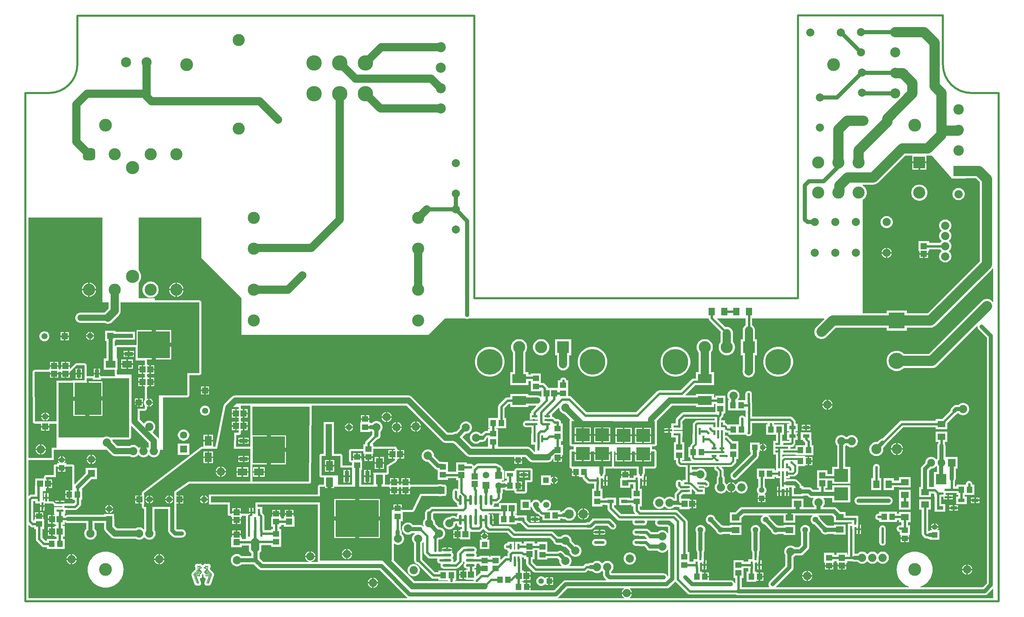
<source format=gtl>
G04*
G04 #@! TF.GenerationSoftware,Altium Limited,Altium Designer,22.6.1 (34)*
G04*
G04 Layer_Physical_Order=1*
G04 Layer_Color=255*
%FSLAX43Y43*%
%MOMM*%
G71*
G04*
G04 #@! TF.SameCoordinates,AAB5C14D-29E5-48F0-9F93-E21C6970BB33*
G04*
G04*
G04 #@! TF.FilePolarity,Positive*
G04*
G01*
G75*
%ADD10C,0.254*%
%ADD14C,0.600*%
%ADD15C,0.500*%
%ADD18C,0.300*%
%ADD19C,0.152*%
%ADD25R,1.500X1.400*%
%ADD26R,1.400X1.500*%
%ADD27R,1.900X1.500*%
%ADD28R,1.500X1.900*%
%ADD29R,1.600X1.500*%
%ADD30R,1.800X2.400*%
%ADD31R,0.600X1.800*%
G04:AMPARAMS|DCode=32|XSize=2mm|YSize=3.4mm|CornerRadius=0mm|HoleSize=0mm|Usage=FLASHONLY|Rotation=0.000|XOffset=0mm|YOffset=0mm|HoleType=Round|Shape=Octagon|*
%AMOCTAGOND32*
4,1,8,-0.500,1.700,0.500,1.700,1.000,1.200,1.000,-1.200,0.500,-1.700,-0.500,-1.700,-1.000,-1.200,-1.000,1.200,-0.500,1.700,0.0*
%
%ADD32OCTAGOND32*%

%ADD33R,0.700X2.000*%
%ADD34R,1.100X2.700*%
%ADD35R,10.700X9.200*%
%ADD36R,1.500X1.600*%
%ADD37R,1.250X0.500*%
%ADD38R,0.500X1.250*%
%ADD39R,1.600X0.850*%
%ADD40R,2.400X1.800*%
%ADD41R,2.600X0.700*%
%ADD42O,2.600X0.700*%
%ADD43R,1.800X0.600*%
%ADD44R,1.350X0.600*%
%ADD45R,0.600X1.600*%
%ADD46O,0.700X2.500*%
%ADD47R,0.600X1.350*%
%ADD48O,2.200X0.600*%
%ADD49R,8.026X6.706*%
%ADD50R,2.007X0.991*%
%ADD51R,6.706X8.026*%
%ADD52R,0.991X2.007*%
%ADD53R,3.500X3.200*%
%ADD54R,3.500X2.200*%
%ADD55C,0.102*%
%ADD106C,2.000*%
%ADD112C,1.651*%
%ADD113R,1.651X1.651*%
%ADD115C,3.175*%
%ADD120C,1.000*%
%ADD121C,0.381*%
%ADD122C,1.500*%
%ADD123C,0.750*%
%ADD124C,2.500*%
%ADD125C,2.000*%
%ADD126C,2.032*%
%ADD127C,3.000*%
G04:AMPARAMS|DCode=128|XSize=3mm|YSize=3mm|CornerRadius=0.75mm|HoleSize=0mm|Usage=FLASHONLY|Rotation=270.000|XOffset=0mm|YOffset=0mm|HoleType=Round|Shape=RoundedRectangle|*
%AMROUNDEDRECTD128*
21,1,3.000,1.500,0,0,270.0*
21,1,1.500,3.000,0,0,270.0*
1,1,1.500,-0.750,-0.750*
1,1,1.500,-0.750,0.750*
1,1,1.500,0.750,0.750*
1,1,1.500,0.750,-0.750*
%
%ADD128ROUNDEDRECTD128*%
%ADD129C,3.260*%
%ADD130R,1.800X1.800*%
%ADD131C,1.800*%
%ADD132R,2.591X2.591*%
%ADD133R,1.905X1.905*%
%ADD134C,1.905*%
%ADD135R,1.500X1.500*%
%ADD136C,1.500*%
%ADD137C,3.810*%
%ADD138C,1.350*%
%ADD139R,1.350X1.350*%
%ADD140R,1.350X1.350*%
%ADD141R,3.000X3.000*%
%ADD142R,2.600X2.600*%
%ADD143C,2.600*%
%ADD144R,4.000X4.000*%
%ADD145C,4.000*%
%ADD146C,2.500*%
%ADD147R,1.500X1.500*%
%ADD148C,2.300*%
%ADD149C,1.400*%
%ADD150C,6.350*%
%ADD151R,3.000X3.000*%
%ADD152C,0.610*%
%ADD153C,0.610*%
%ADD154C,1.000*%
G36*
X324081Y230346D02*
X328900Y224815D01*
Y224680D01*
X332500D01*
Y224700D01*
X335013D01*
X335942Y223772D01*
Y204128D01*
X323072Y191258D01*
X317900D01*
Y192000D01*
X312900D01*
Y191258D01*
X307000D01*
Y219413D01*
X307275Y219596D01*
X307553Y219875D01*
X307772Y220203D01*
X307923Y220567D01*
X308000Y220953D01*
Y221347D01*
X307923Y221733D01*
X307772Y222097D01*
X307553Y222425D01*
X307275Y222704D01*
X307000Y222887D01*
Y223142D01*
X309600D01*
X309943Y223175D01*
X310273Y223275D01*
X310577Y223438D01*
X310843Y223657D01*
X317528Y230342D01*
X319246D01*
Y228850D01*
X321000D01*
X322754D01*
Y230342D01*
X323100D01*
X323142Y230346D01*
X324081D01*
D02*
G37*
G36*
X143500Y205000D02*
X153373Y195000D01*
Y186000D01*
X199700D01*
X203700Y190000D01*
X208759D01*
X208814Y189968D01*
X208878Y189951D01*
X208939Y189926D01*
X209004Y189917D01*
X209068Y189900D01*
X209134D01*
X209200Y189891D01*
X209266Y189900D01*
X209332D01*
X209395Y189917D01*
X209461Y189926D01*
X209522Y189951D01*
X209586Y189968D01*
X209641Y190000D01*
X268863D01*
X268871Y189941D01*
X268951Y189747D01*
X269079Y189579D01*
X271932Y186727D01*
X271922Y186694D01*
X271893Y186400D01*
Y184221D01*
X271846Y184175D01*
X271628Y183847D01*
X271477Y183483D01*
X271400Y183097D01*
Y182703D01*
X271477Y182317D01*
X271628Y181953D01*
X271846Y181625D01*
X272125Y181346D01*
X272453Y181128D01*
X272817Y180977D01*
X273203Y180900D01*
X273597D01*
X273983Y180977D01*
X274347Y181128D01*
X274675Y181346D01*
X274953Y181625D01*
X275172Y181953D01*
X275323Y182317D01*
X275400Y182703D01*
Y183097D01*
X275323Y183483D01*
X275172Y183847D01*
X274953Y184175D01*
X274907Y184221D01*
Y186400D01*
X274878Y186694D01*
X274793Y186977D01*
X274653Y187237D01*
X274466Y187466D01*
X274237Y187653D01*
X273977Y187793D01*
X273694Y187878D01*
X273400Y187907D01*
X273106Y187878D01*
X273073Y187868D01*
X271058Y189883D01*
X271107Y190000D01*
X278043D01*
Y188370D01*
X278013Y188353D01*
X277784Y188166D01*
X277597Y187937D01*
X277457Y187677D01*
X277372Y187394D01*
X277343Y187100D01*
Y184900D01*
X276850D01*
Y180900D01*
X277343D01*
Y177269D01*
X277322Y177200D01*
X277293Y176906D01*
X277322Y176612D01*
X277407Y176329D01*
X277547Y176069D01*
X277734Y175840D01*
X277963Y175653D01*
X278223Y175513D01*
X278506Y175428D01*
X278800Y175399D01*
X279094Y175428D01*
X279377Y175513D01*
X279637Y175653D01*
X279866Y175840D01*
X279916Y175890D01*
X280103Y176119D01*
X280243Y176379D01*
X280328Y176662D01*
X280357Y176956D01*
Y180900D01*
X280850D01*
Y184900D01*
X280357D01*
Y187100D01*
X280328Y187394D01*
X280243Y187677D01*
X280103Y187937D01*
X279916Y188166D01*
X279687Y188353D01*
X279657Y188370D01*
Y190000D01*
X297447D01*
X297496Y189883D01*
X295557Y187943D01*
X295502Y187877D01*
X295441Y187816D01*
X295393Y187744D01*
X295338Y187677D01*
X295297Y187601D01*
X295249Y187529D01*
X295216Y187449D01*
X295175Y187373D01*
X295150Y187290D01*
X295117Y187210D01*
X295100Y187126D01*
X295075Y187043D01*
X295067Y186957D01*
X295050Y186872D01*
Y186786D01*
X295042Y186700D01*
X295050Y186614D01*
Y186528D01*
X295067Y186443D01*
X295075Y186357D01*
X295100Y186274D01*
X295117Y186190D01*
X295150Y186110D01*
X295175Y186027D01*
X295216Y185951D01*
X295249Y185871D01*
X295297Y185799D01*
X295338Y185723D01*
X295393Y185656D01*
X295441Y185584D01*
X295502Y185523D01*
X295557Y185457D01*
X295623Y185402D01*
X295684Y185341D01*
X295756Y185293D01*
X295823Y185238D01*
X295899Y185197D01*
X295971Y185149D01*
X296051Y185116D01*
X296127Y185075D01*
X296210Y185050D01*
X296290Y185017D01*
X296374Y185000D01*
X296457Y184975D01*
X296543Y184967D01*
X296628Y184950D01*
X296714D01*
X296800Y184942D01*
X296886Y184950D01*
X296972D01*
X297057Y184967D01*
X297143Y184975D01*
X297226Y185000D01*
X297310Y185017D01*
X297390Y185050D01*
X297473Y185075D01*
X297549Y185116D01*
X297629Y185149D01*
X297701Y185197D01*
X297777Y185238D01*
X297844Y185293D01*
X297916Y185341D01*
X297977Y185402D01*
X298043Y185457D01*
X300328Y187742D01*
X312900D01*
Y187000D01*
X317900D01*
Y187742D01*
X323800D01*
X324143Y187775D01*
X324473Y187875D01*
X324777Y188038D01*
X325043Y188257D01*
X338943Y202157D01*
X339123Y202375D01*
X339250Y202329D01*
X339252Y194168D01*
X339125Y194123D01*
X339107Y194144D01*
X339059Y194216D01*
X338998Y194277D01*
X338943Y194343D01*
X338877Y194398D01*
X338816Y194459D01*
X338744Y194507D01*
X338677Y194562D01*
X338601Y194603D01*
X338529Y194651D01*
X338449Y194684D01*
X338373Y194725D01*
X338290Y194750D01*
X338210Y194783D01*
X338126Y194800D01*
X338043Y194825D01*
X337957Y194833D01*
X337872Y194850D01*
X337786D01*
X337700Y194858D01*
X337614Y194850D01*
X337528D01*
X337443Y194833D01*
X337357Y194825D01*
X337274Y194800D01*
X337190Y194783D01*
X337110Y194750D01*
X337027Y194725D01*
X336951Y194684D01*
X336871Y194651D01*
X336799Y194603D01*
X336723Y194562D01*
X336656Y194507D01*
X336584Y194459D01*
X336523Y194398D01*
X336457Y194343D01*
X323372Y181258D01*
X317177D01*
X316994Y181442D01*
X316584Y181715D01*
X316129Y181904D01*
X315646Y182000D01*
X315154D01*
X314671Y181904D01*
X314216Y181715D01*
X313806Y181442D01*
X313458Y181094D01*
X313185Y180684D01*
X312996Y180229D01*
X312900Y179746D01*
Y179254D01*
X312996Y178771D01*
X313185Y178316D01*
X313458Y177906D01*
X313806Y177558D01*
X314216Y177285D01*
X314671Y177096D01*
X315154Y177000D01*
X315646D01*
X316129Y177096D01*
X316584Y177285D01*
X316994Y177558D01*
X317177Y177742D01*
X324100D01*
X324443Y177775D01*
X324773Y177875D01*
X325077Y178038D01*
X325343Y178257D01*
X335287Y188200D01*
X335401Y188134D01*
X335400Y188132D01*
Y188066D01*
X335391Y188000D01*
X335400Y187934D01*
Y187868D01*
X335417Y187805D01*
X335426Y187739D01*
X335451Y187678D01*
X335468Y187614D01*
X335501Y187557D01*
X335526Y187496D01*
X335567Y187443D01*
X335600Y187386D01*
X335647Y187339D01*
X335687Y187287D01*
X337691Y185282D01*
Y124504D01*
X336696Y123509D01*
X321279D01*
X321258Y123636D01*
X321542Y123732D01*
X322063Y123989D01*
X322547Y124312D01*
X322984Y124696D01*
X323368Y125133D01*
X323691Y125617D01*
X323948Y126138D01*
X324135Y126689D01*
X324248Y127260D01*
X324287Y127840D01*
X324248Y128420D01*
X324135Y128991D01*
X323948Y129542D01*
X323691Y130063D01*
X323368Y130547D01*
X322984Y130984D01*
X322547Y131368D01*
X322063Y131691D01*
X321542Y131948D01*
X320991Y132135D01*
X320420Y132248D01*
X319840Y132287D01*
X319260Y132248D01*
X318689Y132135D01*
X318138Y131948D01*
X317617Y131691D01*
X317133Y131368D01*
X316696Y130984D01*
X316312Y130547D01*
X315989Y130063D01*
X315732Y129542D01*
X315545Y128991D01*
X315432Y128420D01*
X315393Y127840D01*
X315432Y127260D01*
X315545Y126689D01*
X315732Y126138D01*
X315989Y125617D01*
X316312Y125133D01*
X316696Y124696D01*
X317133Y124312D01*
X317617Y123989D01*
X318138Y123732D01*
X318422Y123636D01*
X318401Y123509D01*
X285601D01*
X285552Y123626D01*
X289613Y127687D01*
X289773Y127896D01*
X289874Y128139D01*
X289909Y128400D01*
Y130984D01*
X290116Y131122D01*
X290328Y131334D01*
X290333Y131341D01*
X291600D01*
X291861Y131376D01*
X292104Y131476D01*
X292313Y131637D01*
X293513Y132837D01*
X293673Y133046D01*
X293774Y133289D01*
X293809Y133550D01*
Y137047D01*
X293918Y137237D01*
X294000Y137542D01*
Y137858D01*
X293918Y138163D01*
X293760Y138437D01*
X293537Y138660D01*
X293263Y138818D01*
X292958Y138900D01*
X292642D01*
X292337Y138818D01*
X292063Y138660D01*
X291840Y138437D01*
X291682Y138163D01*
X291600Y137858D01*
Y137542D01*
X291682Y137237D01*
X291791Y137047D01*
Y133968D01*
X291182Y133359D01*
X290235D01*
X290116Y133478D01*
X289868Y133643D01*
X289592Y133758D01*
X289299Y133816D01*
X289001D01*
X288708Y133758D01*
X288432Y133643D01*
X288184Y133478D01*
X287972Y133266D01*
X287807Y133018D01*
X287692Y132742D01*
X287634Y132449D01*
Y132151D01*
X287692Y131858D01*
X287807Y131582D01*
X287906Y131433D01*
X287891Y131320D01*
Y128818D01*
X283987Y124913D01*
X283947Y124861D01*
X283900Y124814D01*
X283867Y124757D01*
X283827Y124704D01*
X283801Y124643D01*
X283768Y124586D01*
X283751Y124522D01*
X283726Y124461D01*
X283717Y124396D01*
X283700Y124332D01*
Y124266D01*
X283691Y124200D01*
X283700Y124134D01*
Y124068D01*
X283717Y124004D01*
X283726Y123939D01*
X283751Y123878D01*
X283768Y123814D01*
X283801Y123757D01*
X283827Y123696D01*
X283867Y123643D01*
X283871Y123636D01*
X283810Y123513D01*
X283805Y123509D01*
X277107D01*
Y125800D01*
X277550D01*
Y127800D01*
Y128193D01*
X278687D01*
X278703Y128174D01*
Y127350D01*
X278300D01*
Y124850D01*
X280700D01*
Y125096D01*
X281300D01*
Y126100D01*
Y127104D01*
X280700D01*
Y127350D01*
X280317D01*
Y127600D01*
X280360D01*
Y128172D01*
X280367Y128224D01*
Y129000D01*
X280360Y129052D01*
Y129600D01*
X280906D01*
Y129200D01*
X281460D01*
X282014D01*
Y130154D01*
X281310D01*
Y130948D01*
X281317Y131000D01*
Y132232D01*
X281374Y132306D01*
X281474Y132549D01*
X281509Y132810D01*
Y137047D01*
X281618Y137237D01*
X281700Y137542D01*
Y137858D01*
X281618Y138163D01*
X281460Y138437D01*
X281237Y138660D01*
X280963Y138818D01*
X280658Y138900D01*
X280342D01*
X280037Y138818D01*
X279763Y138660D01*
X279540Y138437D01*
X279382Y138163D01*
X279300Y137858D01*
Y137542D01*
X279382Y137237D01*
X279491Y137047D01*
Y132810D01*
X279526Y132549D01*
X279626Y132306D01*
X279703Y132206D01*
Y131000D01*
X279710Y130948D01*
Y130400D01*
X278760D01*
Y129807D01*
X277550D01*
Y130200D01*
X275050D01*
Y127800D01*
Y125800D01*
X275493D01*
Y124490D01*
X275374Y124461D01*
X275349Y124522D01*
X275332Y124586D01*
X275299Y124643D01*
X275273Y124704D01*
X275233Y124757D01*
X275200Y124814D01*
X275153Y124861D01*
X275113Y124913D01*
X275061Y124953D01*
X275014Y125000D01*
X274957Y125033D01*
X274904Y125074D01*
X274843Y125099D01*
X274786Y125132D01*
X274722Y125149D01*
X274661Y125174D01*
X274596Y125183D01*
X274532Y125200D01*
X274466D01*
X274400Y125209D01*
X268954D01*
Y125900D01*
X268000D01*
Y126100D01*
X267800D01*
Y127104D01*
X267200D01*
Y127350D01*
X266807D01*
Y128350D01*
X266779Y128559D01*
X266757Y128613D01*
Y129000D01*
X266750Y129052D01*
Y129600D01*
X267296D01*
Y129200D01*
X267850D01*
X268404D01*
Y130154D01*
X267700D01*
Y130948D01*
X267707Y131000D01*
Y132209D01*
X267773Y132296D01*
X267874Y132539D01*
X267909Y132800D01*
Y137047D01*
X268018Y137237D01*
X268100Y137542D01*
Y137858D01*
X268018Y138163D01*
X267860Y138437D01*
X267637Y138660D01*
X267363Y138818D01*
X267058Y138900D01*
X266742D01*
X266437Y138818D01*
X266163Y138660D01*
X265940Y138437D01*
X265782Y138163D01*
X265700Y137858D01*
Y137542D01*
X265782Y137237D01*
X265891Y137047D01*
Y132800D01*
X265926Y132539D01*
X266026Y132296D01*
X266093Y132209D01*
Y131000D01*
X266100Y130948D01*
Y130400D01*
X265150D01*
Y129807D01*
X264150D01*
Y130200D01*
Y132200D01*
X263707D01*
Y132500D01*
Y139700D01*
X263679Y139909D01*
X263599Y140103D01*
X263471Y140271D01*
X261371Y142371D01*
X261203Y142499D01*
X261009Y142579D01*
X260800Y142607D01*
X252134D01*
X251907Y142834D01*
Y143500D01*
X252350D01*
Y145500D01*
Y147900D01*
X251907D01*
Y148400D01*
X251950D01*
Y148972D01*
X251957Y149024D01*
Y149800D01*
X251950Y149852D01*
Y150400D01*
X252496D01*
Y150000D01*
X253050D01*
X253604D01*
Y150954D01*
X252900D01*
Y151200D01*
X252973Y151296D01*
X253074Y151539D01*
X253109Y151800D01*
Y152890D01*
X255500D01*
X255695Y152929D01*
X255860Y153040D01*
X255971Y153205D01*
X256010Y153400D01*
Y157100D01*
X255971Y157295D01*
X255860Y157460D01*
X255695Y157571D01*
X255500Y157610D01*
X254950D01*
Y158390D01*
X255600D01*
X255795Y158429D01*
X255960Y158540D01*
X256071Y158705D01*
X256110Y158900D01*
Y164546D01*
X256091Y164642D01*
X256086Y164665D01*
X259860Y168439D01*
X265750D01*
Y168100D01*
X270250D01*
Y168893D01*
X270550D01*
Y168500D01*
Y166807D01*
X262700D01*
X262491Y166779D01*
X262297Y166699D01*
X262129Y166571D01*
X261029Y165471D01*
X260901Y165303D01*
X260821Y165109D01*
X260793Y164900D01*
Y164050D01*
X259700D01*
Y162854D01*
X259300D01*
Y162300D01*
Y161746D01*
X259700D01*
Y160550D01*
X260793D01*
Y159400D01*
X260350D01*
Y157000D01*
Y155000D01*
X260844D01*
Y154400D01*
X260869Y154204D01*
X260945Y154022D01*
X261065Y153865D01*
X261465Y153465D01*
X261465Y153465D01*
X261622Y153345D01*
X261804Y153269D01*
X262000Y153244D01*
X262000Y153244D01*
X263244D01*
Y151901D01*
X263221Y151846D01*
X263193Y151637D01*
X263221Y151428D01*
X263244Y151373D01*
Y150024D01*
X262425D01*
Y149735D01*
X262418Y149731D01*
X262309Y149704D01*
X262298Y149705D01*
X262288Y149718D01*
X262244Y149794D01*
X262182Y149856D01*
X262172Y149869D01*
X262171Y149871D01*
X262158Y149880D01*
X262094Y149944D01*
X262016Y149989D01*
X262003Y149999D01*
X261989Y150005D01*
X261911Y150050D01*
X261824Y150073D01*
X261809Y150079D01*
X261793Y150082D01*
X261706Y150105D01*
X261616D01*
X261600Y150107D01*
X261584Y150105D01*
X261494D01*
X261407Y150082D01*
X261391Y150079D01*
X261376Y150073D01*
X261289Y150050D01*
X261211Y150005D01*
X261197Y149999D01*
X261184Y149989D01*
X261106Y149944D01*
X261042Y149880D01*
X261029Y149871D01*
X261020Y149858D01*
X260956Y149794D01*
X260911Y149716D01*
X260901Y149703D01*
X260895Y149689D01*
X260850Y149611D01*
X260827Y149524D01*
X260821Y149509D01*
X260818Y149493D01*
X260795Y149406D01*
Y149316D01*
X260793Y149300D01*
X260795Y149286D01*
Y148697D01*
X260822Y148488D01*
X260903Y148293D01*
X261031Y148126D01*
X261454Y147703D01*
X261455Y147696D01*
X260729Y146971D01*
X260601Y146803D01*
X260521Y146609D01*
X260493Y146400D01*
Y145481D01*
X260366Y145439D01*
X260227Y145578D01*
X259979Y145743D01*
X259703Y145858D01*
X259410Y145916D01*
X259112D01*
X258819Y145858D01*
X258543Y145743D01*
X258294Y145578D01*
X258083Y145366D01*
X258054Y145323D01*
X257927D01*
X257898Y145366D01*
X257687Y145578D01*
X257439Y145743D01*
X257163Y145858D01*
X256870Y145916D01*
X256572D01*
X256279Y145858D01*
X256003Y145743D01*
X255754Y145578D01*
X255543Y145366D01*
X255377Y145118D01*
X255263Y144842D01*
X255205Y144549D01*
Y144251D01*
X255263Y143958D01*
X255377Y143682D01*
X255543Y143434D01*
X255754Y143222D01*
X256003Y143057D01*
X256279Y142942D01*
X256572Y142884D01*
X256870D01*
X257163Y142942D01*
X257439Y143057D01*
X257687Y143222D01*
X257898Y143434D01*
X257927Y143477D01*
X258054D01*
X258083Y143434D01*
X258294Y143222D01*
X258543Y143057D01*
X258819Y142942D01*
X259112Y142884D01*
X259410D01*
X259703Y142942D01*
X259979Y143057D01*
X260227Y143222D01*
X260396Y143391D01*
X261220D01*
X261391Y143321D01*
X261600Y143293D01*
X261700D01*
Y142800D01*
X264200D01*
Y143046D01*
X264650D01*
Y144100D01*
Y145154D01*
X264200D01*
Y145400D01*
X262107D01*
Y146066D01*
X262558Y146517D01*
X263600D01*
X263652Y146524D01*
X264775D01*
Y147474D01*
X264775D01*
Y147688D01*
X264892Y147737D01*
X265575Y147054D01*
Y146524D01*
X267925D01*
Y148124D01*
X266749D01*
X266700Y148130D01*
X266638D01*
X266462Y148306D01*
X266511Y148424D01*
X266698D01*
X266750Y148417D01*
X267743D01*
X267751Y148411D01*
X267806Y148356D01*
X267873Y148317D01*
X267894Y148301D01*
X267918Y148291D01*
X267989Y148250D01*
X268069Y148229D01*
X268089Y148221D01*
X268110Y148218D01*
X268194Y148195D01*
X268281D01*
X268297Y148193D01*
X268300D01*
X268316Y148195D01*
X268406D01*
X268493Y148218D01*
X268509Y148221D01*
X268524Y148227D01*
X268611Y148250D01*
X268689Y148295D01*
X268703Y148301D01*
X268716Y148311D01*
X268794Y148356D01*
X268858Y148420D01*
X268871Y148429D01*
X268880Y148442D01*
X268944Y148506D01*
X268989Y148584D01*
X268999Y148597D01*
X269005Y148611D01*
X269050Y148689D01*
X269073Y148776D01*
X269079Y148791D01*
X269082Y148807D01*
X269105Y148894D01*
Y148984D01*
X269107Y149000D01*
X269105Y149016D01*
Y149106D01*
X269082Y149193D01*
X269079Y149209D01*
X269073Y149224D01*
X269050Y149311D01*
X269005Y149389D01*
X268999Y149403D01*
X268989Y149416D01*
X268944Y149494D01*
X268880Y149558D01*
X268871Y149571D01*
X268859Y149579D01*
X268644Y149794D01*
X268477Y149923D01*
X268283Y150003D01*
X268074Y150031D01*
X267808D01*
X267769Y150158D01*
X267866Y150222D01*
X268078Y150434D01*
X268243Y150682D01*
X268358Y150958D01*
X268416Y151251D01*
Y151549D01*
X268358Y151842D01*
X268243Y152118D01*
X268078Y152366D01*
X267866Y152578D01*
X267618Y152743D01*
X267342Y152858D01*
X267049Y152916D01*
X266751D01*
X266458Y152858D01*
X266182Y152743D01*
X265980Y152609D01*
X265153D01*
X264892Y152574D01*
X264862Y152562D01*
X264756Y152633D01*
Y153244D01*
X270266D01*
X270295Y153206D01*
Y152994D01*
X270350Y152789D01*
X270456Y152606D01*
X270606Y152456D01*
X270768Y152363D01*
X271144Y151987D01*
Y151057D01*
X271026Y150904D01*
X270926Y150661D01*
X270891Y150400D01*
Y149275D01*
X270782Y149166D01*
X270617Y148918D01*
X270502Y148642D01*
X270444Y148349D01*
Y148051D01*
X270502Y147758D01*
X270617Y147482D01*
X270782Y147234D01*
X270994Y147022D01*
X271242Y146857D01*
X271518Y146742D01*
X271811Y146684D01*
X272109D01*
X272402Y146742D01*
X272678Y146857D01*
X272926Y147022D01*
X273138Y147234D01*
X273303Y147482D01*
X273309Y147495D01*
X273436Y147503D01*
X273484Y147420D01*
X273720Y147184D01*
X274010Y147017D01*
X274300Y146939D01*
Y148200D01*
Y149461D01*
X274010Y149383D01*
X273720Y149216D01*
X273484Y148980D01*
X273436Y148897D01*
X273309Y148905D01*
X273303Y148918D01*
X273138Y149166D01*
X272926Y149378D01*
X272909Y149389D01*
Y150400D01*
X272874Y150661D01*
X272773Y150904D01*
X272656Y151057D01*
Y152300D01*
X272631Y152496D01*
X272555Y152678D01*
X272435Y152835D01*
X272144Y153126D01*
X272192Y153244D01*
X274300D01*
X274496Y153269D01*
X274678Y153345D01*
X274835Y153465D01*
X275535Y154165D01*
X275655Y154322D01*
X275731Y154504D01*
X275744Y154602D01*
X275756Y154700D01*
X275756Y154700D01*
Y155200D01*
X276250D01*
Y157200D01*
Y159600D01*
X274870D01*
X273937Y160532D01*
X273844Y160694D01*
X273694Y160844D01*
X273511Y160950D01*
X273306Y161005D01*
X273094D01*
X273051Y160993D01*
X272950Y161071D01*
Y161154D01*
X272956Y161204D01*
X272956Y161204D01*
Y161725D01*
X272950Y161774D01*
Y161839D01*
X273077Y161902D01*
X273151Y161845D01*
X273334Y161769D01*
X273530Y161744D01*
X273800D01*
Y161250D01*
X276200D01*
Y161250D01*
X278131D01*
X278156Y161206D01*
X278220Y161142D01*
X278229Y161129D01*
X278242Y161120D01*
X278306Y161056D01*
X278384Y161011D01*
X278397Y161001D01*
X278411Y160995D01*
X278489Y160950D01*
X278576Y160927D01*
X278591Y160921D01*
X278607Y160918D01*
X278694Y160895D01*
X278784D01*
X278800Y160893D01*
X278816Y160895D01*
X278906D01*
X278993Y160918D01*
X279009Y160921D01*
X279024Y160927D01*
X279111Y160950D01*
X279189Y160995D01*
X279203Y161001D01*
X279216Y161011D01*
X279294Y161056D01*
X279358Y161120D01*
X279371Y161129D01*
X279379Y161141D01*
X279421Y161182D01*
X279422Y161184D01*
X279444Y161206D01*
X279460Y161233D01*
X279549Y161349D01*
X279629Y161544D01*
X279657Y161753D01*
Y164143D01*
X283403D01*
X283408Y164142D01*
X283411Y164140D01*
X283498Y164016D01*
X283495Y164006D01*
Y163916D01*
X283493Y163900D01*
Y163750D01*
X283100D01*
Y161250D01*
X285569D01*
Y159700D01*
X284900D01*
Y158200D01*
Y157250D01*
Y156300D01*
X285594D01*
Y153575D01*
X285600Y153526D01*
Y152516D01*
X285488Y152415D01*
X285431Y152430D01*
X285219D01*
X285200Y152444D01*
Y152850D01*
X280800D01*
Y150350D01*
X281193D01*
Y148355D01*
X281060Y148221D01*
X280905Y147954D01*
X280825Y147655D01*
Y147345D01*
X280905Y147046D01*
X281060Y146779D01*
X281279Y146560D01*
X281293Y146552D01*
X281260Y146429D01*
X281071D01*
Y145700D01*
X282000D01*
X282929D01*
Y146429D01*
X282740D01*
X282707Y146552D01*
X282721Y146560D01*
X282940Y146779D01*
X283095Y147046D01*
X283175Y147345D01*
Y147655D01*
X283095Y147954D01*
X282940Y148221D01*
X282807Y148355D01*
Y150350D01*
X285200D01*
Y150806D01*
X285219Y150820D01*
X285431D01*
X285499Y150839D01*
X285600Y150761D01*
Y150500D01*
X286500D01*
Y149252D01*
X286493Y149200D01*
X286500Y149148D01*
Y148354D01*
X285796D01*
Y147400D01*
X286350D01*
X286904D01*
Y147800D01*
X287696D01*
Y147400D01*
X288250D01*
X288804D01*
Y148191D01*
X289450D01*
Y146000D01*
X292350D01*
Y146191D01*
X293282D01*
X293587Y145887D01*
X293796Y145727D01*
X294039Y145626D01*
X294300Y145591D01*
X294882D01*
X294930Y145474D01*
X294922Y145466D01*
X294757Y145218D01*
X294642Y144942D01*
X294584Y144649D01*
Y144351D01*
X294642Y144058D01*
X294757Y143782D01*
X294922Y143534D01*
X295020Y143436D01*
X294968Y143309D01*
X292350D01*
Y145400D01*
X289450D01*
Y143309D01*
X277250D01*
X276989Y143274D01*
X276746Y143173D01*
X276537Y143013D01*
X275524Y142000D01*
X274150D01*
Y139500D01*
X277050D01*
Y140674D01*
X277668Y141291D01*
X282245D01*
X282278Y141169D01*
X282263Y141160D01*
X282040Y140937D01*
X281882Y140663D01*
X281800Y140358D01*
Y140042D01*
X281882Y139737D01*
X282040Y139463D01*
X282263Y139240D01*
X282537Y139082D01*
X282749Y139025D01*
X284325Y137449D01*
X284382Y137237D01*
X284540Y136963D01*
X284763Y136740D01*
X285037Y136582D01*
X285342Y136500D01*
X285658D01*
X285963Y136582D01*
X286153Y136691D01*
X287450D01*
Y136400D01*
X290350D01*
Y138900D01*
X287450D01*
Y138709D01*
X286153D01*
X285963Y138818D01*
X285751Y138875D01*
X284175Y140451D01*
X284118Y140663D01*
X283960Y140937D01*
X283737Y141160D01*
X283722Y141169D01*
X283755Y141291D01*
X287450D01*
Y139500D01*
X290350D01*
Y141291D01*
X294545D01*
X294578Y141169D01*
X294563Y141160D01*
X294340Y140937D01*
X294182Y140663D01*
X294100Y140358D01*
Y140042D01*
X294182Y139737D01*
X294340Y139463D01*
X294563Y139240D01*
X294837Y139082D01*
X295049Y139025D01*
X296625Y137449D01*
X296682Y137237D01*
X296840Y136963D01*
X297063Y136740D01*
X297337Y136582D01*
X297642Y136500D01*
X297958D01*
X298263Y136582D01*
X298453Y136691D01*
X299850D01*
Y136500D01*
X302750D01*
Y139000D01*
X299850D01*
Y138709D01*
X298453D01*
X298263Y138818D01*
X298051Y138875D01*
X296475Y140451D01*
X296418Y140663D01*
X296260Y140937D01*
X296037Y141160D01*
X296022Y141169D01*
X296055Y141291D01*
X299432D01*
X299850Y140874D01*
Y139600D01*
X301698D01*
X301750Y139593D01*
X304300D01*
Y139200D01*
X303350D01*
Y137852D01*
X303343Y137800D01*
Y131559D01*
X303152D01*
Y132003D01*
X300552D01*
Y131559D01*
X299950D01*
Y132000D01*
X297450D01*
Y129600D01*
X297696D01*
Y129000D01*
X299704D01*
Y129600D01*
X299950D01*
Y129946D01*
X300552D01*
Y129503D01*
X300798D01*
Y129053D01*
X302906D01*
Y129503D01*
X303152D01*
Y129946D01*
X304462D01*
X304487Y129927D01*
X304730Y129826D01*
X304991Y129791D01*
X305727D01*
X305896Y129622D01*
X306144Y129457D01*
X306420Y129342D01*
X306713Y129284D01*
X307012D01*
X307304Y129342D01*
X307580Y129457D01*
X307829Y129622D01*
X308040Y129834D01*
X308069Y129877D01*
X308196D01*
X308225Y129834D01*
X308436Y129622D01*
X308684Y129457D01*
X308960Y129342D01*
X309253Y129284D01*
X309552D01*
X309844Y129342D01*
X310120Y129457D01*
X310369Y129622D01*
X310580Y129834D01*
X310609Y129877D01*
X310736D01*
X310765Y129834D01*
X310976Y129622D01*
X311224Y129457D01*
X311500Y129342D01*
X311793Y129284D01*
X312092D01*
X312384Y129342D01*
X312660Y129457D01*
X312909Y129622D01*
X313120Y129834D01*
X313286Y130082D01*
X313400Y130358D01*
X313458Y130651D01*
Y130949D01*
X313400Y131242D01*
X313286Y131518D01*
X313120Y131766D01*
X312909Y131978D01*
X312660Y132143D01*
X312384Y132258D01*
X312092Y132316D01*
X311793D01*
X311500Y132258D01*
X311224Y132143D01*
X310976Y131978D01*
X310765Y131766D01*
X310736Y131723D01*
X310609D01*
X310580Y131766D01*
X310369Y131978D01*
X310120Y132143D01*
X309844Y132258D01*
X309552Y132316D01*
X309253D01*
X308960Y132258D01*
X308684Y132143D01*
X308436Y131978D01*
X308225Y131766D01*
X308196Y131723D01*
X308069D01*
X308040Y131766D01*
X307829Y131978D01*
X307580Y132143D01*
X307304Y132258D01*
X307012Y132316D01*
X306713D01*
X306420Y132258D01*
X306144Y132143D01*
X305896Y131978D01*
X305727Y131809D01*
X304991D01*
X304957Y131839D01*
Y137800D01*
X304950Y137852D01*
Y138400D01*
X305496D01*
Y138000D01*
X306050D01*
Y137800D01*
D01*
Y138000D01*
X306604D01*
Y138954D01*
X305900D01*
Y139648D01*
X305907Y139700D01*
Y140400D01*
X305900Y140452D01*
Y141200D01*
X305152D01*
X305100Y141207D01*
X304749D01*
X304749Y141207D01*
X302750D01*
Y142100D01*
X301476D01*
X300563Y143013D01*
X300354Y143173D01*
X300111Y143274D01*
X299850Y143309D01*
X297232D01*
X297180Y143436D01*
X297278Y143534D01*
X297443Y143782D01*
X297558Y144058D01*
X297616Y144351D01*
Y144649D01*
X297558Y144942D01*
X297443Y145218D01*
X297278Y145466D01*
X297270Y145474D01*
X297319Y145591D01*
X299450D01*
Y144500D01*
X303950D01*
Y148700D01*
X299450D01*
Y147609D01*
X297807D01*
Y148000D01*
X298300D01*
Y149907D01*
X299450D01*
Y149100D01*
X303950D01*
Y153300D01*
X302709D01*
Y158435D01*
X302865Y158591D01*
X303135D01*
X303304Y158422D01*
X303552Y158257D01*
X303828Y158142D01*
X304121Y158084D01*
X304419D01*
X304712Y158142D01*
X304988Y158257D01*
X305236Y158422D01*
X305448Y158634D01*
X305613Y158882D01*
X305728Y159158D01*
X305786Y159451D01*
Y159749D01*
X305728Y160042D01*
X305613Y160318D01*
X305448Y160566D01*
X305236Y160778D01*
X304988Y160943D01*
X304712Y161058D01*
X304419Y161116D01*
X304121D01*
X303828Y161058D01*
X303552Y160943D01*
X303304Y160778D01*
X303135Y160609D01*
X302865D01*
X302696Y160778D01*
X302448Y160943D01*
X302172Y161058D01*
X301879Y161116D01*
X301581D01*
X301288Y161058D01*
X301012Y160943D01*
X300764Y160778D01*
X300552Y160566D01*
X300387Y160318D01*
X300272Y160042D01*
X300214Y159749D01*
Y159451D01*
X300272Y159158D01*
X300387Y158882D01*
X300552Y158634D01*
X300691Y158495D01*
Y153300D01*
X299450D01*
Y151521D01*
X298300D01*
Y152400D01*
X295700D01*
Y149900D01*
Y148000D01*
X296193D01*
Y147609D01*
X294718D01*
X294413Y147913D01*
X294204Y148074D01*
X293961Y148174D01*
X293700Y148209D01*
X292350D01*
Y148500D01*
X291909D01*
X291874Y148761D01*
X291773Y149004D01*
X291613Y149213D01*
X290913Y149913D01*
X290704Y150074D01*
X290461Y150174D01*
X290200Y150209D01*
X288250D01*
X288195Y150201D01*
X288100Y150285D01*
Y150500D01*
X289000D01*
Y150869D01*
X289854D01*
X290050Y150894D01*
X290232Y150970D01*
X290389Y151090D01*
X290835Y151536D01*
X290835Y151536D01*
X290955Y151693D01*
X291031Y151875D01*
X291056Y152071D01*
Y153450D01*
X292800D01*
Y153696D01*
X293400D01*
Y154700D01*
Y155704D01*
X292800D01*
Y155950D01*
X291199D01*
X291150Y155956D01*
X287700D01*
X287504Y155931D01*
X287322Y155855D01*
X287233Y155787D01*
X287106Y155850D01*
Y156300D01*
X288226D01*
X288275Y156294D01*
X290400D01*
Y156150D01*
X294800D01*
Y158650D01*
X294407D01*
Y159570D01*
X294405Y159586D01*
Y159676D01*
X294382Y159763D01*
X294379Y159779D01*
X294373Y159794D01*
X294353Y159870D01*
X294350Y159881D01*
X294350Y159881D01*
X294300Y159975D01*
Y161825D01*
X291700D01*
Y159975D01*
X292219D01*
X292221Y159961D01*
X292301Y159767D01*
X292429Y159599D01*
X292793Y159236D01*
Y158650D01*
X290400D01*
Y157806D01*
X289100D01*
Y158194D01*
X289320D01*
X289333Y158195D01*
X289506D01*
X289711Y158250D01*
X289894Y158356D01*
X290044Y158506D01*
X290150Y158689D01*
X290160Y158728D01*
X290255Y158851D01*
X290331Y159034D01*
X290356Y159230D01*
Y159975D01*
X290900D01*
Y160701D01*
X290906Y160750D01*
X290900Y160799D01*
Y161825D01*
X290407D01*
Y162075D01*
X290900D01*
Y163925D01*
X290407D01*
Y164400D01*
X290379Y164609D01*
X290299Y164803D01*
X290171Y164971D01*
X289621Y165521D01*
X289453Y165649D01*
X289259Y165729D01*
X289050Y165757D01*
X279657D01*
Y166807D01*
Y168650D01*
Y169027D01*
X279629Y169236D01*
X279607Y169290D01*
Y171300D01*
X279605Y171316D01*
Y171406D01*
X279582Y171493D01*
X279579Y171509D01*
X279573Y171524D01*
X279550Y171611D01*
X279505Y171689D01*
X279499Y171703D01*
X279489Y171716D01*
X279444Y171794D01*
X279380Y171858D01*
X279371Y171871D01*
X279358Y171880D01*
X279294Y171944D01*
X279216Y171989D01*
X279203Y171999D01*
X279189Y172005D01*
X279111Y172050D01*
X279024Y172073D01*
X279009Y172079D01*
X278993Y172082D01*
X278906Y172105D01*
X278816D01*
X278800Y172107D01*
X278784Y172105D01*
X278694D01*
X278607Y172082D01*
X278591Y172079D01*
X278576Y172073D01*
X278489Y172050D01*
X278411Y172005D01*
X278397Y171999D01*
X278384Y171989D01*
X278306Y171944D01*
X278242Y171880D01*
X278229Y171871D01*
X278220Y171858D01*
X278156Y171794D01*
X278111Y171716D01*
X278101Y171703D01*
X278095Y171689D01*
X278050Y171611D01*
X278027Y171524D01*
X278021Y171509D01*
X278018Y171493D01*
X277995Y171406D01*
Y171316D01*
X277993Y171300D01*
Y169750D01*
X276199D01*
X276150Y169867D01*
X276216Y169934D01*
X276382Y170182D01*
X276497Y170458D01*
X276555Y170751D01*
Y171049D01*
X276497Y171342D01*
X276382Y171618D01*
X276216Y171866D01*
X276005Y172078D01*
X275757Y172243D01*
X275481Y172358D01*
X275188Y172416D01*
X274890D01*
X274597Y172358D01*
X274321Y172243D01*
X274073Y172078D01*
X273861Y171866D01*
X273695Y171618D01*
X273581Y171342D01*
X273523Y171049D01*
Y170751D01*
X273581Y170458D01*
X273695Y170182D01*
X273861Y169934D01*
X273918Y169877D01*
X273880Y169750D01*
X273700D01*
Y167250D01*
X276100D01*
Y167250D01*
X278043D01*
Y166988D01*
X278016Y166779D01*
X278043Y166571D01*
Y165603D01*
X277916Y165569D01*
X277905Y165589D01*
X277899Y165603D01*
X277889Y165616D01*
X277844Y165694D01*
X277780Y165758D01*
X277771Y165771D01*
X277758Y165780D01*
X277694Y165844D01*
X277616Y165889D01*
X277603Y165899D01*
X277589Y165905D01*
X277511Y165950D01*
X277424Y165973D01*
X277409Y165979D01*
X277393Y165982D01*
X277306Y166005D01*
X277216D01*
X277200Y166007D01*
X277184Y166005D01*
X277094D01*
X277007Y165982D01*
X276991Y165979D01*
X276976Y165973D01*
X276889Y165950D01*
X276811Y165905D01*
X276797Y165899D01*
X276784Y165889D01*
X276706Y165844D01*
X276642Y165780D01*
X276629Y165771D01*
X276620Y165758D01*
X276556Y165694D01*
X276511Y165616D01*
X276501Y165603D01*
X276495Y165589D01*
X276450Y165511D01*
X276427Y165424D01*
X276421Y165409D01*
X276418Y165393D01*
X276395Y165306D01*
Y165216D01*
X276393Y165200D01*
Y163750D01*
X275800D01*
Y163750D01*
X273800D01*
Y163693D01*
X273673Y163641D01*
X273387Y163927D01*
X273231Y164047D01*
X273048Y164122D01*
X272950Y164135D01*
Y164800D01*
X272133D01*
X272050Y164895D01*
X272057Y164950D01*
Y165314D01*
X272371Y165628D01*
X272499Y165795D01*
X272579Y165990D01*
X272607Y166199D01*
Y166500D01*
X273050D01*
Y168500D01*
Y170900D01*
X270550D01*
Y170507D01*
X270250D01*
Y171300D01*
X265750D01*
Y170961D01*
X263168D01*
X263119Y171078D01*
X265573Y173532D01*
X265750D01*
Y173500D01*
X270250D01*
Y176700D01*
X269482D01*
Y181604D01*
X269504Y181625D01*
X269722Y181953D01*
X269873Y182317D01*
X269950Y182703D01*
Y183097D01*
X269873Y183483D01*
X269722Y183847D01*
X269504Y184175D01*
X269225Y184454D01*
X268897Y184672D01*
X268533Y184823D01*
X268147Y184900D01*
X267753D01*
X267367Y184823D01*
X267003Y184672D01*
X266675Y184454D01*
X266397Y184175D01*
X266178Y183847D01*
X266027Y183483D01*
X265950Y183097D01*
Y182703D01*
X266027Y182317D01*
X266178Y181953D01*
X266397Y181625D01*
X266468Y181554D01*
Y176700D01*
X265750D01*
Y175146D01*
X265239D01*
X265030Y175118D01*
X264835Y175037D01*
X264668Y174909D01*
X261966Y172207D01*
X256704D01*
X256495Y172179D01*
X256301Y172099D01*
X256133Y171971D01*
X250970Y166807D01*
X238788D01*
X235032Y170562D01*
X234865Y170690D01*
X234671Y170771D01*
X234462Y170799D01*
X234150D01*
Y172700D01*
X234150D01*
Y174700D01*
X233805D01*
Y174706D01*
X233782Y174793D01*
X233779Y174809D01*
X233773Y174824D01*
X233750Y174911D01*
X233705Y174989D01*
X233699Y175003D01*
X233689Y175016D01*
X233644Y175094D01*
X233580Y175158D01*
X233571Y175171D01*
X233558Y175180D01*
X233494Y175244D01*
X233416Y175289D01*
X233403Y175299D01*
X233389Y175305D01*
X233311Y175350D01*
X233224Y175373D01*
X233209Y175379D01*
X233193Y175382D01*
X233106Y175405D01*
X233016D01*
X233000Y175407D01*
X232984Y175405D01*
X232894D01*
X232807Y175382D01*
X232791Y175379D01*
X232776Y175373D01*
X232689Y175350D01*
X232611Y175305D01*
X232597Y175299D01*
X232584Y175289D01*
X232506Y175244D01*
X232442Y175180D01*
X232429Y175171D01*
X232428Y175169D01*
X232418Y175156D01*
X232356Y175094D01*
X232312Y175018D01*
X232299Y175002D01*
X232291Y174982D01*
X232250Y174911D01*
X232229Y174831D01*
X232219Y174807D01*
X232215Y174781D01*
X232195Y174706D01*
Y174700D01*
X231650D01*
Y172800D01*
X229177D01*
X229160Y172928D01*
X229079Y173123D01*
X228951Y173290D01*
X228421Y173821D01*
X228253Y173949D01*
X228059Y174029D01*
X227850Y174057D01*
X227450D01*
Y176400D01*
X224950D01*
Y176157D01*
X224350D01*
Y176700D01*
X223607D01*
Y181631D01*
X223822Y181953D01*
X223973Y182317D01*
X224050Y182703D01*
Y183097D01*
X223973Y183483D01*
X223822Y183847D01*
X223604Y184175D01*
X223325Y184454D01*
X222997Y184672D01*
X222633Y184823D01*
X222247Y184900D01*
X221853D01*
X221467Y184823D01*
X221103Y184672D01*
X220775Y184454D01*
X220497Y184175D01*
X220278Y183847D01*
X220127Y183483D01*
X220050Y183097D01*
Y182703D01*
X220127Y182317D01*
X220278Y181953D01*
X220497Y181625D01*
X220593Y181529D01*
Y176700D01*
X219850D01*
Y173500D01*
X224350D01*
Y174543D01*
X224950D01*
Y174000D01*
Y172000D01*
X227450D01*
Y172205D01*
X227577Y172265D01*
X227593Y172251D01*
Y171950D01*
X227600Y171898D01*
Y170659D01*
X227544Y170624D01*
X227473Y170606D01*
X227426Y170642D01*
X227368Y170700D01*
X227296Y170742D01*
X227230Y170792D01*
X227154Y170824D01*
X227082Y170865D01*
X227003Y170886D01*
X226926Y170918D01*
X226844Y170929D01*
X226765Y170950D01*
X226682D01*
X226600Y170961D01*
X224350D01*
Y171300D01*
X219850D01*
Y170507D01*
X219200D01*
X218991Y170479D01*
X218797Y170399D01*
X218629Y170271D01*
X217079Y168721D01*
X216951Y168553D01*
X216871Y168359D01*
X216843Y168150D01*
Y165359D01*
X214450D01*
Y162859D01*
X214793D01*
Y162700D01*
X214350D01*
Y162207D01*
X213900D01*
X213691Y162179D01*
X213497Y162099D01*
X213329Y161971D01*
X212867Y161509D01*
X212513D01*
X212356Y161665D01*
X212111Y161829D01*
X211838Y161942D01*
X211548Y162000D01*
X211252D01*
X210962Y161942D01*
X210689Y161829D01*
X210444Y161665D01*
X210235Y161456D01*
X210071Y161211D01*
X209958Y160938D01*
X209900Y160648D01*
Y160352D01*
X209958Y160062D01*
X210071Y159789D01*
X210235Y159544D01*
X210444Y159335D01*
X210689Y159171D01*
X210962Y159058D01*
X211252Y159000D01*
X211548D01*
X211838Y159058D01*
X212111Y159171D01*
X212356Y159335D01*
X212513Y159491D01*
X213000D01*
X213261Y159526D01*
X213504Y159626D01*
X213713Y159787D01*
X213874Y159996D01*
X213974Y160239D01*
X213989Y160347D01*
X214223Y160582D01*
X214350Y160566D01*
Y160300D01*
Y158300D01*
X214239Y158261D01*
X210422D01*
X208005Y160678D01*
X208826Y161500D01*
X209048D01*
X209338Y161558D01*
X209611Y161671D01*
X209856Y161835D01*
X210065Y162044D01*
X210229Y162289D01*
X210342Y162562D01*
X210400Y162852D01*
Y163148D01*
X210342Y163438D01*
X210229Y163711D01*
X210065Y163956D01*
X209856Y164165D01*
X209611Y164329D01*
X209338Y164442D01*
X209048Y164500D01*
X208752D01*
X208462Y164442D01*
X208189Y164329D01*
X207944Y164165D01*
X207735Y163956D01*
X207571Y163711D01*
X207458Y163438D01*
X207400Y163148D01*
Y162926D01*
X206474Y162000D01*
X206252D01*
X205962Y161942D01*
X205689Y161829D01*
X205587Y161761D01*
X204422D01*
X195592Y170592D01*
X195330Y170792D01*
X195026Y170918D01*
X194700Y170961D01*
X151868D01*
X151541Y170918D01*
X151237Y170792D01*
X150976Y170592D01*
X149292Y168908D01*
X149092Y168647D01*
X148987Y168393D01*
X148975Y168381D01*
X148956Y168336D01*
X148929Y168295D01*
X148919Y168244D01*
X148899Y168197D01*
X146987Y158302D01*
X146354D01*
Y159550D01*
X145200D01*
X144046D01*
Y158302D01*
X143700D01*
X143635Y158289D01*
X143569Y158285D01*
X143538Y158270D01*
X143505Y158263D01*
X143450Y158226D01*
X143391Y158197D01*
X128999Y147205D01*
X128976Y147179D01*
X128948Y147160D01*
X128911Y147106D01*
X128867Y147056D01*
X128856Y147024D01*
X128837Y146995D01*
X128824Y146930D01*
X128803Y146868D01*
X128805Y146834D01*
X128798Y146800D01*
Y146450D01*
X128822Y146331D01*
X128730Y146204D01*
X128350D01*
Y145200D01*
Y144196D01*
X128730D01*
X128822Y144069D01*
X128798Y143950D01*
Y143400D01*
X128837Y143205D01*
X128948Y143040D01*
X129113Y142929D01*
X129308Y142890D01*
X129391D01*
X129406Y137842D01*
X129391Y137830D01*
X129279Y137795D01*
X129096Y137978D01*
X128848Y138143D01*
X128572Y138258D01*
X128279Y138316D01*
X127981D01*
X127688Y138258D01*
X127412Y138143D01*
X127288Y138061D01*
X122582D01*
X121961Y138682D01*
Y140350D01*
X121950Y140432D01*
Y141600D01*
X120782D01*
X120700Y141611D01*
X120618Y141600D01*
X119450D01*
Y141386D01*
X110500D01*
X110239Y141351D01*
X109996Y141250D01*
X109909Y141184D01*
X109700D01*
Y141600D01*
X109806Y141650D01*
X109900D01*
Y142600D01*
X110448D01*
X110500Y142593D01*
X112292D01*
X112501Y142621D01*
X112696Y142701D01*
X112863Y142829D01*
X113546Y143513D01*
X113674Y143680D01*
X113755Y143874D01*
X113782Y144083D01*
Y145179D01*
X114042D01*
Y147679D01*
X113934D01*
X113882Y147806D01*
X116325Y150250D01*
X117699D01*
Y153050D01*
X114899D01*
Y151676D01*
X112262Y149040D01*
X112230Y148998D01*
X112110Y149039D01*
Y153400D01*
X112071Y153595D01*
X111960Y153760D01*
X111795Y153871D01*
X111600Y153910D01*
X110175D01*
Y154175D01*
X109668D01*
X109616Y154302D01*
X109743Y154430D01*
X109866Y154641D01*
X109908Y154800D01*
X109000D01*
X108092D01*
X108134Y154641D01*
X108257Y154430D01*
X108384Y154302D01*
X108332Y154175D01*
X107825D01*
Y153910D01*
X107500D01*
X107305Y153871D01*
X107140Y153760D01*
X107029Y153595D01*
X106990Y153400D01*
Y151258D01*
X105100D01*
X104905Y151219D01*
X104740Y151109D01*
X104629Y150944D01*
X104590Y150749D01*
Y150400D01*
X102400D01*
Y148653D01*
X102393Y148600D01*
Y146457D01*
X101550D01*
X101341Y146429D01*
X101147Y146349D01*
X100979Y146221D01*
X100874Y146115D01*
X100756Y146164D01*
X100756Y154990D01*
X106500D01*
X106549Y155000D01*
X107000D01*
Y155451D01*
X107010Y155500D01*
Y157490D01*
X107700D01*
X107749Y157500D01*
X120117D01*
X121308Y156308D01*
X121570Y156108D01*
X121874Y155982D01*
X122200Y155939D01*
X125818D01*
X125942Y155857D01*
X126218Y155742D01*
X126511Y155684D01*
X126809D01*
X127102Y155742D01*
X127378Y155857D01*
X127626Y156022D01*
X127838Y156234D01*
X127867Y156277D01*
X127993D01*
X128022Y156234D01*
X128234Y156022D01*
X128482Y155857D01*
X128758Y155742D01*
X129051Y155684D01*
X129349D01*
X129642Y155742D01*
X129918Y155857D01*
X130166Y156022D01*
X130378Y156234D01*
X130406Y156277D01*
X130533D01*
X130562Y156234D01*
X130774Y156022D01*
X131022Y155857D01*
X131298Y155742D01*
X131591Y155684D01*
X131889D01*
X132182Y155742D01*
X132458Y155857D01*
X132706Y156022D01*
X132918Y156234D01*
X133083Y156482D01*
X133198Y156758D01*
X133256Y157051D01*
Y157349D01*
X133246Y157402D01*
X133326Y157500D01*
X134000D01*
Y170490D01*
X140000D01*
X140195Y170529D01*
X140360Y170640D01*
X140471Y170805D01*
X140510Y171000D01*
Y175990D01*
X143000D01*
X143195Y176029D01*
X143360Y176140D01*
X143471Y176305D01*
X143510Y176500D01*
Y194000D01*
X143471Y194195D01*
X143360Y194360D01*
X143195Y194471D01*
X143000Y194510D01*
X132000D01*
Y195000D01*
X128000D01*
Y198888D01*
X128154Y199042D01*
X128388Y199391D01*
X128548Y199779D01*
X128630Y200190D01*
Y200610D01*
X128548Y201021D01*
X128388Y201409D01*
X128154Y201758D01*
X128000Y201912D01*
Y215000D01*
X143500D01*
Y205000D01*
D02*
G37*
G36*
X114600Y174662D02*
X111596D01*
Y174600D01*
X107700D01*
Y164500D01*
X106277D01*
X106150Y164500D01*
Y164500D01*
X103650D01*
Y164500D01*
X102348D01*
X102252Y176710D01*
X102341Y176800D01*
X106046D01*
Y176550D01*
X107100D01*
X108154D01*
Y176800D01*
X108846D01*
Y176550D01*
X109900D01*
X110954D01*
Y176800D01*
X111000D01*
X112600Y178400D01*
X114600D01*
Y174662D01*
D02*
G37*
G36*
X125600Y160600D02*
X120883D01*
X120818Y160643D01*
X120542Y160758D01*
X120249Y160816D01*
X119951D01*
X119658Y160758D01*
X119382Y160643D01*
X119317Y160600D01*
X108200D01*
Y164451D01*
X108210Y164500D01*
Y174090D01*
X111596D01*
X111715Y174114D01*
X111840Y174023D01*
X111842Y174020D01*
Y170349D01*
X115249D01*
Y174416D01*
X115178D01*
X115086Y174543D01*
X115110Y174662D01*
Y175200D01*
X116704D01*
Y174856D01*
X118694D01*
Y175200D01*
X125600D01*
Y160600D01*
D02*
G37*
G36*
X119000Y194000D02*
X120543D01*
Y192474D01*
X119529Y191461D01*
X113600D01*
X113518Y191450D01*
X113435D01*
X113356Y191429D01*
X113274Y191418D01*
X113197Y191386D01*
X113118Y191365D01*
X113046Y191324D01*
X112970Y191292D01*
X112904Y191242D01*
X112832Y191200D01*
X112774Y191142D01*
X112708Y191092D01*
X112658Y191026D01*
X112600Y190968D01*
X112558Y190896D01*
X112508Y190830D01*
X112477Y190754D01*
X112435Y190682D01*
X112414Y190603D01*
X112382Y190526D01*
X112371Y190444D01*
X112350Y190365D01*
Y190282D01*
X112339Y190200D01*
X112350Y190118D01*
Y190035D01*
X112371Y189956D01*
X112382Y189874D01*
X112414Y189797D01*
X112435Y189718D01*
X112477Y189646D01*
X112508Y189570D01*
X112558Y189504D01*
X112600Y189432D01*
X112658Y189374D01*
X112708Y189308D01*
X112774Y189258D01*
X112832Y189200D01*
X112904Y189158D01*
X112970Y189108D01*
X113046Y189077D01*
X113118Y189035D01*
X113197Y189014D01*
X113274Y188982D01*
X113356Y188971D01*
X113435Y188950D01*
X113518D01*
X113600Y188939D01*
X119577D01*
X119823Y188807D01*
X120106Y188722D01*
X120400Y188693D01*
X120694Y188722D01*
X120977Y188807D01*
X121237Y188947D01*
X121466Y189134D01*
X123116Y190784D01*
X123303Y191013D01*
X123443Y191273D01*
X123528Y191556D01*
X123557Y191850D01*
Y194000D01*
X143000D01*
Y176500D01*
X140000D01*
Y171000D01*
X133000D01*
Y160306D01*
X132873Y160281D01*
X132832Y160380D01*
X132632Y160641D01*
X131448Y161825D01*
X131460Y161952D01*
X131566Y162022D01*
X131778Y162234D01*
X131943Y162482D01*
X132058Y162758D01*
X132116Y163051D01*
Y163349D01*
X132058Y163642D01*
X131943Y163918D01*
X131778Y164166D01*
X131566Y164378D01*
X131318Y164543D01*
X131042Y164658D01*
X130749Y164716D01*
X130451D01*
X130158Y164658D01*
X129882Y164543D01*
X129634Y164378D01*
X129422Y164166D01*
X129352Y164060D01*
X129225Y164048D01*
X128261Y165012D01*
Y167190D01*
X129500D01*
X129695Y167229D01*
X129860Y167340D01*
X129971Y167505D01*
X130010Y167700D01*
Y168226D01*
X130120Y168289D01*
X130162Y168264D01*
X130350Y168214D01*
Y169200D01*
Y170186D01*
X130162Y170136D01*
X130120Y170111D01*
X130010Y170174D01*
Y172600D01*
Y173000D01*
X130200D01*
Y173246D01*
X130650D01*
Y174300D01*
Y175354D01*
X130200D01*
Y175600D01*
X130010D01*
Y176100D01*
X130200D01*
Y176346D01*
X130650D01*
Y177400D01*
Y178454D01*
X130200D01*
Y178700D01*
X130010D01*
Y179647D01*
X129986Y179766D01*
X130078Y179893D01*
X131551D01*
Y183500D01*
Y187107D01*
X127484D01*
Y183478D01*
X127357Y183386D01*
X127238Y183410D01*
X122600D01*
X122405Y183371D01*
X122240Y183260D01*
X122186Y183180D01*
X122059Y183218D01*
Y184450D01*
X122250D01*
Y184737D01*
X125536D01*
X125673Y184755D01*
X127044D01*
Y186745D01*
X125642D01*
X125540Y186759D01*
X125505Y186754D01*
X122250D01*
Y186950D01*
X119750D01*
Y184450D01*
X120041D01*
Y180100D01*
X119350D01*
Y177300D01*
X122090D01*
Y176100D01*
X122129Y175905D01*
X122175Y175837D01*
X122107Y175710D01*
X118694D01*
X118575Y175686D01*
X118448Y175778D01*
Y176159D01*
X117699D01*
X116950D01*
Y175778D01*
X116823Y175686D01*
X116704Y175710D01*
X115110D01*
Y178400D01*
X115071Y178595D01*
X114960Y178760D01*
X114795Y178871D01*
X114600Y178910D01*
X112600D01*
X112405Y178871D01*
X112240Y178760D01*
X111081Y177602D01*
X110954Y177605D01*
Y178050D01*
X109900D01*
X108846D01*
Y177600D01*
X108600D01*
Y177310D01*
X108400D01*
Y177600D01*
X108154D01*
Y178050D01*
X107100D01*
X106046D01*
Y177600D01*
X105800D01*
Y177310D01*
X102341D01*
X102340Y177310D01*
X102339Y177310D01*
X102243Y177290D01*
X102146Y177271D01*
X102145Y177270D01*
X102144Y177270D01*
X102063Y177215D01*
X101981Y177160D01*
X101980Y177160D01*
X101979Y177159D01*
X101890Y177069D01*
X101889Y177068D01*
X101889Y177067D01*
X101835Y176985D01*
X101780Y176903D01*
X101780Y176902D01*
X101779Y176901D01*
X101761Y176804D01*
X101742Y176708D01*
X101742Y176707D01*
X101742Y176706D01*
X101838Y164496D01*
X101858Y164401D01*
X101877Y164305D01*
X101878Y164303D01*
X101879Y164301D01*
X101933Y164221D01*
X101988Y164140D01*
X101989Y164138D01*
X101990Y164137D01*
X102072Y164083D01*
X102153Y164029D01*
X102155Y164029D01*
X102157Y164027D01*
X102252Y164009D01*
X102348Y163990D01*
X103650D01*
X103650Y163990D01*
X103896D01*
Y163450D01*
X104900D01*
X105904D01*
Y163990D01*
X106150D01*
X106150Y163990D01*
X106277Y163990D01*
X107690D01*
Y160600D01*
X107700Y160551D01*
Y158000D01*
X106500D01*
Y155500D01*
X100756D01*
X100756Y215000D01*
X119000D01*
Y194000D01*
D02*
G37*
G36*
X127238Y179647D02*
X129500D01*
Y178454D01*
X129150D01*
Y177400D01*
Y176346D01*
X129500D01*
Y175354D01*
X129150D01*
Y174300D01*
Y173246D01*
X129500D01*
Y172600D01*
Y169881D01*
X129385Y169682D01*
X129300Y169365D01*
Y169035D01*
X129385Y168718D01*
X129500Y168519D01*
Y167700D01*
X126200D01*
Y176100D01*
X122600D01*
Y177300D01*
X122750D01*
Y180100D01*
X122600D01*
Y182900D01*
X127238D01*
Y179647D01*
D02*
G37*
G36*
X270443Y164950D02*
X270450Y164895D01*
X270391Y164828D01*
X270335Y164802D01*
X270300Y164806D01*
X266100D01*
X265904Y164781D01*
X265722Y164705D01*
X265565Y164585D01*
X265215Y164235D01*
X265095Y164078D01*
X265019Y163896D01*
X264994Y163700D01*
Y161500D01*
X264950D01*
Y159170D01*
X264565Y158785D01*
X264445Y158628D01*
X264369Y158446D01*
X264344Y158250D01*
Y158150D01*
X263900D01*
Y155650D01*
X264344D01*
Y155500D01*
X264369Y155304D01*
X264445Y155122D01*
X264565Y154965D01*
X264656Y154874D01*
X264608Y154756D01*
X262356D01*
Y155000D01*
X262850D01*
Y157000D01*
Y159400D01*
X262407D01*
Y160550D01*
X262500D01*
Y162150D01*
X261652D01*
X261600Y162157D01*
X261548Y162150D01*
X260254D01*
Y162450D01*
X261548D01*
X261600Y162443D01*
X261652Y162450D01*
X262500D01*
Y164050D01*
X262407D01*
Y164566D01*
X263034Y165193D01*
X270443D01*
Y164950D01*
D02*
G37*
G36*
X219850Y168100D02*
X224350D01*
Y168439D01*
X226232D01*
X226281Y168322D01*
X225279Y167321D01*
X225151Y167153D01*
X225071Y166959D01*
X225043Y166750D01*
Y166600D01*
X224675D01*
Y165000D01*
X225798D01*
X225850Y164993D01*
X225902Y165000D01*
X226693D01*
Y164700D01*
X225902D01*
X225850Y164707D01*
X223800D01*
X223784Y164705D01*
X223694D01*
X223607Y164682D01*
X223591Y164679D01*
X223576Y164673D01*
X223489Y164650D01*
X223411Y164605D01*
X223397Y164599D01*
X223384Y164589D01*
X223306Y164544D01*
X223242Y164480D01*
X223229Y164471D01*
X223220Y164458D01*
X223156Y164394D01*
X223111Y164316D01*
X223101Y164303D01*
X223095Y164289D01*
X223050Y164211D01*
X223027Y164124D01*
X223021Y164109D01*
X223018Y164093D01*
X222995Y164006D01*
Y163916D01*
X222993Y163900D01*
X222995Y163884D01*
Y163794D01*
X223018Y163707D01*
X223021Y163691D01*
X223027Y163676D01*
X223050Y163589D01*
X223095Y163511D01*
X223101Y163497D01*
X223111Y163484D01*
X223156Y163406D01*
X223220Y163342D01*
X223229Y163329D01*
X223242Y163320D01*
X223306Y163256D01*
X223384Y163211D01*
X223397Y163201D01*
X223411Y163195D01*
X223489Y163150D01*
X223576Y163127D01*
X223591Y163121D01*
X223607Y163118D01*
X223694Y163095D01*
X223784D01*
X223800Y163093D01*
X225094D01*
Y161600D01*
X225050D01*
Y158800D01*
X225993D01*
Y158200D01*
X226000Y158148D01*
Y157063D01*
X225873Y157010D01*
X224992Y157892D01*
X224730Y158092D01*
X224426Y158218D01*
X224100Y158261D01*
X216961D01*
X216850Y158300D01*
Y160300D01*
Y162700D01*
X216407D01*
Y162859D01*
X218850D01*
Y165359D01*
X218457D01*
Y167816D01*
X219534Y168893D01*
X219850D01*
Y168100D01*
D02*
G37*
G36*
X288793Y164066D02*
Y163925D01*
X288300D01*
Y162075D01*
X288793D01*
Y161825D01*
X288300D01*
Y159975D01*
X288844D01*
Y159706D01*
X288275D01*
X288226Y159700D01*
X287150D01*
Y159700D01*
X287081D01*
Y161250D01*
X287500D01*
Y163750D01*
X285107D01*
Y163900D01*
X285105Y163916D01*
Y164006D01*
X285102Y164016D01*
X285189Y164140D01*
X285192Y164142D01*
X285197Y164143D01*
X288716D01*
X288793Y164066D01*
D02*
G37*
G36*
X255600Y164546D02*
Y158900D01*
X235000D01*
Y164564D01*
X235090Y164654D01*
X255600Y164546D01*
D02*
G37*
G36*
X155613Y168312D02*
X155590Y168200D01*
Y161107D01*
X155629Y160912D01*
X155638Y160899D01*
Y158414D01*
X155511Y158302D01*
X152183Y158311D01*
X152094Y158401D01*
X152126Y161196D01*
X152770D01*
X152965Y161235D01*
X153131Y161346D01*
X153241Y161511D01*
X153280Y161706D01*
Y162100D01*
X153280Y162100D01*
X153300D01*
Y162346D01*
X153750D01*
Y163400D01*
Y164454D01*
X153300D01*
Y164700D01*
X153280D01*
Y165200D01*
X153280Y165200D01*
X153300D01*
Y165446D01*
X153750D01*
Y166500D01*
Y167554D01*
X153300D01*
Y167800D01*
X153280D01*
Y168100D01*
X153241Y168295D01*
X153220Y168327D01*
X153280Y168439D01*
X155517D01*
X155613Y168312D01*
D02*
G37*
G36*
X130479Y159228D02*
Y158042D01*
X130451Y158000D01*
X130196D01*
X129980Y158216D01*
X129690Y158383D01*
X129400Y158461D01*
Y157200D01*
X129000D01*
Y158461D01*
X128710Y158383D01*
X128420Y158216D01*
X128204Y158000D01*
X127949D01*
X127838Y158166D01*
X127626Y158378D01*
X127378Y158543D01*
X127102Y158658D01*
X126809Y158716D01*
X126511D01*
X126218Y158658D01*
X125942Y158543D01*
X125818Y158461D01*
X122722D01*
X121587Y159596D01*
X121558Y159742D01*
X121466Y159963D01*
X121537Y160090D01*
X125600D01*
X125795Y160129D01*
X125960Y160240D01*
X126071Y160405D01*
X126110Y160600D01*
Y163431D01*
X126227Y163480D01*
X130479Y159228D01*
D02*
G37*
G36*
X245000Y153400D02*
X235000D01*
Y157100D01*
X235796D01*
Y156800D01*
X239804D01*
Y157100D01*
X240596D01*
Y156800D01*
X244604D01*
Y157100D01*
X245000D01*
Y153400D01*
D02*
G37*
G36*
X255500D02*
X245510D01*
Y157100D01*
X245896D01*
Y156700D01*
X249904D01*
Y157100D01*
X250696D01*
Y156700D01*
X254704D01*
Y157100D01*
X255500D01*
Y153400D01*
D02*
G37*
G36*
X191300Y157454D02*
X190950D01*
Y156400D01*
Y155346D01*
X191300D01*
Y154900D01*
X189344Y153643D01*
Y151850D01*
X186050D01*
X186100Y151160D01*
Y148891D01*
X183009D01*
Y152500D01*
X183250D01*
Y154900D01*
X183004D01*
Y155500D01*
X182000D01*
X180996D01*
Y154900D01*
X180750D01*
Y154900D01*
X180500D01*
Y157200D01*
X183550D01*
Y156500D01*
X183796D01*
Y155900D01*
X184800D01*
X185804D01*
Y156500D01*
X186050D01*
Y157200D01*
X186050D01*
Y157800D01*
X191300D01*
Y157454D01*
D02*
G37*
G36*
X111600Y147433D02*
X111042D01*
Y146429D01*
Y145425D01*
X111642D01*
Y145179D01*
X112168D01*
Y144417D01*
X111958Y144207D01*
X110500D01*
X110448Y144200D01*
X109654D01*
Y144904D01*
X108700D01*
Y144350D01*
X108300D01*
Y144904D01*
X107346D01*
Y144749D01*
X105704D01*
Y145400D01*
X104596D01*
Y145000D01*
X104300D01*
Y147300D01*
X105100D01*
Y148046D01*
X105350D01*
Y149100D01*
Y150154D01*
X105100D01*
Y150749D01*
X107500D01*
Y153400D01*
X108071D01*
Y153200D01*
X109000D01*
X109929D01*
Y153400D01*
X111600D01*
Y147433D01*
D02*
G37*
G36*
X245315Y152929D02*
X245510Y152890D01*
X251091D01*
Y151800D01*
X251126Y151539D01*
X251214Y151327D01*
X251156Y151200D01*
X250350D01*
Y150607D01*
X249304D01*
Y151100D01*
X247296D01*
Y150500D01*
X247050D01*
Y148100D01*
X249550D01*
Y148993D01*
X250277D01*
X250293Y148974D01*
Y147900D01*
X249850D01*
Y145507D01*
X249400D01*
Y145625D01*
X246800D01*
Y143775D01*
X249400D01*
Y143893D01*
X249850D01*
Y143500D01*
X250293D01*
Y142500D01*
X250321Y142291D01*
X250401Y142097D01*
X250529Y141929D01*
X250735Y141724D01*
X250686Y141607D01*
X247234D01*
X245507Y143334D01*
Y143775D01*
X246000D01*
Y145625D01*
X243400D01*
Y145507D01*
X242650D01*
Y147900D01*
X242207D01*
Y148400D01*
X242250D01*
Y148972D01*
X242257Y149024D01*
Y149953D01*
X242250Y150005D01*
Y150400D01*
X242796D01*
Y150000D01*
X243350D01*
X243904D01*
Y150954D01*
X243200D01*
Y151200D01*
X243273Y151296D01*
X243374Y151539D01*
X243409Y151800D01*
Y152890D01*
X245000D01*
X245195Y152929D01*
X245255Y152969D01*
X245315Y152929D01*
D02*
G37*
G36*
X170299Y168110D02*
X170100Y149600D01*
X156110D01*
Y153893D01*
X159951D01*
Y157500D01*
Y161107D01*
X156100D01*
Y168200D01*
X170210D01*
X170299Y168110D01*
D02*
G37*
G36*
X177900Y153100D02*
X180750D01*
Y152500D01*
X180800D01*
Y148891D01*
X177300D01*
Y151200D01*
X173200D01*
Y156000D01*
X177900D01*
Y153100D01*
D02*
G37*
G36*
X175400Y147996D02*
X176354D01*
Y148381D01*
X189900D01*
Y148200D01*
X190146D01*
Y147750D01*
X191200D01*
X192254D01*
Y148200D01*
X192500D01*
Y148381D01*
X192700D01*
Y148200D01*
X192946D01*
Y147750D01*
X194000D01*
X195054D01*
Y148200D01*
X195300D01*
Y148381D01*
X203600D01*
Y146582D01*
X197600D01*
X195700Y142619D01*
X193004D01*
Y142800D01*
X190996D01*
Y142619D01*
X190600D01*
Y135648D01*
Y135352D01*
Y130097D01*
X172800D01*
Y148381D01*
X174046D01*
Y147996D01*
X175000D01*
Y149450D01*
X175400D01*
Y147996D01*
D02*
G37*
G36*
X224900Y150000D02*
X223500D01*
Y147200D01*
X221400D01*
Y147656D01*
X221600D01*
Y148660D01*
Y149664D01*
X221400D01*
Y152400D01*
X224900D01*
Y150000D01*
D02*
G37*
G36*
X203008Y159608D02*
X203270Y159408D01*
X203574Y159282D01*
X203900Y159239D01*
X205587D01*
X205689Y159171D01*
X205962Y159058D01*
X206083Y159034D01*
X209008Y156108D01*
X209270Y155908D01*
X209574Y155782D01*
X209900Y155739D01*
X220871D01*
Y155200D01*
X221800D01*
X222729D01*
Y155739D01*
X223578D01*
X224558Y154758D01*
X224820Y154558D01*
X225124Y154432D01*
X225450Y154389D01*
X229150D01*
X229476Y154432D01*
X229780Y154558D01*
X229957Y154694D01*
X229968Y154700D01*
X229976Y154708D01*
X230042Y154758D01*
X230092Y154808D01*
X230142Y154874D01*
X230200Y154932D01*
X230242Y155004D01*
X230292Y155070D01*
X230324Y155146D01*
X230365Y155218D01*
X230386Y155297D01*
X230418Y155374D01*
X230419Y155383D01*
X230546Y155374D01*
Y154546D01*
X231400D01*
Y155550D01*
X231600D01*
Y155750D01*
X232654D01*
Y156200D01*
X232900D01*
Y158700D01*
X232407D01*
Y159600D01*
X232850D01*
Y161600D01*
Y164000D01*
X232407D01*
Y164300D01*
X232405Y164316D01*
Y164406D01*
X232382Y164493D01*
X232379Y164509D01*
X232373Y164524D01*
X232350Y164611D01*
X232305Y164689D01*
X232299Y164703D01*
X232289Y164716D01*
X232244Y164794D01*
X232180Y164858D01*
X232171Y164871D01*
X232158Y164880D01*
X232094Y164944D01*
X232016Y164989D01*
X232003Y164999D01*
X231989Y165005D01*
X231911Y165050D01*
X231824Y165073D01*
X231809Y165079D01*
X231793Y165082D01*
X231706Y165105D01*
X231616D01*
X231600Y165107D01*
X231102D01*
X230788Y165421D01*
X230621Y165549D01*
X230427Y165629D01*
X230218Y165657D01*
X230175D01*
Y166334D01*
X231857Y168016D01*
X231984Y167963D01*
Y167751D01*
X232042Y167458D01*
X232157Y167182D01*
X232322Y166934D01*
X232534Y166722D01*
X232782Y166557D01*
X233058Y166442D01*
X233204Y166413D01*
X234583Y165034D01*
X234640Y164925D01*
X234585Y164843D01*
X234530Y164761D01*
X234529Y164760D01*
X234529Y164759D01*
X234510Y164662D01*
X234490Y164566D01*
X234490Y164565D01*
X234490Y164564D01*
Y158900D01*
X234529Y158705D01*
X234640Y158540D01*
X234805Y158429D01*
X235000Y158390D01*
X235550D01*
Y157610D01*
X235000D01*
X234805Y157571D01*
X234640Y157460D01*
X234529Y157295D01*
X234490Y157100D01*
Y153400D01*
X234529Y153205D01*
X234640Y153040D01*
X234805Y152929D01*
X235000Y152890D01*
X235146D01*
Y152200D01*
X236100D01*
Y152000D01*
X236300D01*
Y150996D01*
X236900D01*
Y150750D01*
X237700D01*
X237721Y150595D01*
X237801Y150401D01*
X237929Y150233D01*
X238781Y149382D01*
X238948Y149254D01*
X239143Y149173D01*
X239351Y149146D01*
X240519D01*
X240603Y149050D01*
X240593Y148974D01*
Y147900D01*
X240150D01*
Y145500D01*
Y143500D01*
X242650D01*
Y143893D01*
X243400D01*
Y143775D01*
X243893D01*
Y143000D01*
X243921Y142791D01*
X244001Y142597D01*
X244129Y142429D01*
X246329Y140229D01*
X246497Y140101D01*
X246691Y140021D01*
X246900Y139993D01*
X250062D01*
X250132Y139887D01*
X250122Y139862D01*
X250093Y139640D01*
X250122Y139418D01*
X250208Y139211D01*
X250344Y139034D01*
X250521Y138898D01*
X250728Y138812D01*
X250950Y138783D01*
X252850D01*
X253072Y138812D01*
X253279Y138898D01*
X253456Y139034D01*
X253592Y139211D01*
X253678Y139418D01*
X253707Y139640D01*
X253678Y139862D01*
X253668Y139887D01*
X253738Y139993D01*
X255683D01*
X255731Y139933D01*
X255763Y139866D01*
X255751Y139822D01*
X255726Y139761D01*
X255717Y139696D01*
X255700Y139632D01*
Y139566D01*
X255691Y139500D01*
X255700Y139434D01*
Y139368D01*
X255717Y139304D01*
X255726Y139239D01*
X255751Y139178D01*
X255768Y139114D01*
X255801Y139057D01*
X255827Y138996D01*
X255867Y138943D01*
X255900Y138886D01*
X255947Y138839D01*
X255987Y138787D01*
X256039Y138747D01*
X256086Y138700D01*
X256143Y138667D01*
X256196Y138626D01*
X256257Y138601D01*
X256314Y138568D01*
X256378Y138551D01*
X256439Y138526D01*
X256504Y138517D01*
X256568Y138500D01*
X256634D01*
X256700Y138491D01*
X258696D01*
X258891Y138296D01*
Y136872D01*
X258764Y136833D01*
X258628Y137037D01*
X258417Y137248D01*
X258169Y137414D01*
X257893Y137528D01*
X257600Y137586D01*
X257302D01*
X257009Y137528D01*
X256733Y137414D01*
X256484Y137248D01*
X256316Y137079D01*
X254725D01*
X254080Y137724D01*
X253897Y137864D01*
X253684Y137952D01*
X253456Y137983D01*
X251900D01*
X251708Y137957D01*
X250950D01*
X250728Y137928D01*
X250521Y137842D01*
X250344Y137706D01*
X250208Y137529D01*
X250122Y137322D01*
X250093Y137100D01*
X250122Y136878D01*
X250208Y136671D01*
X250344Y136494D01*
X250521Y136358D01*
X250728Y136272D01*
X250950Y136243D01*
X251708D01*
X251900Y136217D01*
X253090D01*
X253520Y135787D01*
X253612Y135566D01*
X253638Y135532D01*
X253565Y135418D01*
X253382Y135443D01*
X251900D01*
X251708Y135417D01*
X250950D01*
X250728Y135388D01*
X250521Y135302D01*
X250344Y135166D01*
X250208Y134989D01*
X250122Y134782D01*
X250093Y134560D01*
X250122Y134338D01*
X250208Y134131D01*
X250344Y133954D01*
X250521Y133818D01*
X250728Y133732D01*
X250950Y133703D01*
X251708D01*
X251900Y133677D01*
X253017D01*
X253447Y133247D01*
X253538Y133026D01*
X253699Y132817D01*
X253908Y132657D01*
X254151Y132556D01*
X254412Y132522D01*
X256316D01*
X256484Y132353D01*
X256733Y132187D01*
X257009Y132072D01*
X257302Y132014D01*
X257600D01*
X257893Y132072D01*
X258169Y132187D01*
X258417Y132353D01*
X258628Y132564D01*
X258764Y132767D01*
X258891Y132729D01*
Y126210D01*
X258764Y126185D01*
X258749Y126222D01*
X258732Y126286D01*
X258699Y126343D01*
X258673Y126404D01*
X258633Y126457D01*
X258600Y126514D01*
X258553Y126561D01*
X258513Y126613D01*
X258461Y126653D01*
X258414Y126700D01*
X258357Y126733D01*
X258304Y126773D01*
X258243Y126799D01*
X258186Y126832D01*
X258122Y126849D01*
X258061Y126874D01*
X257996Y126883D01*
X257932Y126900D01*
X257866D01*
X257800Y126909D01*
X244879D01*
Y127365D01*
X245048Y127534D01*
X245213Y127782D01*
X245328Y128058D01*
X245386Y128351D01*
Y128649D01*
X245328Y128942D01*
X245213Y129218D01*
X245048Y129466D01*
X244836Y129678D01*
X244588Y129843D01*
X244312Y129958D01*
X244019Y130016D01*
X243721D01*
X243428Y129958D01*
X243152Y129843D01*
X242904Y129678D01*
X242692Y129466D01*
X242663Y129423D01*
X242536D01*
X242508Y129466D01*
X242296Y129678D01*
X242048Y129843D01*
X241772Y129958D01*
X241479Y130016D01*
X241181D01*
X240888Y129958D01*
X240612Y129843D01*
X240364Y129678D01*
X240195Y129509D01*
X239804D01*
X239543Y129474D01*
X239300Y129374D01*
X239213Y129307D01*
X238750D01*
X238541Y129279D01*
X238347Y129199D01*
X238179Y129071D01*
X237816Y128707D01*
X234483D01*
X234447Y128828D01*
X234456Y128835D01*
X234665Y129044D01*
X234829Y129289D01*
X234942Y129562D01*
X235000Y129852D01*
Y130148D01*
X234942Y130438D01*
X234829Y130711D01*
X234665Y130956D01*
X234456Y131165D01*
X234211Y131329D01*
X233938Y131442D01*
X233648Y131500D01*
X233626D01*
X232913Y132213D01*
X232704Y132374D01*
X232461Y132474D01*
X232200Y132509D01*
X231939Y132474D01*
X231696Y132374D01*
X231609Y132307D01*
X229050D01*
Y134700D01*
X226550D01*
Y134307D01*
X225900D01*
Y134800D01*
X223300D01*
Y134357D01*
X222700D01*
Y134725D01*
X221100D01*
Y133602D01*
X221093Y133550D01*
X221100Y133498D01*
Y132807D01*
X220800D01*
Y133498D01*
X220807Y133550D01*
X220800Y133602D01*
Y134725D01*
X219200D01*
Y134453D01*
X219103Y134367D01*
X219100D01*
X219084Y134365D01*
X218994D01*
X218907Y134342D01*
X218891Y134339D01*
X218876Y134333D01*
X218789Y134310D01*
X218711Y134265D01*
X218697Y134259D01*
X218684Y134249D01*
X218606Y134204D01*
X218542Y134140D01*
X218529Y134131D01*
X218520Y134118D01*
X218456Y134054D01*
X218411Y133976D01*
X218401Y133963D01*
X218395Y133949D01*
X218350Y133871D01*
X218327Y133784D01*
X218321Y133769D01*
X218318Y133753D01*
X218295Y133666D01*
Y133576D01*
X218293Y133560D01*
X218295Y133544D01*
Y133454D01*
X218318Y133367D01*
X218321Y133351D01*
X218327Y133336D01*
X218350Y133249D01*
X218395Y133171D01*
X218401Y133157D01*
X218411Y133144D01*
X218456Y133066D01*
X218520Y133002D01*
X218529Y132989D01*
X218541Y132981D01*
X218542Y132979D01*
X218544Y132978D01*
X218606Y132916D01*
X218682Y132872D01*
X218709Y132851D01*
X218741Y132838D01*
X218789Y132810D01*
X218844Y132796D01*
X218904Y132771D01*
X218968Y132762D01*
X218994Y132755D01*
X219021D01*
X219113Y132743D01*
X219200D01*
Y132375D01*
X219419D01*
X219468Y132258D01*
X219429Y132219D01*
X219301Y132052D01*
X219221Y131857D01*
X219193Y131649D01*
Y131207D01*
X218800D01*
X218591Y131179D01*
X218397Y131099D01*
X218229Y130971D01*
X217567Y130308D01*
X217450Y130357D01*
Y131300D01*
X214950D01*
Y130907D01*
X214750D01*
Y131300D01*
X212250D01*
Y130972D01*
X211580D01*
X211502Y131099D01*
X211554Y131226D01*
X211582Y131435D01*
X211554Y131644D01*
X211474Y131838D01*
X211361Y131986D01*
X211344Y132061D01*
Y132079D01*
X211361Y132154D01*
X211474Y132302D01*
X211554Y132496D01*
X211582Y132705D01*
X211554Y132914D01*
X211474Y133108D01*
X211346Y133276D01*
X211178Y133404D01*
X210984Y133484D01*
X210775Y133512D01*
X208450D01*
X208241Y133484D01*
X208047Y133404D01*
X207879Y133276D01*
X206929Y132326D01*
X206801Y132158D01*
X206721Y131964D01*
X206693Y131755D01*
Y130251D01*
X206144Y129702D01*
X205830D01*
X205752Y129829D01*
X205804Y129956D01*
X205832Y130165D01*
X205804Y130374D01*
X205724Y130568D01*
X205611Y130716D01*
X205594Y130791D01*
Y130809D01*
X205611Y130884D01*
X205724Y131032D01*
X205804Y131226D01*
X205832Y131435D01*
X205804Y131644D01*
X205724Y131838D01*
X205596Y132006D01*
X205428Y132134D01*
X205392Y132149D01*
X205379Y132275D01*
X205424Y132306D01*
X205547Y132489D01*
X205550Y132505D01*
X204225D01*
X202900D01*
X202903Y132489D01*
X202983Y132369D01*
X202915Y132242D01*
X202195D01*
X202175Y132251D01*
X202098Y132369D01*
X202105Y132394D01*
Y132487D01*
X202107Y132503D01*
Y135180D01*
X202226Y135300D01*
X202448D01*
X202738Y135358D01*
X203011Y135471D01*
X203256Y135635D01*
X203465Y135844D01*
X203629Y136089D01*
X203742Y136362D01*
X203800Y136652D01*
Y136948D01*
X203742Y137238D01*
X203629Y137511D01*
X203465Y137756D01*
X203256Y137965D01*
X203011Y138129D01*
X202738Y138242D01*
X202448Y138300D01*
X202226D01*
X201300Y139226D01*
Y139448D01*
X201242Y139738D01*
X201129Y140011D01*
X200965Y140256D01*
X200809Y140413D01*
Y141667D01*
X200934Y141793D01*
X206864D01*
X206907Y141666D01*
X206881Y141646D01*
X206745Y141469D01*
X206659Y141262D01*
X206630Y141040D01*
Y140947D01*
X206491D01*
X206404Y141014D01*
X206161Y141114D01*
X205900Y141149D01*
X205640D01*
X205379Y141114D01*
X205136Y141014D01*
X204927Y140853D01*
X204874Y140800D01*
X204652D01*
X204362Y140742D01*
X204089Y140629D01*
X203844Y140465D01*
X203635Y140256D01*
X203471Y140011D01*
X203358Y139738D01*
X203300Y139448D01*
Y139152D01*
X203358Y138862D01*
X203471Y138589D01*
X203635Y138344D01*
X203844Y138135D01*
X204089Y137971D01*
X204362Y137858D01*
X204652Y137800D01*
X204948D01*
X205238Y137858D01*
X205511Y137971D01*
X205756Y138135D01*
X205965Y138344D01*
X206129Y138589D01*
X206242Y138862D01*
X206300Y139152D01*
Y139223D01*
X206404Y139267D01*
X206491Y139333D01*
X206630D01*
Y139240D01*
X206659Y139018D01*
X206745Y138811D01*
X206881Y138634D01*
X207058Y138498D01*
X207265Y138412D01*
X207487Y138383D01*
X207709Y138412D01*
X207823Y138459D01*
X207950Y138374D01*
Y137900D01*
X207500D01*
Y137654D01*
X207050D01*
Y136600D01*
Y135546D01*
X207500D01*
Y135300D01*
X210000D01*
Y137177D01*
X210106Y137247D01*
X210170Y137221D01*
X210378Y137193D01*
X212100D01*
X212309Y137221D01*
X212503Y137301D01*
X212671Y137429D01*
X213138Y137896D01*
X213152Y137915D01*
X213305Y137906D01*
X213982Y137229D01*
X214149Y137101D01*
X214343Y137021D01*
X214552Y136993D01*
X219108D01*
X220179Y135922D01*
X220347Y135793D01*
X220541Y135713D01*
X220750Y135685D01*
X229666D01*
X230504Y134847D01*
X230518Y134739D01*
X230619Y134496D01*
X230779Y134287D01*
X230988Y134126D01*
X231231Y134026D01*
X231492Y133991D01*
X232387D01*
X232544Y133835D01*
X232789Y133671D01*
X233062Y133558D01*
X233352Y133500D01*
X233574D01*
X234500Y132574D01*
Y132352D01*
X234558Y132062D01*
X234671Y131789D01*
X234835Y131544D01*
X235044Y131335D01*
X235289Y131171D01*
X235562Y131058D01*
X235852Y131000D01*
X236148D01*
X236438Y131058D01*
X236711Y131171D01*
X236956Y131335D01*
X237165Y131544D01*
X237329Y131789D01*
X237442Y132062D01*
X237500Y132352D01*
Y132648D01*
X237442Y132938D01*
X237329Y133211D01*
X237165Y133456D01*
X236956Y133665D01*
X236711Y133829D01*
X236438Y133942D01*
X236148Y134000D01*
X235926D01*
X235000Y134926D01*
Y135148D01*
X234942Y135438D01*
X234829Y135711D01*
X234665Y135956D01*
X234456Y136165D01*
X234211Y136329D01*
X233938Y136442D01*
X233648Y136500D01*
X233352D01*
X233062Y136442D01*
X232789Y136329D01*
X232544Y136165D01*
X232387Y136009D01*
X231625D01*
X230571Y137063D01*
X230403Y137191D01*
X230209Y137272D01*
X230000Y137299D01*
X221084D01*
X220013Y138371D01*
X219846Y138499D01*
X219651Y138579D01*
X219442Y138607D01*
X215475D01*
X215437Y138734D01*
X215542Y138805D01*
X215676Y139004D01*
X215723Y139240D01*
Y139940D01*
X215107D01*
Y140140D01*
X214907D01*
Y141616D01*
X214871Y141609D01*
X214705Y141498D01*
X214644Y141484D01*
X214545Y141514D01*
X214443Y141646D01*
X214417Y141666D01*
X214460Y141793D01*
X217100D01*
Y141700D01*
X217543D01*
Y141550D01*
X217100D01*
Y139050D01*
X221500D01*
Y139375D01*
X222418D01*
X222529Y139229D01*
X223729Y138029D01*
X223897Y137901D01*
X224091Y137821D01*
X224300Y137793D01*
X238698D01*
X238712Y137788D01*
X238940Y137757D01*
X239701D01*
X239929Y137788D01*
X240142Y137876D01*
X240325Y138016D01*
X241066Y138757D01*
X243834D01*
X244576Y138016D01*
X244759Y137876D01*
X244972Y137788D01*
X245200Y137757D01*
X245428Y137788D01*
X245641Y137876D01*
X245824Y138016D01*
X245964Y138199D01*
X246052Y138412D01*
X246083Y138640D01*
X246052Y138868D01*
X245964Y139081D01*
X245824Y139264D01*
X244824Y140264D01*
X244641Y140404D01*
X244428Y140492D01*
X244200Y140523D01*
X240701D01*
X240472Y140492D01*
X240466Y140490D01*
X240100D01*
Y140282D01*
X240077Y140264D01*
X239335Y139523D01*
X238940D01*
X238712Y139492D01*
X238505Y139407D01*
X224634D01*
X223907Y140134D01*
Y140200D01*
X223900Y140252D01*
Y141225D01*
X221500D01*
Y141550D01*
X221107D01*
Y141700D01*
X221500D01*
Y144300D01*
X217100D01*
Y143407D01*
X215745D01*
X215705Y143527D01*
X215713Y143534D01*
X215849Y143711D01*
X215935Y143918D01*
X215964Y144140D01*
Y144233D01*
X216440D01*
X216649Y144261D01*
X216843Y144341D01*
X217011Y144469D01*
X217571Y145029D01*
X217699Y145197D01*
X217779Y145391D01*
X217807Y145600D01*
Y146509D01*
X217874Y146596D01*
X217974Y146839D01*
X218009Y147100D01*
Y147651D01*
X218310D01*
X218473Y147673D01*
X218600Y147567D01*
Y147410D01*
X220890D01*
Y147200D01*
X220929Y147005D01*
X221040Y146840D01*
X221205Y146729D01*
X221400Y146690D01*
X223500D01*
X223695Y146729D01*
X223860Y146840D01*
X223971Y147005D01*
X224010Y147200D01*
Y149490D01*
X224900D01*
X225095Y149529D01*
X225260Y149640D01*
X225371Y149805D01*
X225410Y150000D01*
Y152400D01*
X225371Y152595D01*
X225260Y152760D01*
X225095Y152871D01*
X224900Y152910D01*
X221400D01*
X221205Y152871D01*
X221040Y152760D01*
X220929Y152595D01*
X220890Y152400D01*
Y152225D01*
X218500D01*
Y150375D01*
X218993D01*
Y150100D01*
X218993Y150100D01*
Y149910D01*
X218600D01*
Y149772D01*
X218505Y149688D01*
X218350Y149709D01*
X218089Y149674D01*
X218075Y149669D01*
X217866D01*
X217814Y149721D01*
X217760Y149752D01*
X217793Y149874D01*
X218326D01*
Y152525D01*
X218009D01*
Y152700D01*
X217974Y152961D01*
X217874Y153204D01*
X217713Y153413D01*
X217504Y153574D01*
X217261Y153674D01*
X217153Y153689D01*
X217071Y153771D01*
X216903Y153899D01*
X216752Y153962D01*
X216703Y153999D01*
X216509Y154079D01*
X216300Y154107D01*
X211900D01*
X211691Y154079D01*
X211497Y153999D01*
X211329Y153871D01*
X210968Y153510D01*
X210828Y153549D01*
X210744Y153694D01*
X210594Y153844D01*
X210411Y153950D01*
X210206Y154005D01*
X210100D01*
X210098Y154005D01*
X209100D01*
Y154400D01*
X206500D01*
Y152082D01*
X204450D01*
Y152500D01*
X204450D01*
Y154500D01*
X203066D01*
X203000Y154509D01*
X202468D01*
X201016Y155960D01*
Y156199D01*
X200958Y156492D01*
X200843Y156768D01*
X200678Y157016D01*
X200466Y157228D01*
X200218Y157393D01*
X199942Y157508D01*
X199649Y157566D01*
X199351D01*
X199058Y157508D01*
X198782Y157393D01*
X198534Y157228D01*
X198322Y157016D01*
X198157Y156768D01*
X198042Y156492D01*
X197984Y156199D01*
Y155901D01*
X198042Y155608D01*
X198157Y155332D01*
X198322Y155084D01*
X198534Y154872D01*
X198782Y154707D01*
X199058Y154592D01*
X199351Y154534D01*
X199590D01*
X201337Y152787D01*
X201546Y152626D01*
X201789Y152526D01*
X201950Y152505D01*
Y152100D01*
X201950D01*
Y150100D01*
X204450D01*
Y150468D01*
X206500D01*
Y150000D01*
X206993D01*
Y147825D01*
X206955Y147793D01*
X206866Y147760D01*
X206816Y147789D01*
X206803Y147799D01*
X206789Y147805D01*
X206711Y147850D01*
X206624Y147873D01*
X206609Y147879D01*
X206593Y147882D01*
X206506Y147905D01*
X206416D01*
X206400Y147907D01*
X206384Y147905D01*
X206294D01*
X206207Y147882D01*
X206191Y147879D01*
X206176Y147873D01*
X206089Y147850D01*
X206011Y147805D01*
X205997Y147799D01*
X205984Y147789D01*
X205906Y147744D01*
X205842Y147680D01*
X205829Y147671D01*
X205820Y147658D01*
X205756Y147594D01*
X205711Y147516D01*
X205701Y147503D01*
X205695Y147489D01*
X205650Y147411D01*
X205627Y147324D01*
X205621Y147309D01*
X205618Y147293D01*
X205595Y147206D01*
Y147116D01*
X205593Y147100D01*
Y145600D01*
X205621Y145391D01*
X205701Y145197D01*
X205829Y145029D01*
X206389Y144469D01*
X206557Y144341D01*
X206630Y144311D01*
Y144140D01*
X206659Y143918D01*
X206745Y143711D01*
X206881Y143534D01*
X206889Y143527D01*
X206849Y143407D01*
X200600D01*
X200391Y143379D01*
X200197Y143299D01*
X200029Y143171D01*
X199647Y142789D01*
X199539Y142774D01*
X199296Y142673D01*
X199087Y142513D01*
X198926Y142304D01*
X198826Y142061D01*
X198791Y141800D01*
Y140413D01*
X198635Y140256D01*
X198471Y140011D01*
X198358Y139738D01*
X198300Y139448D01*
Y139152D01*
X198358Y138862D01*
X198447Y138646D01*
X198337Y138582D01*
X198309Y138617D01*
X198100Y138778D01*
X197857Y138878D01*
X197596Y138913D01*
X195794D01*
X195765Y138956D01*
X195556Y139165D01*
X195311Y139329D01*
X195038Y139442D01*
X194748Y139500D01*
X194452D01*
X194162Y139442D01*
X193889Y139329D01*
X193644Y139165D01*
X193435Y138956D01*
X193271Y138711D01*
X193158Y138438D01*
X193100Y138148D01*
Y137852D01*
X193158Y137562D01*
X193271Y137289D01*
X193435Y137044D01*
X193644Y136835D01*
X193889Y136671D01*
X194162Y136558D01*
X194452Y136500D01*
X194748D01*
X195038Y136558D01*
X195311Y136671D01*
X195556Y136835D01*
X195617Y136896D01*
X196260D01*
X196299Y136769D01*
X196144Y136665D01*
X195935Y136456D01*
X195771Y136211D01*
X195658Y135938D01*
X195600Y135648D01*
Y135352D01*
X195658Y135062D01*
X195771Y134789D01*
X195935Y134544D01*
X196091Y134387D01*
Y130200D01*
X196126Y129939D01*
X196227Y129696D01*
X196387Y129487D01*
X196596Y129327D01*
X196839Y129226D01*
X196947Y129211D01*
X200329Y125829D01*
X200497Y125701D01*
X200691Y125621D01*
X200900Y125593D01*
X202100D01*
Y125150D01*
X204493D01*
Y125100D01*
X204495Y125088D01*
X204495Y125079D01*
Y124994D01*
X204470Y124961D01*
X196222D01*
X191106Y130077D01*
X191110Y130097D01*
Y134205D01*
X191237Y134273D01*
X191389Y134171D01*
X191662Y134058D01*
X191952Y134000D01*
X192248D01*
X192538Y134058D01*
X192811Y134171D01*
X193056Y134335D01*
X193265Y134544D01*
X193429Y134789D01*
X193542Y135062D01*
X193600Y135352D01*
Y135648D01*
X193542Y135938D01*
X193429Y136211D01*
X193265Y136456D01*
X193056Y136665D01*
X193009Y136697D01*
Y137300D01*
X192974Y137561D01*
X192874Y137804D01*
X192807Y137891D01*
Y139800D01*
X193250D01*
Y141800D01*
Y142109D01*
X195700D01*
X195784Y142126D01*
X195869Y142138D01*
X195881Y142145D01*
X195895Y142148D01*
X195966Y142195D01*
X196040Y142239D01*
X196049Y142250D01*
X196060Y142258D01*
X196108Y142330D01*
X196160Y142398D01*
X197921Y146073D01*
X202026D01*
X202062Y146058D01*
X202352Y146000D01*
X202648D01*
X202938Y146058D01*
X202974Y146073D01*
X203600D01*
X203795Y146111D01*
X203960Y146222D01*
X204071Y146387D01*
X204110Y146582D01*
Y148381D01*
X204071Y148576D01*
X203960Y148742D01*
X203795Y148852D01*
X203600Y148891D01*
X203061D01*
X202938Y148942D01*
X202648Y149000D01*
X202352D01*
X202062Y148942D01*
X201939Y148891D01*
X195300D01*
X195181Y148868D01*
X195054Y148959D01*
Y149250D01*
X194000D01*
X192946D01*
Y148959D01*
X192819Y148868D01*
X192700Y148891D01*
X192500D01*
X192381Y148868D01*
X192254Y148959D01*
Y149250D01*
X191200D01*
X190146D01*
Y148959D01*
X190019Y148868D01*
X189900Y148891D01*
X188900D01*
Y151340D01*
X189344D01*
X189539Y151379D01*
X189705Y151490D01*
X189815Y151655D01*
X189854Y151850D01*
Y153365D01*
X191576Y154471D01*
X191615Y154509D01*
X191660Y154540D01*
X191686Y154578D01*
X191719Y154609D01*
X191741Y154659D01*
X191771Y154705D01*
X191780Y154750D01*
X191798Y154792D01*
X191799Y154846D01*
X191810Y154900D01*
Y155100D01*
X192000D01*
Y155346D01*
X192450D01*
Y156400D01*
Y157454D01*
X192000D01*
Y157700D01*
X191810D01*
Y157800D01*
X191771Y157995D01*
X191660Y158160D01*
X191495Y158271D01*
X191300Y158310D01*
X186050D01*
X186050Y158310D01*
Y158900D01*
X185899D01*
X185850Y159017D01*
X186953Y160120D01*
X187061Y160134D01*
X187304Y160235D01*
X187513Y160395D01*
X187673Y160604D01*
X187774Y160847D01*
X187809Y161108D01*
Y161987D01*
X187965Y162144D01*
X188129Y162389D01*
X188242Y162662D01*
X188300Y162952D01*
Y163248D01*
X188242Y163538D01*
X188129Y163811D01*
X187965Y164056D01*
X187756Y164265D01*
X187511Y164429D01*
X187238Y164542D01*
X186948Y164600D01*
X186652D01*
X186362Y164542D01*
X186089Y164429D01*
X185844Y164265D01*
X185687Y164109D01*
X185388D01*
X185388Y164109D01*
X185345Y164103D01*
X185250Y164187D01*
Y164300D01*
X185004D01*
Y164900D01*
X184000D01*
X182996D01*
Y164300D01*
X182750D01*
Y161900D01*
X185250D01*
Y162013D01*
X185345Y162097D01*
X185388Y162091D01*
X185687D01*
X185791Y161987D01*
Y161241D01*
X184229Y159679D01*
X184101Y159512D01*
X184021Y159317D01*
X183993Y159108D01*
Y158900D01*
X183550D01*
Y157710D01*
X180500D01*
X180305Y157671D01*
X180140Y157560D01*
X180029Y157395D01*
X179990Y157200D01*
Y154900D01*
X180029Y154705D01*
X180140Y154540D01*
X180305Y154429D01*
X180500Y154390D01*
X180750D01*
Y153610D01*
X178410D01*
Y156000D01*
X178371Y156195D01*
X178260Y156360D01*
X178095Y156471D01*
X177900Y156510D01*
X176261D01*
Y163100D01*
X176250Y163182D01*
Y164350D01*
X175082D01*
X175000Y164361D01*
X174918Y164350D01*
X173750D01*
Y163182D01*
X173739Y163100D01*
Y156510D01*
X173200D01*
X173005Y156471D01*
X172840Y156360D01*
X172729Y156195D01*
X172690Y156000D01*
Y151200D01*
X172729Y151005D01*
X172840Y150840D01*
X173005Y150729D01*
X173200Y150690D01*
X173800D01*
Y148891D01*
X172800D01*
X172605Y148852D01*
X172440Y148742D01*
X172329Y148576D01*
X172290Y148381D01*
Y146461D01*
X146650Y146461D01*
X146568Y146450D01*
X145400D01*
Y145282D01*
X145389Y145200D01*
X145400Y145118D01*
Y143950D01*
X146568D01*
X146650Y143939D01*
X149994D01*
Y141646D01*
X150033Y141451D01*
X150144Y141286D01*
X150309Y141175D01*
X150504Y141136D01*
X150900D01*
Y140800D01*
X151146D01*
Y140350D01*
X153254D01*
Y140800D01*
X153500D01*
Y141136D01*
X154474D01*
X154544Y141057D01*
Y138100D01*
X154500D01*
Y135500D01*
X154391Y135457D01*
X153500D01*
Y135900D01*
X153254D01*
Y136350D01*
X152200D01*
X151146D01*
Y135900D01*
X150900D01*
Y133400D01*
X153500D01*
Y133843D01*
X155300D01*
Y132450D01*
X155891Y131859D01*
Y131209D01*
X153435D01*
X153266Y131378D01*
X153018Y131543D01*
X152742Y131658D01*
X152449Y131716D01*
X152151D01*
X151858Y131658D01*
X151582Y131543D01*
X151334Y131378D01*
X151122Y131166D01*
X150957Y130918D01*
X150842Y130642D01*
X150784Y130349D01*
Y130051D01*
X150842Y129758D01*
X150957Y129482D01*
X151122Y129234D01*
X151334Y129022D01*
X151582Y128857D01*
X151858Y128742D01*
X152151Y128684D01*
X152449D01*
X152742Y128742D01*
X153018Y128857D01*
X153266Y129022D01*
X153435Y129191D01*
X156482D01*
X157687Y127987D01*
X157687Y127987D01*
X157896Y127826D01*
X158139Y127726D01*
X158400Y127691D01*
X187582Y127691D01*
X194287Y120987D01*
X194421Y120883D01*
X194378Y120756D01*
X100756D01*
Y138836D01*
X100874Y138885D01*
X101229Y138529D01*
X101397Y138401D01*
X101591Y138321D01*
X101800Y138293D01*
X102150D01*
Y137900D01*
X102593D01*
Y135400D01*
X102621Y135191D01*
X102701Y134997D01*
X102829Y134829D01*
X104029Y133629D01*
X104197Y133501D01*
X104391Y133421D01*
X104600Y133393D01*
X105300D01*
Y132950D01*
X109700D01*
Y135450D01*
X109282D01*
Y136000D01*
X109700D01*
Y138600D01*
X109257D01*
Y139000D01*
X109700D01*
Y139570D01*
X109909D01*
X109996Y139503D01*
X110239Y139403D01*
X110500Y139368D01*
X115091D01*
Y137935D01*
X114922Y137766D01*
X114757Y137518D01*
X114642Y137242D01*
X114584Y136949D01*
Y136651D01*
X114642Y136358D01*
X114757Y136082D01*
X114922Y135834D01*
X115134Y135622D01*
X115382Y135457D01*
X115658Y135342D01*
X115951Y135284D01*
X116249D01*
X116542Y135342D01*
X116818Y135457D01*
X117066Y135622D01*
X117278Y135834D01*
X117443Y136082D01*
X117558Y136358D01*
X117616Y136651D01*
Y136949D01*
X117558Y137242D01*
X117443Y137518D01*
X117278Y137766D01*
X117109Y137935D01*
Y139368D01*
X119439D01*
Y138160D01*
X119482Y137834D01*
X119608Y137530D01*
X119808Y137269D01*
X121169Y135908D01*
X121430Y135708D01*
X121734Y135582D01*
X122060Y135539D01*
X127288D01*
X127412Y135457D01*
X127688Y135342D01*
X127981Y135284D01*
X128279D01*
X128572Y135342D01*
X128848Y135457D01*
X129096Y135622D01*
X129308Y135834D01*
X129337Y135877D01*
X129464D01*
X129492Y135834D01*
X129704Y135622D01*
X129952Y135457D01*
X130228Y135342D01*
X130521Y135284D01*
X130819D01*
X131112Y135342D01*
X131388Y135457D01*
X131636Y135622D01*
X131848Y135834D01*
X132013Y136082D01*
X132128Y136358D01*
X132186Y136651D01*
Y136949D01*
X132128Y137242D01*
X132013Y137518D01*
X131928Y137646D01*
X131913Y142800D01*
X132002Y142890D01*
X135291D01*
Y137529D01*
X135326Y137268D01*
X135426Y137025D01*
X135587Y136816D01*
X136316Y136087D01*
X136525Y135926D01*
X136768Y135826D01*
X137029Y135791D01*
X138660D01*
X138726Y135800D01*
X138792D01*
X138856Y135817D01*
X138921Y135826D01*
X138982Y135851D01*
X139046Y135868D01*
X139103Y135901D01*
X139164Y135926D01*
X139217Y135967D01*
X139274Y136000D01*
X139321Y136047D01*
X139373Y136087D01*
X139413Y136139D01*
X139460Y136186D01*
X139493Y136243D01*
X139534Y136296D01*
X139559Y136357D01*
X139592Y136414D01*
X139609Y136478D01*
X139634Y136539D01*
X139643Y136604D01*
X139660Y136668D01*
Y136734D01*
X139669Y136800D01*
X139660Y136866D01*
Y136932D01*
X139643Y136996D01*
X139634Y137061D01*
X139609Y137122D01*
X139592Y137186D01*
X139559Y137243D01*
X139534Y137304D01*
X139493Y137357D01*
X139460Y137414D01*
X139413Y137461D01*
X139373Y137513D01*
X139321Y137553D01*
X139274Y137600D01*
X139217Y137633D01*
X139164Y137673D01*
X139103Y137699D01*
X139046Y137732D01*
X138982Y137749D01*
X138921Y137774D01*
X138856Y137783D01*
X138792Y137800D01*
X138726D01*
X138660Y137809D01*
X137447D01*
X137309Y137947D01*
Y143394D01*
X137310Y143400D01*
Y144196D01*
X137850D01*
Y145200D01*
Y146204D01*
X137310D01*
Y146912D01*
X140555Y149090D01*
X155600D01*
X155795Y149129D01*
X155855Y149169D01*
X155915Y149129D01*
X156110Y149090D01*
X170100D01*
X170195Y149109D01*
X170290Y149127D01*
X170292Y149128D01*
X170295Y149129D01*
X170376Y149183D01*
X170457Y149236D01*
X170458Y149238D01*
X170460Y149240D01*
X170514Y149320D01*
X170569Y149400D01*
X170569Y149403D01*
X170571Y149405D01*
X170590Y149500D01*
X170610Y149595D01*
X170809Y168104D01*
X170809Y168106D01*
X170809Y168107D01*
X170790Y168203D01*
X170772Y168300D01*
X170771Y168301D01*
X170771Y168302D01*
X170764Y168312D01*
X170833Y168439D01*
X194178D01*
X203008Y159608D01*
D02*
G37*
G36*
X152770Y167800D02*
X152700D01*
Y167554D01*
X152250D01*
Y166500D01*
Y165446D01*
X152700D01*
Y165200D01*
X152770D01*
Y164700D01*
X152700D01*
Y164454D01*
X152250D01*
Y163400D01*
Y162346D01*
X152700D01*
Y162100D01*
X152770D01*
Y161706D01*
X151622D01*
X151577Y157802D01*
X155600Y157792D01*
Y149600D01*
X140400D01*
X136800Y147184D01*
Y143400D01*
X129308D01*
Y143950D01*
X129400D01*
Y146450D01*
X129308D01*
Y146800D01*
X143700Y157792D01*
X147408D01*
X149400Y168100D01*
X152770D01*
Y167800D01*
D02*
G37*
G36*
X102450Y144200D02*
X103646D01*
Y143800D01*
X104754D01*
Y144200D01*
X105950D01*
Y144239D01*
X106706D01*
X107059Y143886D01*
X107100Y143855D01*
Y143550D01*
X109100D01*
Y143250D01*
X108552D01*
X108500Y143257D01*
X108448Y143250D01*
X107100D01*
Y141650D01*
X107200Y141600D01*
Y141354D01*
X106750D01*
Y140300D01*
Y139246D01*
X107200D01*
Y139000D01*
X107643D01*
Y138600D01*
X107200D01*
Y138354D01*
X106750D01*
Y137300D01*
Y136246D01*
X107200D01*
Y136000D01*
X107668D01*
Y135450D01*
X105300D01*
Y135007D01*
X104934D01*
X104207Y135734D01*
Y137900D01*
X104650D01*
Y140300D01*
X104404D01*
Y140900D01*
X103400D01*
X102396D01*
Y140300D01*
X102150D01*
Y140071D01*
X102023Y140018D01*
X101907Y140134D01*
Y144843D01*
X102450D01*
Y144200D01*
D02*
G37*
G36*
X156904Y144746D02*
Y141646D01*
X156404D01*
Y141800D01*
X155296D01*
Y141646D01*
X153254D01*
Y141850D01*
X151146D01*
Y141646D01*
X150504D01*
Y144673D01*
X150627Y144795D01*
X156904Y144746D01*
D02*
G37*
G36*
X172290Y130097D02*
X172329Y129902D01*
X172373Y129836D01*
X172305Y129709D01*
X170605D01*
X170588Y129836D01*
X170890Y129917D01*
X171180Y130084D01*
X171416Y130320D01*
X171583Y130610D01*
X171661Y130900D01*
X169139D01*
X169217Y130610D01*
X169384Y130320D01*
X169620Y130084D01*
X169910Y129917D01*
X170212Y129836D01*
X170195Y129709D01*
X158818D01*
X157909Y130618D01*
Y132059D01*
X158300Y132450D01*
Y133893D01*
X160750D01*
Y133500D01*
X163250D01*
Y135500D01*
Y137900D01*
X162807D01*
Y138500D01*
X163250D01*
Y138893D01*
X163900D01*
Y138500D01*
X166500D01*
Y141000D01*
X166254D01*
Y141450D01*
X165200D01*
X164146D01*
Y141000D01*
X163900D01*
Y140507D01*
X163250D01*
Y140900D01*
X163004D01*
Y141500D01*
X162000D01*
Y141700D01*
D01*
Y141500D01*
X160996D01*
Y140900D01*
X160750D01*
Y138500D01*
X161193D01*
Y137900D01*
X160750D01*
Y137607D01*
X159100D01*
Y138100D01*
X159057D01*
Y141049D01*
X159029Y141257D01*
X158949Y141452D01*
X158821Y141619D01*
X158557Y141883D01*
Y142000D01*
X158550Y142052D01*
Y143400D01*
X157414D01*
Y143939D01*
X172290Y143939D01*
Y130097D01*
D02*
G37*
G36*
X226550Y132300D02*
Y130300D01*
X229050D01*
Y130693D01*
X231580D01*
X232021Y130253D01*
X232000Y130148D01*
Y129852D01*
X232058Y129562D01*
X232171Y129289D01*
X232335Y129044D01*
X232544Y128835D01*
X232553Y128828D01*
X232517Y128707D01*
X226434D01*
X225407Y129734D01*
Y130400D01*
X225900D01*
Y132300D01*
Y132693D01*
X226550D01*
Y132300D01*
D02*
G37*
G36*
X212250Y128900D02*
X212496D01*
Y128300D01*
X213500D01*
Y127900D01*
X212496D01*
Y127146D01*
X212496D01*
X212516Y127019D01*
X212347Y126949D01*
X212179Y126821D01*
X211517Y126158D01*
X211400Y126207D01*
Y127900D01*
X210957D01*
Y128112D01*
X210984Y128116D01*
X211178Y128196D01*
X211346Y128324D01*
X211474Y128492D01*
X211554Y128686D01*
X211582Y128895D01*
X211554Y129104D01*
X211502Y129231D01*
X211580Y129358D01*
X212250D01*
Y128900D01*
D02*
G37*
G36*
X198493Y134656D02*
Y132130D01*
X198521Y131921D01*
X198601Y131727D01*
X198729Y131559D01*
X199459Y130829D01*
X199627Y130701D01*
X199821Y130621D01*
X200030Y130593D01*
X200239Y130621D01*
X200257Y130628D01*
X201795D01*
X201802Y130623D01*
X201865Y130501D01*
X201850Y130476D01*
X201827Y130389D01*
X201821Y130374D01*
X201818Y130358D01*
X201795Y130271D01*
Y130181D01*
X201793Y130165D01*
X201795Y130149D01*
Y130059D01*
X201818Y129972D01*
X201821Y129956D01*
X201827Y129941D01*
X201850Y129854D01*
X201895Y129776D01*
X201901Y129762D01*
X201911Y129749D01*
X201956Y129671D01*
X202020Y129607D01*
X202029Y129594D01*
X202042Y129585D01*
X202106Y129521D01*
X202184Y129476D01*
X202197Y129466D01*
X202211Y129460D01*
X202289Y129415D01*
X202376Y129392D01*
X202391Y129386D01*
X202407Y129383D01*
X202494Y129360D01*
X202584D01*
X202600Y129358D01*
X202620D01*
X202698Y129231D01*
X202646Y129104D01*
X202618Y128895D01*
X202646Y128686D01*
X202726Y128492D01*
X202854Y128324D01*
X203022Y128196D01*
X203216Y128116D01*
X203425Y128088D01*
X206478D01*
X206687Y128116D01*
X206881Y128196D01*
X207049Y128324D01*
X208071Y129346D01*
X208199Y129514D01*
X208279Y129708D01*
X208299Y129857D01*
X208429Y129875D01*
X208476Y129762D01*
X208589Y129614D01*
X208606Y129539D01*
Y129521D01*
X208589Y129446D01*
X208476Y129298D01*
X208396Y129104D01*
X208368Y128895D01*
X208396Y128686D01*
X208476Y128492D01*
X208604Y128324D01*
X208772Y128196D01*
X208966Y128116D01*
X209175Y128088D01*
X209343D01*
Y127900D01*
X208900D01*
Y127654D01*
X208450D01*
Y126600D01*
Y125546D01*
X208900D01*
Y125300D01*
X210689D01*
X210795Y125206D01*
Y125116D01*
X210793Y125100D01*
X210795Y125088D01*
X210795Y125079D01*
Y124994D01*
X210770Y124961D01*
X206238D01*
X206130Y125088D01*
X206134Y125113D01*
X206214Y125150D01*
X206500D01*
Y127650D01*
X202100D01*
Y127207D01*
X201234D01*
X198109Y130333D01*
Y134387D01*
X198265Y134544D01*
X198366Y134695D01*
X198493Y134656D01*
D02*
G37*
G36*
X222879Y130869D02*
X223088Y130842D01*
X223300D01*
Y130400D01*
X223793D01*
Y129400D01*
X223821Y129191D01*
X223901Y128997D01*
X224029Y128829D01*
X225529Y127329D01*
X225697Y127201D01*
X225891Y127121D01*
X226100Y127093D01*
X238150D01*
X238359Y127121D01*
X238553Y127201D01*
X238721Y127329D01*
X239084Y127693D01*
X239213D01*
X239300Y127627D01*
X239543Y127526D01*
X239804Y127491D01*
X240195D01*
X240364Y127322D01*
X240612Y127157D01*
X240888Y127042D01*
X241181Y126984D01*
X241479D01*
X241772Y127042D01*
X242048Y127157D01*
X242296Y127322D01*
X242508Y127534D01*
X242536Y127577D01*
X242663D01*
X242692Y127534D01*
X242861Y127365D01*
Y126486D01*
X242896Y126225D01*
X242997Y125981D01*
X243157Y125773D01*
X243603Y125326D01*
X243555Y125209D01*
X233600D01*
X233339Y125174D01*
X233096Y125074D01*
X232887Y124913D01*
X230682Y122709D01*
X224854D01*
Y123400D01*
X223900D01*
Y123600D01*
X223700D01*
Y124604D01*
X223100D01*
Y124850D01*
X222707D01*
Y125000D01*
X223200D01*
Y125246D01*
X223650D01*
Y126300D01*
Y127354D01*
X223200D01*
Y127600D01*
X222757D01*
Y130400D01*
X222729Y130609D01*
X222700Y130680D01*
Y130829D01*
X222806Y130900D01*
X222879Y130869D01*
D02*
G37*
G36*
X260735Y124823D02*
X263629Y121929D01*
X263797Y121801D01*
X263991Y121721D01*
X264200Y121693D01*
X275709D01*
X275796Y121627D01*
X276039Y121526D01*
X276300Y121491D01*
X337114D01*
X337375Y121526D01*
X337619Y121627D01*
X337827Y121787D01*
X339151Y123111D01*
X339269Y123062D01*
X339269Y120846D01*
X339179Y120756D01*
X249340D01*
X249306Y120883D01*
X249480Y120984D01*
X249716Y121220D01*
X249883Y121510D01*
X249961Y121800D01*
X248700D01*
X247439D01*
X247517Y121510D01*
X247684Y121220D01*
X247920Y120984D01*
X248094Y120883D01*
X248060Y120756D01*
X231722D01*
X231679Y120883D01*
X231813Y120987D01*
X234018Y123191D01*
X247970D01*
X248004Y123064D01*
X247920Y123016D01*
X247684Y122780D01*
X247517Y122490D01*
X247439Y122200D01*
X248700D01*
X249961D01*
X249883Y122490D01*
X249716Y122780D01*
X249480Y123016D01*
X249396Y123064D01*
X249430Y123191D01*
X258514D01*
X258775Y123226D01*
X259018Y123326D01*
X259227Y123487D01*
X260570Y124829D01*
X260717Y124835D01*
X260735Y124823D01*
D02*
G37*
%LPC*%
G36*
X322754Y228450D02*
X321200D01*
Y226896D01*
X322754D01*
Y228450D01*
D02*
G37*
G36*
X320800D02*
X319246D01*
Y226896D01*
X320800D01*
Y228450D01*
D02*
G37*
G36*
X330849Y222316D02*
X330551D01*
X330258Y222258D01*
X329982Y222143D01*
X329734Y221978D01*
X329522Y221766D01*
X329357Y221518D01*
X329242Y221242D01*
X329184Y220949D01*
Y220651D01*
X329242Y220358D01*
X329357Y220082D01*
X329522Y219834D01*
X329734Y219622D01*
X329982Y219457D01*
X330258Y219342D01*
X330551Y219284D01*
X330849D01*
X331142Y219342D01*
X331418Y219457D01*
X331666Y219622D01*
X331878Y219834D01*
X332043Y220082D01*
X332158Y220358D01*
X332216Y220651D01*
Y220949D01*
X332158Y221242D01*
X332043Y221518D01*
X331878Y221766D01*
X331666Y221978D01*
X331418Y222143D01*
X331142Y222258D01*
X330849Y222316D01*
D02*
G37*
G36*
X321197Y223150D02*
X320803D01*
X320417Y223073D01*
X320053Y222922D01*
X319725Y222704D01*
X319447Y222425D01*
X319228Y222097D01*
X319077Y221733D01*
X319000Y221347D01*
Y220953D01*
X319077Y220567D01*
X319228Y220203D01*
X319447Y219875D01*
X319725Y219596D01*
X320053Y219378D01*
X320417Y219227D01*
X320803Y219150D01*
X321197D01*
X321583Y219227D01*
X321947Y219378D01*
X322275Y219596D01*
X322553Y219875D01*
X322772Y220203D01*
X322923Y220567D01*
X323000Y220953D01*
Y221347D01*
X322923Y221733D01*
X322772Y222097D01*
X322553Y222425D01*
X322275Y222704D01*
X321947Y222922D01*
X321583Y223073D01*
X321197Y223150D01*
D02*
G37*
G36*
X313062Y215368D02*
X312766D01*
X312476Y215310D01*
X312203Y215197D01*
X311958Y215033D01*
X311749Y214824D01*
X311585Y214578D01*
X311471Y214305D01*
X311414Y214015D01*
Y213720D01*
X311471Y213430D01*
X311585Y213157D01*
X311749Y212911D01*
X311958Y212703D01*
X312203Y212538D01*
X312476Y212425D01*
X312766Y212368D01*
X313062D01*
X313351Y212425D01*
X313624Y212538D01*
X313870Y212703D01*
X314079Y212911D01*
X314243Y213157D01*
X314356Y213430D01*
X314414Y213720D01*
Y214015D01*
X314356Y214305D01*
X314243Y214578D01*
X314079Y214824D01*
X313870Y215033D01*
X313624Y215197D01*
X313351Y215310D01*
X313062Y215368D01*
D02*
G37*
G36*
X327549Y214526D02*
X327251D01*
X326958Y214468D01*
X326682Y214353D01*
X326434Y214188D01*
X326222Y213976D01*
X326057Y213728D01*
X325942Y213452D01*
X325884Y213159D01*
Y212861D01*
X325942Y212568D01*
X326057Y212292D01*
X326222Y212044D01*
X326434Y211832D01*
X326477Y211803D01*
Y211676D01*
X326434Y211648D01*
X326222Y211436D01*
X326057Y211188D01*
X325942Y210912D01*
X325884Y210619D01*
Y210321D01*
X325942Y210028D01*
X326057Y209752D01*
X326222Y209504D01*
X326434Y209292D01*
X326477Y209264D01*
Y209137D01*
X326434Y209108D01*
X326222Y208896D01*
X326116Y208737D01*
X323400D01*
Y209164D01*
X320800D01*
Y206664D01*
X321046D01*
Y206214D01*
X323154D01*
Y206664D01*
X323400D01*
Y207123D01*
X326116D01*
X326222Y206964D01*
X326434Y206752D01*
X326477Y206723D01*
Y206596D01*
X326434Y206568D01*
X326222Y206356D01*
X326057Y206108D01*
X325942Y205832D01*
X325884Y205539D01*
Y205241D01*
X325942Y204948D01*
X326057Y204672D01*
X326222Y204424D01*
X326434Y204212D01*
X326682Y204047D01*
X326958Y203932D01*
X327251Y203874D01*
X327549D01*
X327842Y203932D01*
X328118Y204047D01*
X328366Y204212D01*
X328578Y204424D01*
X328743Y204672D01*
X328858Y204948D01*
X328916Y205241D01*
Y205539D01*
X328858Y205832D01*
X328743Y206108D01*
X328578Y206356D01*
X328366Y206568D01*
X328323Y206596D01*
Y206723D01*
X328366Y206752D01*
X328578Y206964D01*
X328743Y207212D01*
X328858Y207488D01*
X328916Y207781D01*
Y208079D01*
X328858Y208372D01*
X328743Y208648D01*
X328578Y208896D01*
X328366Y209108D01*
X328323Y209137D01*
Y209264D01*
X328366Y209292D01*
X328578Y209504D01*
X328743Y209752D01*
X328858Y210028D01*
X328916Y210321D01*
Y210619D01*
X328858Y210912D01*
X328743Y211188D01*
X328578Y211436D01*
X328366Y211648D01*
X328323Y211676D01*
Y211803D01*
X328366Y211832D01*
X328578Y212044D01*
X328743Y212292D01*
X328858Y212568D01*
X328916Y212861D01*
Y213159D01*
X328858Y213452D01*
X328743Y213728D01*
X328578Y213976D01*
X328366Y214188D01*
X328118Y214353D01*
X327842Y214468D01*
X327549Y214526D01*
D02*
G37*
G36*
X313114Y207492D02*
Y206448D01*
X314158D01*
X314082Y206732D01*
X313917Y207018D01*
X313684Y207251D01*
X313398Y207416D01*
X313114Y207492D01*
D02*
G37*
G36*
X312714Y207492D02*
X312430Y207416D01*
X312144Y207251D01*
X311910Y207018D01*
X311745Y206732D01*
X311669Y206448D01*
X312714D01*
Y207492D01*
D02*
G37*
G36*
X323154Y205814D02*
X322300D01*
Y205010D01*
X323154D01*
Y205814D01*
D02*
G37*
G36*
X321900D02*
X321046D01*
Y205010D01*
X321900D01*
Y205814D01*
D02*
G37*
G36*
X312714Y206048D02*
X311669D01*
X311745Y205764D01*
X311910Y205478D01*
X312144Y205244D01*
X312430Y205079D01*
X312714Y205003D01*
Y206048D01*
D02*
G37*
G36*
X314158D02*
X313114D01*
Y205003D01*
X313398Y205079D01*
X313684Y205244D01*
X313917Y205478D01*
X314082Y205764D01*
X314158Y206048D01*
D02*
G37*
G36*
X137500Y198899D02*
Y197350D01*
X139049D01*
X138987Y197662D01*
X138854Y197981D01*
X138662Y198268D01*
X138418Y198512D01*
X138131Y198704D01*
X137812Y198837D01*
X137500Y198899D01*
D02*
G37*
G36*
X137100D02*
X136788Y198837D01*
X136469Y198704D01*
X136182Y198512D01*
X135938Y198268D01*
X135746Y197981D01*
X135613Y197662D01*
X135551Y197350D01*
X137100D01*
Y198899D01*
D02*
G37*
G36*
X139049Y196950D02*
X137500D01*
Y195401D01*
X137812Y195463D01*
X138131Y195596D01*
X138418Y195788D01*
X138662Y196032D01*
X138854Y196319D01*
X138987Y196638D01*
X139049Y196950D01*
D02*
G37*
G36*
X137100D02*
X135551D01*
X135613Y196638D01*
X135746Y196319D01*
X135938Y196032D01*
X136182Y195788D01*
X136469Y195596D01*
X136788Y195463D01*
X137100Y195401D01*
Y196950D01*
D02*
G37*
G36*
X131147Y199150D02*
X130753D01*
X130367Y199073D01*
X130003Y198922D01*
X129675Y198704D01*
X129396Y198425D01*
X129178Y198097D01*
X129027Y197733D01*
X128950Y197347D01*
Y196953D01*
X129027Y196567D01*
X129178Y196203D01*
X129396Y195875D01*
X129675Y195596D01*
X130003Y195378D01*
X130367Y195227D01*
X130753Y195150D01*
X131147D01*
X131533Y195227D01*
X131897Y195378D01*
X132225Y195596D01*
X132503Y195875D01*
X132722Y196203D01*
X132873Y196567D01*
X132950Y196953D01*
Y197347D01*
X132873Y197733D01*
X132722Y198097D01*
X132503Y198425D01*
X132225Y198704D01*
X131897Y198922D01*
X131533Y199073D01*
X131147Y199150D01*
D02*
G37*
G36*
X227697Y184900D02*
X227303D01*
X226917Y184823D01*
X226553Y184672D01*
X226225Y184454D01*
X225947Y184175D01*
X225728Y183847D01*
X225577Y183483D01*
X225500Y183097D01*
Y182703D01*
X225577Y182317D01*
X225728Y181953D01*
X225947Y181625D01*
X226225Y181346D01*
X226553Y181128D01*
X226917Y180977D01*
X227303Y180900D01*
X227697D01*
X228083Y180977D01*
X228447Y181128D01*
X228775Y181346D01*
X229053Y181625D01*
X229272Y181953D01*
X229423Y182317D01*
X229500Y182703D01*
Y183097D01*
X229423Y183483D01*
X229272Y183847D01*
X229053Y184175D01*
X228775Y184454D01*
X228447Y184672D01*
X228083Y184823D01*
X227697Y184900D01*
D02*
G37*
G36*
X234950D02*
X230950D01*
Y180900D01*
X231443D01*
Y178650D01*
X231472Y178356D01*
X231557Y178073D01*
X231697Y177813D01*
X231884Y177584D01*
X232113Y177397D01*
X232373Y177257D01*
X232656Y177172D01*
X232950Y177143D01*
X233244Y177172D01*
X233527Y177257D01*
X233787Y177397D01*
X234016Y177584D01*
X234203Y177813D01*
X234343Y178073D01*
X234428Y178356D01*
X234457Y178650D01*
Y180900D01*
X234950D01*
Y184900D01*
D02*
G37*
G36*
X286389Y182975D02*
X285811D01*
X285239Y182885D01*
X284689Y182706D01*
X284174Y182443D01*
X283706Y182103D01*
X283297Y181694D01*
X282957Y181226D01*
X282694Y180711D01*
X282516Y180161D01*
X282425Y179589D01*
Y179011D01*
X282516Y178439D01*
X282694Y177889D01*
X282957Y177374D01*
X283297Y176906D01*
X283706Y176497D01*
X284174Y176157D01*
X284689Y175894D01*
X285239Y175715D01*
X285811Y175625D01*
X286389D01*
X286961Y175715D01*
X287511Y175894D01*
X288026Y176157D01*
X288494Y176497D01*
X288903Y176906D01*
X289243Y177374D01*
X289506Y177889D01*
X289685Y178439D01*
X289775Y179011D01*
Y179589D01*
X289685Y180161D01*
X289506Y180711D01*
X289243Y181226D01*
X288903Y181694D01*
X288494Y182103D01*
X288026Y182443D01*
X287511Y182706D01*
X286961Y182885D01*
X286389Y182975D01*
D02*
G37*
G36*
X260989D02*
X260411D01*
X259839Y182885D01*
X259289Y182706D01*
X258774Y182443D01*
X258306Y182103D01*
X257897Y181694D01*
X257557Y181226D01*
X257294Y180711D01*
X257115Y180161D01*
X257025Y179589D01*
Y179011D01*
X257115Y178439D01*
X257294Y177889D01*
X257557Y177374D01*
X257897Y176906D01*
X258306Y176497D01*
X258774Y176157D01*
X259289Y175894D01*
X259839Y175715D01*
X260411Y175625D01*
X260989D01*
X261561Y175715D01*
X262111Y175894D01*
X262626Y176157D01*
X263094Y176497D01*
X263503Y176906D01*
X263843Y177374D01*
X264106Y177889D01*
X264285Y178439D01*
X264375Y179011D01*
Y179589D01*
X264285Y180161D01*
X264106Y180711D01*
X263843Y181226D01*
X263503Y181694D01*
X263094Y182103D01*
X262626Y182443D01*
X262111Y182706D01*
X261561Y182885D01*
X260989Y182975D01*
D02*
G37*
G36*
X240489D02*
X239911D01*
X239339Y182885D01*
X238789Y182706D01*
X238274Y182443D01*
X237806Y182103D01*
X237397Y181694D01*
X237057Y181226D01*
X236794Y180711D01*
X236615Y180161D01*
X236525Y179589D01*
Y179011D01*
X236615Y178439D01*
X236794Y177889D01*
X237057Y177374D01*
X237397Y176906D01*
X237806Y176497D01*
X238274Y176157D01*
X238789Y175894D01*
X239339Y175715D01*
X239911Y175625D01*
X240489D01*
X241061Y175715D01*
X241611Y175894D01*
X242126Y176157D01*
X242594Y176497D01*
X243003Y176906D01*
X243343Y177374D01*
X243606Y177889D01*
X243785Y178439D01*
X243875Y179011D01*
Y179589D01*
X243785Y180161D01*
X243606Y180711D01*
X243343Y181226D01*
X243003Y181694D01*
X242594Y182103D01*
X242126Y182443D01*
X241611Y182706D01*
X241061Y182885D01*
X240489Y182975D01*
D02*
G37*
G36*
X215089D02*
X214511D01*
X213939Y182885D01*
X213389Y182706D01*
X212874Y182443D01*
X212406Y182103D01*
X211997Y181694D01*
X211657Y181226D01*
X211394Y180711D01*
X211215Y180161D01*
X211125Y179589D01*
Y179011D01*
X211215Y178439D01*
X211394Y177889D01*
X211657Y177374D01*
X211997Y176906D01*
X212406Y176497D01*
X212874Y176157D01*
X213389Y175894D01*
X213939Y175715D01*
X214511Y175625D01*
X215089D01*
X215661Y175715D01*
X216211Y175894D01*
X216726Y176157D01*
X217194Y176497D01*
X217603Y176906D01*
X217943Y177374D01*
X218206Y177889D01*
X218385Y178439D01*
X218475Y179011D01*
Y179589D01*
X218385Y180161D01*
X218206Y180711D01*
X217943Y181226D01*
X217603Y181694D01*
X217194Y182103D01*
X216726Y182443D01*
X216211Y182706D01*
X215661Y182885D01*
X215089Y182975D01*
D02*
G37*
G36*
X145404Y173204D02*
X144600D01*
Y172400D01*
X145404D01*
Y173204D01*
D02*
G37*
G36*
X144200D02*
X143396D01*
Y172400D01*
X144200D01*
Y173204D01*
D02*
G37*
G36*
X145404Y172000D02*
X144600D01*
Y171196D01*
X145404D01*
Y172000D01*
D02*
G37*
G36*
X144200D02*
X143396D01*
Y171196D01*
X144200D01*
Y172000D01*
D02*
G37*
G36*
X298500Y169911D02*
Y168850D01*
X299561D01*
X299483Y169140D01*
X299316Y169430D01*
X299080Y169666D01*
X298790Y169833D01*
X298500Y169911D01*
D02*
G37*
G36*
X298100Y169911D02*
X297810Y169833D01*
X297520Y169666D01*
X297284Y169430D01*
X297117Y169140D01*
X297039Y168850D01*
X298100D01*
Y169911D01*
D02*
G37*
G36*
Y168450D02*
X297039D01*
X297117Y168160D01*
X297284Y167870D01*
X297520Y167634D01*
X297810Y167467D01*
X298100Y167389D01*
Y168450D01*
D02*
G37*
G36*
X299561D02*
X298500D01*
Y167389D01*
X298790Y167467D01*
X299080Y167634D01*
X299316Y167870D01*
X299483Y168160D01*
X299561Y168450D01*
D02*
G37*
G36*
X331949Y169116D02*
X331651D01*
X331358Y169058D01*
X331082Y168943D01*
X330834Y168778D01*
X330665Y168609D01*
X330113D01*
X329852Y168574D01*
X329609Y168473D01*
X329400Y168313D01*
X329000Y167913D01*
X328840Y167704D01*
X328739Y167461D01*
X328705Y167200D01*
X328705Y167196D01*
X326609Y165100D01*
X325050D01*
Y164707D01*
X324670D01*
X324633Y164712D01*
X316647D01*
X316438Y164684D01*
X316244Y164604D01*
X316076Y164475D01*
X311893Y160292D01*
X311702Y160267D01*
X311507Y160186D01*
X311450Y160142D01*
X311407Y160124D01*
X311198Y159964D01*
X310658Y159425D01*
X310532Y159450D01*
X310188D01*
X309850Y159383D01*
X309531Y159251D01*
X309244Y159059D01*
X309001Y158816D01*
X308809Y158529D01*
X308677Y158210D01*
X308610Y157872D01*
Y157528D01*
X308677Y157190D01*
X308809Y156871D01*
X309001Y156584D01*
X309244Y156341D01*
X309531Y156149D01*
X309850Y156017D01*
X310188Y155950D01*
X310532D01*
X310870Y156017D01*
X311189Y156149D01*
X311476Y156341D01*
X311719Y156584D01*
X311911Y156871D01*
X312043Y157190D01*
X312110Y157528D01*
Y157872D01*
X312085Y157999D01*
X312624Y158538D01*
X312784Y158747D01*
X312885Y158990D01*
X312887Y159003D01*
X316981Y163098D01*
X324602D01*
X324638Y163093D01*
X325050D01*
Y162600D01*
X327950D01*
Y164159D01*
X330047Y166256D01*
X330218Y166327D01*
X330426Y166487D01*
X330531Y166591D01*
X330665D01*
X330834Y166422D01*
X331082Y166257D01*
X331358Y166142D01*
X331651Y166084D01*
X331949D01*
X332242Y166142D01*
X332518Y166257D01*
X332766Y166422D01*
X332978Y166634D01*
X333143Y166882D01*
X333258Y167158D01*
X333316Y167451D01*
Y167749D01*
X333258Y168042D01*
X333143Y168318D01*
X332978Y168566D01*
X332766Y168778D01*
X332518Y168943D01*
X332242Y169058D01*
X331949Y169116D01*
D02*
G37*
G36*
X144565Y168450D02*
X144235D01*
X143918Y168365D01*
X143632Y168200D01*
X143400Y167968D01*
X143235Y167682D01*
X143150Y167365D01*
Y167035D01*
X143235Y166718D01*
X143400Y166432D01*
X143632Y166200D01*
X143918Y166035D01*
X144235Y165950D01*
X144565D01*
X144882Y166035D01*
X145168Y166200D01*
X145400Y166432D01*
X145565Y166718D01*
X145650Y167035D01*
Y167365D01*
X145565Y167682D01*
X145400Y167968D01*
X145168Y168200D01*
X144882Y168365D01*
X144565Y168450D01*
D02*
G37*
G36*
X294054Y163679D02*
X293200D01*
Y163200D01*
X294054D01*
Y163679D01*
D02*
G37*
G36*
X292800D02*
X291946D01*
Y163200D01*
X292800D01*
Y163679D01*
D02*
G37*
G36*
X258900Y162854D02*
X257946D01*
Y162500D01*
X258900D01*
Y162854D01*
D02*
G37*
G36*
X294054Y162800D02*
X293200D01*
Y162321D01*
X294054D01*
Y162800D01*
D02*
G37*
G36*
X292800D02*
X291946D01*
Y162321D01*
X292800D01*
Y162800D01*
D02*
G37*
G36*
X258900Y162100D02*
X257946D01*
Y161746D01*
X258900D01*
Y162100D01*
D02*
G37*
G36*
X146354Y161204D02*
X145400D01*
Y159950D01*
X146354D01*
Y161204D01*
D02*
G37*
G36*
X145000D02*
X144046D01*
Y159950D01*
X145000D01*
Y161204D01*
D02*
G37*
G36*
X139284Y162550D02*
X138916D01*
X138560Y162455D01*
X138240Y162270D01*
X137980Y162010D01*
X137795Y161690D01*
X137700Y161334D01*
Y160966D01*
X137795Y160610D01*
X137980Y160290D01*
X138240Y160030D01*
X138560Y159845D01*
X138916Y159750D01*
X139284D01*
X139640Y159845D01*
X139960Y160030D01*
X140220Y160290D01*
X140405Y160610D01*
X140500Y160966D01*
Y161334D01*
X140405Y161690D01*
X140220Y162010D01*
X139960Y162270D01*
X139640Y162455D01*
X139284Y162550D01*
D02*
G37*
G36*
X282500Y159008D02*
Y158300D01*
X283208D01*
X283166Y158459D01*
X283043Y158670D01*
X282870Y158843D01*
X282659Y158966D01*
X282500Y159008D01*
D02*
G37*
G36*
X315640Y159194D02*
Y157900D01*
X316934D01*
X316886Y158139D01*
X316773Y158412D01*
X316608Y158659D01*
X316399Y158868D01*
X316152Y159033D01*
X315879Y159146D01*
X315640Y159194D01*
D02*
G37*
G36*
X315240D02*
X315001Y159146D01*
X314728Y159033D01*
X314481Y158868D01*
X314272Y158659D01*
X314107Y158412D01*
X313994Y158139D01*
X313946Y157900D01*
X315240D01*
Y159194D01*
D02*
G37*
G36*
X283208Y157900D02*
X282500D01*
Y157192D01*
X282659Y157234D01*
X282870Y157357D01*
X283043Y157530D01*
X283166Y157741D01*
X283208Y157900D01*
D02*
G37*
G36*
X281475Y159275D02*
X279125D01*
Y156925D01*
X279291D01*
Y156518D01*
X274638Y151865D01*
X274598Y151812D01*
X274500Y151714D01*
X274368Y151486D01*
X274300Y151232D01*
Y150968D01*
X274368Y150714D01*
X274500Y150486D01*
X274686Y150300D01*
X274914Y150168D01*
X275168Y150100D01*
X275432D01*
X275686Y150168D01*
X275914Y150300D01*
X276012Y150398D01*
X276065Y150438D01*
X281013Y155387D01*
X281173Y155596D01*
X281274Y155839D01*
X281309Y156100D01*
Y156925D01*
X281475D01*
Y157432D01*
X281602Y157484D01*
X281730Y157357D01*
X281941Y157234D01*
X282100Y157192D01*
Y158100D01*
Y159008D01*
X281941Y158966D01*
X281730Y158843D01*
X281602Y158716D01*
X281475Y158768D01*
Y159275D01*
D02*
G37*
G36*
X140500Y159050D02*
X137700D01*
Y156250D01*
X140500D01*
Y159050D01*
D02*
G37*
G36*
X316934Y157500D02*
X315640D01*
Y156206D01*
X315879Y156254D01*
X316152Y156367D01*
X316399Y156532D01*
X316608Y156741D01*
X316773Y156988D01*
X316886Y157261D01*
X316934Y157500D01*
D02*
G37*
G36*
X315240D02*
X313946D01*
X313994Y157261D01*
X314107Y156988D01*
X314272Y156741D01*
X314481Y156532D01*
X314728Y156367D01*
X315001Y156254D01*
X315240Y156206D01*
Y157500D01*
D02*
G37*
G36*
X116499Y156291D02*
Y155350D01*
X117440D01*
X117374Y155595D01*
X117222Y155859D01*
X117008Y156073D01*
X116744Y156225D01*
X116499Y156291D01*
D02*
G37*
G36*
X116099D02*
X115854Y156225D01*
X115590Y156073D01*
X115376Y155859D01*
X115224Y155595D01*
X115158Y155350D01*
X116099D01*
Y156291D01*
D02*
G37*
G36*
X109200Y155908D02*
Y155200D01*
X109908D01*
X109866Y155359D01*
X109743Y155570D01*
X109570Y155743D01*
X109359Y155866D01*
X109200Y155908D01*
D02*
G37*
G36*
X108800Y155908D02*
X108641Y155866D01*
X108430Y155743D01*
X108257Y155570D01*
X108134Y155359D01*
X108092Y155200D01*
X108800D01*
Y155908D01*
D02*
G37*
G36*
X327950Y162000D02*
X325050D01*
Y159500D01*
X325693D01*
Y159137D01*
X325586Y158998D01*
X325486Y158755D01*
X325451Y158494D01*
Y155346D01*
X325298Y155192D01*
X325254Y155115D01*
X325126D01*
X325082Y155192D01*
X324812Y155462D01*
X324481Y155654D01*
X324111Y155753D01*
X323729D01*
X323359Y155654D01*
X323028Y155462D01*
X322758Y155192D01*
X322566Y154861D01*
X322467Y154491D01*
Y154274D01*
X321687Y153493D01*
X321526Y153284D01*
X321426Y153041D01*
X321391Y152780D01*
Y148300D01*
X320950D01*
Y145800D01*
X323850D01*
Y146693D01*
X324514D01*
X324700Y146507D01*
Y145900D01*
X324793D01*
Y143100D01*
X324800Y143048D01*
Y142175D01*
X327400D01*
Y144025D01*
X326407D01*
Y145900D01*
X326946D01*
Y145196D01*
X327900D01*
Y145750D01*
Y146304D01*
X327500D01*
Y146742D01*
X327600Y146843D01*
X330200D01*
Y146350D01*
X330593D01*
Y145925D01*
X330100D01*
Y144075D01*
X332700D01*
Y145925D01*
X332207D01*
Y146350D01*
X334600D01*
Y148850D01*
X334107D01*
Y148997D01*
X334105Y149013D01*
Y149106D01*
X334081Y149195D01*
X334079Y149206D01*
X334075Y149216D01*
X334050Y149311D01*
X334001Y149395D01*
X333999Y149401D01*
X333995Y149406D01*
X333944Y149494D01*
X333872Y149566D01*
X333871Y149568D01*
X333869Y149569D01*
X333794Y149644D01*
X333611Y149750D01*
X333406Y149805D01*
X333194D01*
X332989Y149750D01*
X332806Y149644D01*
X332731Y149569D01*
X332729Y149568D01*
X332728Y149566D01*
X332656Y149494D01*
X332605Y149406D01*
X332601Y149401D01*
X332599Y149395D01*
X332550Y149311D01*
X332525Y149216D01*
X332521Y149206D01*
X332519Y149195D01*
X332495Y149106D01*
Y149013D01*
X332493Y148997D01*
Y148850D01*
X330200D01*
Y148457D01*
X329807D01*
Y149709D01*
X329874Y149796D01*
X329974Y150039D01*
X330009Y150300D01*
Y152848D01*
X330453D01*
Y155753D01*
X327547D01*
X327469Y155847D01*
Y158494D01*
X327434Y158755D01*
X327333Y158998D01*
X327307Y159033D01*
Y159500D01*
X327950D01*
Y162000D01*
D02*
G37*
G36*
X294554Y155704D02*
X293800D01*
Y154900D01*
X294554D01*
Y155704D01*
D02*
G37*
G36*
X117440Y154950D02*
X116499D01*
Y154009D01*
X116744Y154075D01*
X117008Y154227D01*
X117222Y154441D01*
X117374Y154705D01*
X117440Y154950D01*
D02*
G37*
G36*
X116099D02*
X115158D01*
X115224Y154705D01*
X115376Y154441D01*
X115590Y154227D01*
X115854Y154075D01*
X116099Y154009D01*
Y154950D01*
D02*
G37*
G36*
X294554Y154500D02*
X293800D01*
Y153696D01*
X294554D01*
Y154500D01*
D02*
G37*
G36*
X318850Y150700D02*
X315950D01*
Y149857D01*
X314700D01*
Y150450D01*
X312200D01*
Y147550D01*
X314700D01*
Y148243D01*
X315950D01*
Y148200D01*
X318850D01*
Y150700D01*
D02*
G37*
G36*
X277189Y149716D02*
X276891D01*
X276598Y149658D01*
X276322Y149543D01*
X276074Y149378D01*
X275862Y149166D01*
X275697Y148918D01*
X275691Y148905D01*
X275564Y148897D01*
X275516Y148980D01*
X275280Y149216D01*
X274990Y149383D01*
X274700Y149461D01*
Y148200D01*
Y146939D01*
X274990Y147017D01*
X275280Y147184D01*
X275516Y147420D01*
X275564Y147503D01*
X275691Y147495D01*
X275697Y147482D01*
X275862Y147234D01*
X276074Y147022D01*
X276322Y146857D01*
X276598Y146742D01*
X276891Y146684D01*
X277189D01*
X277482Y146742D01*
X277758Y146857D01*
X278006Y147022D01*
X278218Y147234D01*
X278383Y147482D01*
X278498Y147758D01*
X278556Y148051D01*
Y148349D01*
X278498Y148642D01*
X278383Y148918D01*
X278218Y149166D01*
X278006Y149378D01*
X277758Y149543D01*
X277482Y149658D01*
X277189Y149716D01*
D02*
G37*
G36*
X253604Y149600D02*
X253250D01*
Y148646D01*
X253604D01*
Y149600D01*
D02*
G37*
G36*
X252850D02*
X252496D01*
Y148646D01*
X252850D01*
Y149600D01*
D02*
G37*
G36*
X310400Y154007D02*
X310386Y154005D01*
X310294D01*
X310206Y153981D01*
X310191Y153979D01*
X310178Y153974D01*
X310089Y153950D01*
X310010Y153904D01*
X309997Y153899D01*
X309985Y153890D01*
X309906Y153844D01*
X309841Y153779D01*
X309829Y153771D01*
X309821Y153759D01*
X309756Y153694D01*
X309732Y153653D01*
X309661Y153561D01*
X309581Y153366D01*
X309553Y153157D01*
Y150450D01*
X309100D01*
Y147550D01*
X311600D01*
Y150450D01*
X311167D01*
Y152952D01*
X311172Y152970D01*
X311179Y152988D01*
X311182Y153008D01*
X311205Y153094D01*
Y153183D01*
X311207Y153197D01*
Y153200D01*
X311205Y153214D01*
Y153306D01*
X311181Y153394D01*
X311179Y153409D01*
X311174Y153422D01*
X311150Y153511D01*
X311104Y153590D01*
X311099Y153603D01*
X311090Y153615D01*
X311044Y153694D01*
X310979Y153759D01*
X310971Y153771D01*
X310959Y153779D01*
X310894Y153844D01*
X310815Y153890D01*
X310803Y153899D01*
X310790Y153904D01*
X310711Y153950D01*
X310622Y153974D01*
X310609Y153979D01*
X310594Y153981D01*
X310506Y154005D01*
X310414D01*
X310400Y154007D01*
D02*
G37*
G36*
X288804Y147000D02*
X288450D01*
Y146046D01*
X288804D01*
Y147000D01*
D02*
G37*
G36*
X288050D02*
X287696D01*
Y146046D01*
X288050D01*
Y147000D01*
D02*
G37*
G36*
X286904D02*
X286550D01*
Y146046D01*
X286904D01*
Y147000D01*
D02*
G37*
G36*
X286150D02*
X285796D01*
Y146046D01*
X286150D01*
Y147000D01*
D02*
G37*
G36*
X329254Y146304D02*
X328300D01*
Y145950D01*
X329254D01*
Y146304D01*
D02*
G37*
G36*
X127950Y146204D02*
X127146D01*
Y145400D01*
X127950D01*
Y146204D01*
D02*
G37*
G36*
X335854Y145679D02*
X335000D01*
Y145200D01*
X335854D01*
Y145679D01*
D02*
G37*
G36*
X334600D02*
X333746D01*
Y145200D01*
X334600D01*
Y145679D01*
D02*
G37*
G36*
X329254Y145550D02*
X328300D01*
Y145196D01*
X329254D01*
Y145550D01*
D02*
G37*
G36*
X282929Y145300D02*
X282200D01*
Y144571D01*
X282929D01*
Y145300D01*
D02*
G37*
G36*
X281800D02*
X281071D01*
Y144571D01*
X281800D01*
Y145300D01*
D02*
G37*
G36*
X335854Y144800D02*
X335000D01*
Y144321D01*
X335854D01*
Y144800D01*
D02*
G37*
G36*
X334600D02*
X333746D01*
Y144321D01*
X334600D01*
Y144800D01*
D02*
G37*
G36*
X265854Y145154D02*
X265050D01*
Y144300D01*
X265854D01*
Y145154D01*
D02*
G37*
G36*
X127950Y145000D02*
X127146D01*
Y144196D01*
X127950D01*
Y145000D01*
D02*
G37*
G36*
X313400Y145909D02*
X306000D01*
X305934Y145900D01*
X305868D01*
X305804Y145883D01*
X305739Y145874D01*
X305678Y145849D01*
X305614Y145832D01*
X305557Y145799D01*
X305496Y145773D01*
X305443Y145733D01*
X305386Y145700D01*
X305339Y145653D01*
X305287Y145613D01*
X305247Y145561D01*
X305200Y145514D01*
X305167Y145457D01*
X305126Y145404D01*
X305101Y145343D01*
X305068Y145286D01*
X305051Y145222D01*
X305026Y145161D01*
X305017Y145096D01*
X305000Y145032D01*
Y144966D01*
X304991Y144900D01*
X305000Y144834D01*
Y144768D01*
X305017Y144704D01*
X305026Y144639D01*
X305051Y144578D01*
X305068Y144514D01*
X305101Y144457D01*
X305126Y144396D01*
X305167Y144343D01*
X305200Y144286D01*
X305247Y144239D01*
X305287Y144187D01*
X305339Y144147D01*
X305386Y144100D01*
X305443Y144067D01*
X305496Y144027D01*
X305557Y144001D01*
X305614Y143968D01*
X305678Y143951D01*
X305739Y143926D01*
X305804Y143917D01*
X305868Y143900D01*
X305934D01*
X306000Y143891D01*
X313400D01*
X313466Y143900D01*
X313532D01*
X313596Y143917D01*
X313661Y143926D01*
X313722Y143951D01*
X313786Y143968D01*
X313843Y144001D01*
X313904Y144027D01*
X313957Y144067D01*
X314014Y144100D01*
X314061Y144147D01*
X314113Y144187D01*
X314153Y144239D01*
X314200Y144286D01*
X314233Y144343D01*
X314273Y144396D01*
X314299Y144457D01*
X314332Y144514D01*
X314349Y144578D01*
X314374Y144639D01*
X314383Y144704D01*
X314400Y144768D01*
Y144834D01*
X314409Y144900D01*
X314400Y144966D01*
Y145032D01*
X314383Y145096D01*
X314374Y145161D01*
X314349Y145222D01*
X314332Y145286D01*
X314299Y145343D01*
X314273Y145404D01*
X314233Y145457D01*
X314200Y145514D01*
X314153Y145561D01*
X314113Y145613D01*
X314061Y145653D01*
X314014Y145700D01*
X313957Y145733D01*
X313904Y145773D01*
X313843Y145799D01*
X313786Y145832D01*
X313722Y145849D01*
X313661Y145874D01*
X313596Y145883D01*
X313532Y145900D01*
X313466D01*
X313400Y145909D01*
D02*
G37*
G36*
X330554Y143779D02*
X329700D01*
Y143300D01*
X330554D01*
Y143779D01*
D02*
G37*
G36*
X329300D02*
X328446D01*
Y143300D01*
X329300D01*
Y143779D01*
D02*
G37*
G36*
X120900Y143836D02*
Y143050D01*
X121686D01*
X121636Y143238D01*
X121503Y143466D01*
X121316Y143653D01*
X121088Y143786D01*
X120900Y143836D01*
D02*
G37*
G36*
X120500Y143836D02*
X120312Y143786D01*
X120084Y143653D01*
X119897Y143466D01*
X119764Y143238D01*
X119714Y143050D01*
X120500D01*
Y143836D01*
D02*
G37*
G36*
X265854Y143900D02*
X265050D01*
Y143046D01*
X265854D01*
Y143900D01*
D02*
G37*
G36*
X318850Y147600D02*
X315950D01*
Y145100D01*
X315950D01*
Y142700D01*
X318850D01*
Y145200D01*
X318850D01*
Y147600D01*
D02*
G37*
G36*
X330554Y142900D02*
X329700D01*
Y142421D01*
X330554D01*
Y142900D01*
D02*
G37*
G36*
X329300D02*
X328446D01*
Y142421D01*
X329300D01*
Y142900D01*
D02*
G37*
G36*
X121686Y142650D02*
X120900D01*
Y141864D01*
X121088Y141914D01*
X121316Y142047D01*
X121503Y142234D01*
X121636Y142462D01*
X121686Y142650D01*
D02*
G37*
G36*
X120500D02*
X119714D01*
X119764Y142462D01*
X119897Y142234D01*
X120084Y142047D01*
X120312Y141914D01*
X120500Y141864D01*
Y142650D01*
D02*
G37*
G36*
X325000Y139308D02*
Y138600D01*
X325708D01*
X325666Y138759D01*
X325543Y138970D01*
X325370Y139143D01*
X325159Y139266D01*
X325000Y139308D01*
D02*
G37*
G36*
X324600D02*
X324441Y139266D01*
X324230Y139143D01*
X324057Y138970D01*
X323934Y138759D01*
X323892Y138600D01*
X324600D01*
Y139308D01*
D02*
G37*
G36*
X306604Y137600D02*
X306250D01*
Y136646D01*
X306604D01*
Y137600D01*
D02*
G37*
G36*
X305850D02*
X305496D01*
Y136646D01*
X305850D01*
Y137600D01*
D02*
G37*
G36*
X269558Y141400D02*
X269242D01*
X268937Y141318D01*
X268663Y141160D01*
X268440Y140937D01*
X268282Y140663D01*
X268200Y140358D01*
Y140042D01*
X268282Y139737D01*
X268440Y139463D01*
X268663Y139240D01*
X268937Y139082D01*
X269149Y139025D01*
X270725Y137449D01*
X270782Y137237D01*
X270940Y136963D01*
X271163Y136740D01*
X271437Y136582D01*
X271742Y136500D01*
X272058D01*
X272363Y136582D01*
X272553Y136691D01*
X274150D01*
Y136400D01*
X277050D01*
Y138900D01*
X274150D01*
Y138709D01*
X272553D01*
X272363Y138818D01*
X272151Y138875D01*
X270575Y140451D01*
X270518Y140663D01*
X270360Y140937D01*
X270137Y141160D01*
X269863Y141318D01*
X269558Y141400D01*
D02*
G37*
G36*
X315500Y142150D02*
X311100D01*
Y141707D01*
X310914D01*
X310900Y141705D01*
X310808D01*
X310720Y141681D01*
X310705Y141679D01*
X310692Y141674D01*
X310604Y141650D01*
X310524Y141604D01*
X310511Y141599D01*
X310499Y141590D01*
X310420Y141544D01*
X310355Y141479D01*
X310344Y141471D01*
X310335Y141459D01*
X310270Y141394D01*
X310224Y141315D01*
X310216Y141303D01*
X310210Y141290D01*
X310164Y141211D01*
X310141Y141122D01*
X310135Y141109D01*
X310133Y141094D01*
X310109Y141006D01*
Y140914D01*
X310107Y140900D01*
X310109Y140886D01*
Y140794D01*
X310133Y140706D01*
X310135Y140691D01*
X310141Y140678D01*
X310164Y140589D01*
X310210Y140510D01*
X310216Y140497D01*
X310224Y140485D01*
X310270Y140406D01*
X310335Y140341D01*
X310344Y140329D01*
X310355Y140321D01*
X310420Y140256D01*
X310499Y140210D01*
X310511Y140201D01*
X310524Y140196D01*
X310604Y140150D01*
X310692Y140126D01*
X310705Y140121D01*
X310720Y140119D01*
X310808Y140095D01*
X310900D01*
X310914Y140093D01*
X311100D01*
Y139650D01*
X315500D01*
Y140093D01*
X315950D01*
Y139600D01*
X316593D01*
Y138807D01*
X316203D01*
X316188Y138805D01*
X316094D01*
X316003Y138781D01*
X315994Y138779D01*
X315985Y138776D01*
X315889Y138750D01*
X315803Y138700D01*
X315799Y138699D01*
X315796Y138696D01*
X315706Y138644D01*
X315556Y138494D01*
X315450Y138311D01*
X315395Y138106D01*
Y137894D01*
X315450Y137689D01*
X315556Y137506D01*
X315706Y137356D01*
X315796Y137304D01*
X315799Y137301D01*
X315803Y137300D01*
X315889Y137250D01*
X315985Y137224D01*
X315994Y137221D01*
X316003Y137219D01*
X316094Y137195D01*
X316150D01*
Y136400D01*
X316396D01*
Y135800D01*
X317400D01*
X318404D01*
Y136400D01*
X318650D01*
Y138800D01*
X318207D01*
Y139600D01*
X318850D01*
Y142100D01*
X315950D01*
Y141707D01*
X315500D01*
Y142150D01*
D02*
G37*
G36*
X323850Y145200D02*
X320950D01*
Y142700D01*
X321593D01*
Y136751D01*
X321621Y136543D01*
X321701Y136348D01*
X321829Y136181D01*
X322181Y135829D01*
X322348Y135701D01*
X322543Y135621D01*
X322751Y135593D01*
X323009D01*
X323096Y135527D01*
X323339Y135426D01*
X323600Y135391D01*
X323625D01*
Y135225D01*
X325975D01*
Y137575D01*
X325468D01*
X325416Y137702D01*
X325543Y137830D01*
X325666Y138041D01*
X325708Y138200D01*
X324800D01*
X323892D01*
X323934Y138041D01*
X324057Y137830D01*
X324184Y137702D01*
X324132Y137575D01*
X323625D01*
Y137409D01*
X323600D01*
X323339Y137374D01*
X323312Y137363D01*
X323207Y137434D01*
Y142700D01*
X323850D01*
Y145200D01*
D02*
G37*
G36*
X318404Y135400D02*
X317600D01*
Y134646D01*
X318404D01*
Y135400D01*
D02*
G37*
G36*
X317200D02*
X316396D01*
Y134646D01*
X317200D01*
Y135400D01*
D02*
G37*
G36*
X311900Y138807D02*
X311886Y138805D01*
X311794D01*
X311706Y138781D01*
X311691Y138779D01*
X311678Y138774D01*
X311589Y138750D01*
X311510Y138704D01*
X311497Y138699D01*
X311485Y138690D01*
X311406Y138644D01*
X311341Y138579D01*
X311329Y138571D01*
X311321Y138559D01*
X311256Y138494D01*
X311210Y138415D01*
X311201Y138403D01*
X311196Y138390D01*
X311150Y138311D01*
X311126Y138222D01*
X311121Y138209D01*
X311119Y138194D01*
X311095Y138106D01*
Y138014D01*
X311093Y138000D01*
Y134600D01*
X311095Y134586D01*
Y134494D01*
X311119Y134406D01*
X311121Y134391D01*
X311126Y134378D01*
X311150Y134289D01*
X311196Y134210D01*
X311201Y134197D01*
X311210Y134185D01*
X311256Y134106D01*
X311321Y134041D01*
X311329Y134029D01*
X311341Y134021D01*
X311406Y133956D01*
X311485Y133910D01*
X311497Y133901D01*
X311510Y133896D01*
X311589Y133850D01*
X311678Y133826D01*
X311691Y133821D01*
X311706Y133819D01*
X311794Y133795D01*
X311886D01*
X311900Y133793D01*
X311914Y133795D01*
X312006D01*
X312094Y133819D01*
X312109Y133821D01*
X312122Y133826D01*
X312211Y133850D01*
X312290Y133896D01*
X312303Y133901D01*
X312315Y133910D01*
X312394Y133956D01*
X312459Y134021D01*
X312471Y134029D01*
X312479Y134041D01*
X312544Y134106D01*
X312590Y134185D01*
X312599Y134197D01*
X312604Y134210D01*
X312650Y134289D01*
X312674Y134378D01*
X312679Y134391D01*
X312681Y134406D01*
X312705Y134494D01*
Y134586D01*
X312707Y134600D01*
Y138000D01*
X312705Y138014D01*
Y138106D01*
X312681Y138194D01*
X312679Y138209D01*
X312674Y138222D01*
X312650Y138311D01*
X312604Y138390D01*
X312599Y138403D01*
X312590Y138415D01*
X312544Y138494D01*
X312479Y138559D01*
X312471Y138571D01*
X312459Y138579D01*
X312394Y138644D01*
X312315Y138690D01*
X312303Y138699D01*
X312290Y138704D01*
X312211Y138750D01*
X312122Y138774D01*
X312109Y138779D01*
X312094Y138781D01*
X312006Y138805D01*
X311914D01*
X311900Y138807D01*
D02*
G37*
G36*
X333000Y129101D02*
Y128040D01*
X334061D01*
X333983Y128330D01*
X333816Y128620D01*
X333580Y128856D01*
X333290Y129023D01*
X333000Y129101D01*
D02*
G37*
G36*
X332600Y129101D02*
X332310Y129023D01*
X332020Y128856D01*
X331784Y128620D01*
X331617Y128330D01*
X331539Y128040D01*
X332600D01*
Y129101D01*
D02*
G37*
G36*
X302906Y128653D02*
X302052D01*
Y127849D01*
X302906D01*
Y128653D01*
D02*
G37*
G36*
X301652D02*
X300798D01*
Y127849D01*
X301652D01*
Y128653D01*
D02*
G37*
G36*
X299704Y128600D02*
X298900D01*
Y127846D01*
X299704D01*
Y128600D01*
D02*
G37*
G36*
X298500D02*
X297696D01*
Y127846D01*
X298500D01*
Y128600D01*
D02*
G37*
G36*
X282014Y128800D02*
X281660D01*
Y127846D01*
X282014D01*
Y128800D01*
D02*
G37*
G36*
X281260D02*
X280906D01*
Y127846D01*
X281260D01*
Y128800D01*
D02*
G37*
G36*
X268404D02*
X268050D01*
Y127846D01*
X268404D01*
Y128800D01*
D02*
G37*
G36*
X267650D02*
X267296D01*
Y127846D01*
X267650D01*
Y128800D01*
D02*
G37*
G36*
X334061Y127640D02*
X333000D01*
Y126579D01*
X333290Y126657D01*
X333580Y126824D01*
X333816Y127060D01*
X333983Y127350D01*
X334061Y127640D01*
D02*
G37*
G36*
X332600D02*
X331539D01*
X331617Y127350D01*
X331784Y127060D01*
X332020Y126824D01*
X332310Y126657D01*
X332600Y126579D01*
Y127640D01*
D02*
G37*
G36*
X293482Y127561D02*
Y126500D01*
X294543D01*
X294466Y126790D01*
X294298Y127080D01*
X294062Y127316D01*
X293772Y127483D01*
X293482Y127561D01*
D02*
G37*
G36*
X293082Y127561D02*
X292792Y127483D01*
X292502Y127316D01*
X292266Y127080D01*
X292099Y126790D01*
X292021Y126500D01*
X293082D01*
Y127561D01*
D02*
G37*
G36*
X268954Y127104D02*
X268200D01*
Y126300D01*
X268954D01*
Y127104D01*
D02*
G37*
G36*
X282454D02*
X281700D01*
Y126300D01*
X282454D01*
Y127104D01*
D02*
G37*
G36*
Y125900D02*
X281700D01*
Y125096D01*
X282454D01*
Y125900D01*
D02*
G37*
G36*
X294543Y126100D02*
X293482D01*
Y125039D01*
X293772Y125117D01*
X294062Y125284D01*
X294298Y125520D01*
X294466Y125810D01*
X294543Y126100D01*
D02*
G37*
G36*
X293082D02*
X292021D01*
X292099Y125810D01*
X292266Y125520D01*
X292502Y125284D01*
X292792Y125117D01*
X293082Y125039D01*
Y126100D01*
D02*
G37*
%LPD*%
G36*
X325298Y153408D02*
X325395Y153310D01*
Y151995D01*
X324609D01*
Y148405D01*
X324538Y148307D01*
X323409D01*
Y152362D01*
X323894Y152848D01*
X324111D01*
X324481Y152946D01*
X324812Y153138D01*
X325082Y153408D01*
X325126Y153485D01*
X325254D01*
X325298Y153408D01*
D02*
G37*
%LPC*%
G36*
X113948Y177617D02*
X113399D01*
Y176559D01*
X113948D01*
Y177617D01*
D02*
G37*
G36*
X112999D02*
X112450D01*
Y176559D01*
X112999D01*
Y177617D01*
D02*
G37*
G36*
X110954Y176150D02*
X110100D01*
Y175346D01*
X110954D01*
Y176150D01*
D02*
G37*
G36*
X109700D02*
X108846D01*
Y175346D01*
X109700D01*
Y176150D01*
D02*
G37*
G36*
X108154D02*
X107300D01*
Y175346D01*
X108154D01*
Y176150D01*
D02*
G37*
G36*
X106900D02*
X106046D01*
Y175346D01*
X106900D01*
Y176150D01*
D02*
G37*
G36*
X113948Y176159D02*
X113399D01*
Y175102D01*
X113948D01*
Y176159D01*
D02*
G37*
G36*
X112999D02*
X112450D01*
Y175102D01*
X112999D01*
Y176159D01*
D02*
G37*
G36*
X105100Y166736D02*
Y165950D01*
X105886D01*
X105836Y166138D01*
X105703Y166366D01*
X105516Y166553D01*
X105288Y166686D01*
X105100Y166736D01*
D02*
G37*
G36*
X104700Y166736D02*
X104512Y166686D01*
X104284Y166553D01*
X104097Y166366D01*
X103964Y166138D01*
X103914Y165950D01*
X104700D01*
Y166736D01*
D02*
G37*
G36*
X105886Y165550D02*
X105100D01*
Y164764D01*
X105288Y164814D01*
X105516Y164947D01*
X105703Y165134D01*
X105836Y165362D01*
X105886Y165550D01*
D02*
G37*
G36*
X104700D02*
X103914D01*
X103964Y165362D01*
X104097Y165134D01*
X104284Y164947D01*
X104512Y164814D01*
X104700Y164764D01*
Y165550D01*
D02*
G37*
G36*
X119056Y174416D02*
X115649D01*
Y170349D01*
X119056D01*
Y174416D01*
D02*
G37*
G36*
Y169949D02*
X115649D01*
Y165882D01*
X119056D01*
Y169949D01*
D02*
G37*
G36*
X115249D02*
X111842D01*
Y165882D01*
X115249D01*
Y169949D01*
D02*
G37*
G36*
X115900Y198899D02*
Y197350D01*
X117449D01*
X117387Y197662D01*
X117254Y197981D01*
X117062Y198268D01*
X116818Y198512D01*
X116531Y198704D01*
X116212Y198837D01*
X115900Y198899D01*
D02*
G37*
G36*
X115500Y198899D02*
X115188Y198837D01*
X114869Y198704D01*
X114582Y198512D01*
X114338Y198268D01*
X114146Y197981D01*
X114013Y197662D01*
X113951Y197350D01*
X115500D01*
Y198899D01*
D02*
G37*
G36*
Y196950D02*
X113951D01*
X114013Y196638D01*
X114146Y196319D01*
X114338Y196032D01*
X114582Y195788D01*
X114869Y195596D01*
X115188Y195463D01*
X115500Y195401D01*
Y196950D01*
D02*
G37*
G36*
X117449D02*
X115900D01*
Y195401D01*
X116212Y195463D01*
X116531Y195596D01*
X116818Y195788D01*
X117062Y196032D01*
X117254Y196319D01*
X117387Y196638D01*
X117449Y196950D01*
D02*
G37*
G36*
X116200Y186686D02*
Y185900D01*
X116986D01*
X116936Y186088D01*
X116803Y186316D01*
X116616Y186503D01*
X116388Y186636D01*
X116200Y186686D01*
D02*
G37*
G36*
X115800Y186686D02*
X115612Y186636D01*
X115384Y186503D01*
X115197Y186316D01*
X115064Y186088D01*
X115014Y185900D01*
X115800D01*
Y186686D01*
D02*
G37*
G36*
X110704Y186604D02*
X109900D01*
Y185800D01*
X110704D01*
Y186604D01*
D02*
G37*
G36*
X109500D02*
X108696D01*
Y185800D01*
X109500D01*
Y186604D01*
D02*
G37*
G36*
X116986Y185500D02*
X116200D01*
Y184714D01*
X116388Y184764D01*
X116616Y184897D01*
X116803Y185084D01*
X116936Y185312D01*
X116986Y185500D01*
D02*
G37*
G36*
X115800D02*
X115014D01*
X115064Y185312D01*
X115197Y185084D01*
X115384Y184897D01*
X115612Y184764D01*
X115800Y184714D01*
Y185500D01*
D02*
G37*
G36*
X110704Y185400D02*
X109900D01*
Y184596D01*
X110704D01*
Y185400D01*
D02*
G37*
G36*
X109500D02*
X108696D01*
Y184596D01*
X109500D01*
Y185400D01*
D02*
G37*
G36*
X104865Y186850D02*
X104535D01*
X104218Y186765D01*
X103932Y186600D01*
X103700Y186368D01*
X103535Y186082D01*
X103450Y185765D01*
Y185435D01*
X103535Y185118D01*
X103700Y184832D01*
X103932Y184600D01*
X104218Y184435D01*
X104535Y184350D01*
X104865D01*
X105182Y184435D01*
X105468Y184600D01*
X105700Y184832D01*
X105865Y185118D01*
X105950Y185435D01*
Y185765D01*
X105865Y186082D01*
X105700Y186368D01*
X105468Y186600D01*
X105182Y186765D01*
X104865Y186850D01*
D02*
G37*
G36*
X136018Y187107D02*
X131951D01*
Y183700D01*
X136018D01*
Y187107D01*
D02*
G37*
G36*
Y183300D02*
X131951D01*
Y179893D01*
X136018D01*
Y183300D01*
D02*
G37*
G36*
X110954Y179254D02*
X110100D01*
Y178450D01*
X110954D01*
Y179254D01*
D02*
G37*
G36*
X108154D02*
X107300D01*
Y178450D01*
X108154D01*
Y179254D01*
D02*
G37*
G36*
X106900D02*
X106046D01*
Y178450D01*
X106900D01*
Y179254D01*
D02*
G37*
G36*
X109700D02*
X108846D01*
Y178450D01*
X109700D01*
Y179254D01*
D02*
G37*
G36*
X131854Y178454D02*
X131050D01*
Y177600D01*
X131854D01*
Y178454D01*
D02*
G37*
G36*
X118448Y177617D02*
X117899D01*
Y176559D01*
X118448D01*
Y177617D01*
D02*
G37*
G36*
X117499D02*
X116950D01*
Y176559D01*
X117499D01*
Y177617D01*
D02*
G37*
G36*
X131854Y177200D02*
X131050D01*
Y176346D01*
X131854D01*
Y177200D01*
D02*
G37*
G36*
Y175354D02*
X131050D01*
Y174500D01*
X131854D01*
Y175354D01*
D02*
G37*
G36*
Y174100D02*
X131050D01*
Y173246D01*
X131854D01*
Y174100D01*
D02*
G37*
G36*
X130750Y170186D02*
Y169400D01*
X131536D01*
X131486Y169588D01*
X131353Y169816D01*
X131166Y170003D01*
X130938Y170136D01*
X130750Y170186D01*
D02*
G37*
G36*
X131536Y169000D02*
X130750D01*
Y168214D01*
X130938Y168264D01*
X131166Y168397D01*
X131353Y168584D01*
X131486Y168812D01*
X131536Y169000D01*
D02*
G37*
G36*
X105904Y163050D02*
X105100D01*
Y162246D01*
X105904D01*
Y163050D01*
D02*
G37*
G36*
X104700D02*
X103896D01*
Y162246D01*
X104700D01*
Y163050D01*
D02*
G37*
G36*
X104000Y158861D02*
Y157800D01*
X105061D01*
X104983Y158090D01*
X104816Y158380D01*
X104580Y158616D01*
X104290Y158783D01*
X104000Y158861D01*
D02*
G37*
G36*
X103600Y158861D02*
X103310Y158783D01*
X103020Y158616D01*
X102784Y158380D01*
X102617Y158090D01*
X102539Y157800D01*
X103600D01*
Y158861D01*
D02*
G37*
G36*
X105061Y157400D02*
X104000D01*
Y156339D01*
X104290Y156417D01*
X104580Y156584D01*
X104816Y156820D01*
X104983Y157110D01*
X105061Y157400D01*
D02*
G37*
G36*
X103600D02*
X102539D01*
X102617Y157110D01*
X102784Y156820D01*
X103020Y156584D01*
X103310Y156417D01*
X103600Y156339D01*
Y157400D01*
D02*
G37*
G36*
X126798Y181999D02*
X125741D01*
Y181450D01*
X126798D01*
Y181999D01*
D02*
G37*
G36*
X125340D02*
X124283D01*
Y181450D01*
X125340D01*
Y181999D01*
D02*
G37*
G36*
X126798Y181050D02*
X125741D01*
Y180501D01*
X126798D01*
Y181050D01*
D02*
G37*
G36*
X125340D02*
X124283D01*
Y180501D01*
X125340D01*
Y181050D01*
D02*
G37*
G36*
X126604Y179854D02*
X125350D01*
Y178900D01*
X126604D01*
Y179854D01*
D02*
G37*
G36*
X124950D02*
X123696D01*
Y178900D01*
X124950D01*
Y179854D01*
D02*
G37*
G36*
X128750Y178454D02*
X127946D01*
Y177600D01*
X128750D01*
Y178454D01*
D02*
G37*
G36*
X126604Y178500D02*
X125350D01*
Y177546D01*
X126604D01*
Y178500D01*
D02*
G37*
G36*
X124950D02*
X123696D01*
Y177546D01*
X124950D01*
Y178500D01*
D02*
G37*
G36*
X128750Y177200D02*
X127946D01*
Y176346D01*
X128750D01*
Y177200D01*
D02*
G37*
G36*
Y175354D02*
X127946D01*
Y174500D01*
X128750D01*
Y175354D01*
D02*
G37*
G36*
Y174100D02*
X127946D01*
Y173246D01*
X128750D01*
Y174100D01*
D02*
G37*
G36*
X129054Y170204D02*
X128250D01*
Y169400D01*
X129054D01*
Y170204D01*
D02*
G37*
G36*
X127850D02*
X127046D01*
Y169400D01*
X127850D01*
Y170204D01*
D02*
G37*
G36*
X129054Y169000D02*
X128250D01*
Y168196D01*
X129054D01*
Y169000D01*
D02*
G37*
G36*
X127850D02*
X127046D01*
Y168196D01*
X127850D01*
Y169000D01*
D02*
G37*
G36*
X244604Y163054D02*
X242800D01*
Y161400D01*
X244604D01*
Y163054D01*
D02*
G37*
G36*
X242400D02*
X240596D01*
Y161400D01*
X242400D01*
Y163054D01*
D02*
G37*
G36*
X239804D02*
X238000D01*
Y161400D01*
X239804D01*
Y163054D01*
D02*
G37*
G36*
X237600D02*
X235796D01*
Y161400D01*
X237600D01*
Y163054D01*
D02*
G37*
G36*
X254704Y162954D02*
X252900D01*
Y161300D01*
X254704D01*
Y162954D01*
D02*
G37*
G36*
X252500D02*
X250696D01*
Y161300D01*
X252500D01*
Y162954D01*
D02*
G37*
G36*
X249904D02*
X248100D01*
Y161300D01*
X249904D01*
Y162954D01*
D02*
G37*
G36*
X247700D02*
X245896D01*
Y161300D01*
X247700D01*
Y162954D01*
D02*
G37*
G36*
X244604Y161000D02*
X242800D01*
Y159346D01*
X244604D01*
Y161000D01*
D02*
G37*
G36*
X242400D02*
X240596D01*
Y159346D01*
X242400D01*
Y161000D01*
D02*
G37*
G36*
X239804D02*
X238000D01*
Y159346D01*
X239804D01*
Y161000D01*
D02*
G37*
G36*
X237600D02*
X235796D01*
Y159346D01*
X237600D01*
Y161000D01*
D02*
G37*
G36*
X254704Y160900D02*
X252900D01*
Y159246D01*
X254704D01*
Y160900D01*
D02*
G37*
G36*
X252500D02*
X250696D01*
Y159246D01*
X252500D01*
Y160900D01*
D02*
G37*
G36*
X249904D02*
X248100D01*
Y159246D01*
X249904D01*
Y160900D01*
D02*
G37*
G36*
X247700D02*
X245896D01*
Y159246D01*
X247700D01*
Y160900D01*
D02*
G37*
G36*
X154954Y167554D02*
X154150D01*
Y166700D01*
X154954D01*
Y167554D01*
D02*
G37*
G36*
Y166300D02*
X154150D01*
Y165446D01*
X154954D01*
Y166300D01*
D02*
G37*
G36*
Y164454D02*
X154150D01*
Y163600D01*
X154954D01*
Y164454D01*
D02*
G37*
G36*
Y163200D02*
X154150D01*
Y162346D01*
X154954D01*
Y163200D01*
D02*
G37*
G36*
X155198Y160499D02*
X154141D01*
Y159950D01*
X155198D01*
Y160499D01*
D02*
G37*
G36*
X153740D02*
X152683D01*
Y159950D01*
X153740D01*
Y160499D01*
D02*
G37*
G36*
X155198Y159550D02*
X154141D01*
Y159001D01*
X155198D01*
Y159550D01*
D02*
G37*
G36*
X153740D02*
X152683D01*
Y159001D01*
X153740D01*
Y159550D01*
D02*
G37*
G36*
X244604Y156400D02*
X242800D01*
Y154746D01*
X244604D01*
Y156400D01*
D02*
G37*
G36*
X242400D02*
X240596D01*
Y154746D01*
X242400D01*
Y156400D01*
D02*
G37*
G36*
X239804D02*
X238000D01*
Y154746D01*
X239804D01*
Y156400D01*
D02*
G37*
G36*
X237600D02*
X235796D01*
Y154746D01*
X237600D01*
Y156400D01*
D02*
G37*
G36*
X254704Y156300D02*
X252900D01*
Y154646D01*
X254704D01*
Y156300D01*
D02*
G37*
G36*
X252500D02*
X250696D01*
Y154646D01*
X252500D01*
Y156300D01*
D02*
G37*
G36*
X249904D02*
X248100D01*
Y154646D01*
X249904D01*
Y156300D01*
D02*
G37*
G36*
X247700D02*
X245896D01*
Y154646D01*
X247700D01*
Y156300D01*
D02*
G37*
G36*
X190550Y157454D02*
X189746D01*
Y156600D01*
X190550D01*
Y157454D01*
D02*
G37*
G36*
X183004Y156654D02*
X182200D01*
Y155900D01*
X183004D01*
Y156654D01*
D02*
G37*
G36*
X181800D02*
X180996D01*
Y155900D01*
X181800D01*
Y156654D01*
D02*
G37*
G36*
X190550Y156200D02*
X189746D01*
Y155346D01*
X190550D01*
Y156200D01*
D02*
G37*
G36*
X185804Y155500D02*
X185000D01*
Y154746D01*
X185804D01*
Y155500D01*
D02*
G37*
G36*
X184600D02*
X183796D01*
Y154746D01*
X184600D01*
Y155500D01*
D02*
G37*
G36*
X188654Y155704D02*
X187700D01*
Y154450D01*
X188654D01*
Y155704D01*
D02*
G37*
G36*
X187300D02*
X186346D01*
Y154450D01*
X187300D01*
Y155704D01*
D02*
G37*
G36*
X188654Y154050D02*
X187700D01*
Y152796D01*
X188654D01*
Y154050D01*
D02*
G37*
G36*
X187300D02*
X186346D01*
Y152796D01*
X187300D01*
Y154050D01*
D02*
G37*
G36*
X185344Y152554D02*
X184740D01*
Y151150D01*
X185344D01*
Y152554D01*
D02*
G37*
G36*
X184340D02*
X183736D01*
Y151150D01*
X184340D01*
Y152554D01*
D02*
G37*
G36*
X185344Y150750D02*
X184740D01*
Y149346D01*
X185344D01*
Y150750D01*
D02*
G37*
G36*
X184340D02*
X183736D01*
Y149346D01*
X184340D01*
Y150750D01*
D02*
G37*
G36*
X109929Y152800D02*
X109200D01*
Y152071D01*
X109929D01*
Y152800D01*
D02*
G37*
G36*
X108800D02*
X108071D01*
Y152071D01*
X108800D01*
Y152800D01*
D02*
G37*
G36*
X106554Y150154D02*
X105750D01*
Y149300D01*
X106554D01*
Y150154D01*
D02*
G37*
G36*
Y148900D02*
X105750D01*
Y148046D01*
X106554D01*
Y148900D01*
D02*
G37*
G36*
X110642Y147433D02*
X109888D01*
Y146629D01*
X110642D01*
Y147433D01*
D02*
G37*
G36*
X105704Y146754D02*
X105350D01*
Y145800D01*
X105704D01*
Y146754D01*
D02*
G37*
G36*
X104950D02*
X104596D01*
Y145800D01*
X104950D01*
Y146754D01*
D02*
G37*
G36*
X110642Y146229D02*
X109888D01*
Y145425D01*
X110642D01*
Y146229D01*
D02*
G37*
G36*
X249304Y152254D02*
X248500D01*
Y151500D01*
X249304D01*
Y152254D01*
D02*
G37*
G36*
X248100D02*
X247296D01*
Y151500D01*
X248100D01*
Y152254D01*
D02*
G37*
G36*
X243904Y149600D02*
X243550D01*
Y148646D01*
X243904D01*
Y149600D01*
D02*
G37*
G36*
X243150D02*
X242796D01*
Y148646D01*
X243150D01*
Y149600D01*
D02*
G37*
G36*
X164418Y161107D02*
X160351D01*
Y157700D01*
X164418D01*
Y161107D01*
D02*
G37*
G36*
Y157300D02*
X160351D01*
Y153893D01*
X164418D01*
Y157300D01*
D02*
G37*
G36*
X159204Y153154D02*
X157950D01*
Y152200D01*
X159204D01*
Y153154D01*
D02*
G37*
G36*
X157550D02*
X156296D01*
Y152200D01*
X157550D01*
Y153154D01*
D02*
G37*
G36*
X159204Y151800D02*
X157950D01*
Y150846D01*
X159204D01*
Y151800D01*
D02*
G37*
G36*
X157550D02*
X156296D01*
Y150846D01*
X157550D01*
Y151800D01*
D02*
G37*
G36*
X176354Y155004D02*
X175400D01*
Y153750D01*
X176354D01*
Y155004D01*
D02*
G37*
G36*
X175000D02*
X174046D01*
Y153750D01*
X175000D01*
Y155004D01*
D02*
G37*
G36*
X176354Y153350D02*
X175400D01*
Y152096D01*
X176354D01*
Y153350D01*
D02*
G37*
G36*
X175000D02*
X174046D01*
Y152096D01*
X175000D01*
Y153350D01*
D02*
G37*
G36*
X180264Y152554D02*
X179660D01*
Y151150D01*
X180264D01*
Y152554D01*
D02*
G37*
G36*
X179260D02*
X178656D01*
Y151150D01*
X179260D01*
Y152554D01*
D02*
G37*
G36*
X180264Y150750D02*
X179660D01*
Y149346D01*
X180264D01*
Y150750D01*
D02*
G37*
G36*
X179260D02*
X178656D01*
Y149346D01*
X179260D01*
Y150750D01*
D02*
G37*
G36*
X192254Y147350D02*
X191400D01*
Y146546D01*
X192254D01*
Y147350D01*
D02*
G37*
G36*
X191000D02*
X190146D01*
Y146546D01*
X191000D01*
Y147350D01*
D02*
G37*
G36*
X195054Y147350D02*
X194200D01*
Y146546D01*
X195054D01*
Y147350D01*
D02*
G37*
G36*
X193800D02*
X192946D01*
Y146546D01*
X193800D01*
Y147350D01*
D02*
G37*
G36*
X193004Y143954D02*
X192200D01*
Y143200D01*
X193004D01*
Y143954D01*
D02*
G37*
G36*
X191800D02*
X190996D01*
Y143200D01*
X191800D01*
Y143954D01*
D02*
G37*
G36*
X187604Y145354D02*
X182200D01*
Y140700D01*
X187604D01*
Y145354D01*
D02*
G37*
G36*
X181800D02*
X176396D01*
Y140700D01*
X181800D01*
Y145354D01*
D02*
G37*
G36*
X187604Y140300D02*
X182200D01*
Y135646D01*
X187604D01*
Y140300D01*
D02*
G37*
G36*
X181800D02*
X176396D01*
Y135646D01*
X181800D01*
Y140300D01*
D02*
G37*
G36*
X179700Y132961D02*
Y131900D01*
X180761D01*
X180683Y132190D01*
X180516Y132480D01*
X180280Y132716D01*
X179990Y132883D01*
X179700Y132961D01*
D02*
G37*
G36*
X179300Y132961D02*
X179010Y132883D01*
X178720Y132716D01*
X178484Y132480D01*
X178317Y132190D01*
X178239Y131900D01*
X179300D01*
Y132961D01*
D02*
G37*
G36*
Y131500D02*
X178239D01*
X178317Y131210D01*
X178484Y130920D01*
X178720Y130684D01*
X179010Y130517D01*
X179300Y130439D01*
Y131500D01*
D02*
G37*
G36*
X180761D02*
X179700D01*
Y130439D01*
X179990Y130517D01*
X180280Y130684D01*
X180516Y130920D01*
X180683Y131210D01*
X180761Y131500D01*
D02*
G37*
G36*
X224254Y151979D02*
X223400D01*
Y151500D01*
X224254D01*
Y151979D01*
D02*
G37*
G36*
X223000D02*
X222146D01*
Y151500D01*
X223000D01*
Y151979D01*
D02*
G37*
G36*
X224254Y151100D02*
X223400D01*
Y150621D01*
X224254D01*
Y151100D01*
D02*
G37*
G36*
X223000D02*
X222146D01*
Y150621D01*
X223000D01*
Y151100D01*
D02*
G37*
G36*
X222754Y149664D02*
X222000D01*
Y148860D01*
X222754D01*
Y149664D01*
D02*
G37*
G36*
Y148460D02*
X222000D01*
Y147656D01*
X222754D01*
Y148460D01*
D02*
G37*
G36*
X189500Y166845D02*
Y165800D01*
X190545D01*
X190469Y166084D01*
X190303Y166370D01*
X190070Y166603D01*
X189784Y166769D01*
X189500Y166845D01*
D02*
G37*
G36*
X189100D02*
X188816Y166769D01*
X188530Y166603D01*
X188297Y166370D01*
X188131Y166084D01*
X188055Y165800D01*
X189100D01*
Y166845D01*
D02*
G37*
G36*
X185004Y166054D02*
X184200D01*
Y165300D01*
X185004D01*
Y166054D01*
D02*
G37*
G36*
X183800D02*
X182996D01*
Y165300D01*
X183800D01*
Y166054D01*
D02*
G37*
G36*
X190545Y165400D02*
X189500D01*
Y164355D01*
X189784Y164431D01*
X190070Y164597D01*
X190303Y164830D01*
X190469Y165116D01*
X190545Y165400D01*
D02*
G37*
G36*
X189100D02*
X188055D01*
X188131Y165116D01*
X188297Y164830D01*
X188530Y164597D01*
X188816Y164431D01*
X189100Y164355D01*
Y165400D01*
D02*
G37*
G36*
X196737Y164509D02*
Y163448D01*
X197798D01*
X197720Y163738D01*
X197553Y164028D01*
X197317Y164264D01*
X197027Y164431D01*
X196737Y164509D01*
D02*
G37*
G36*
X196337Y164509D02*
X196047Y164431D01*
X195757Y164264D01*
X195521Y164028D01*
X195354Y163738D01*
X195276Y163448D01*
X196337D01*
Y164509D01*
D02*
G37*
G36*
X192000Y164345D02*
Y163300D01*
X193045D01*
X192969Y163584D01*
X192803Y163870D01*
X192570Y164103D01*
X192284Y164269D01*
X192000Y164345D01*
D02*
G37*
G36*
X191600D02*
X191316Y164269D01*
X191030Y164103D01*
X190797Y163870D01*
X190631Y163584D01*
X190555Y163300D01*
X191600D01*
Y164345D01*
D02*
G37*
G36*
X180200Y164086D02*
Y163300D01*
X180986D01*
X180936Y163488D01*
X180803Y163716D01*
X180616Y163903D01*
X180388Y164036D01*
X180200Y164086D01*
D02*
G37*
G36*
X179800D02*
X179612Y164036D01*
X179384Y163903D01*
X179197Y163716D01*
X179064Y163488D01*
X179014Y163300D01*
X179800D01*
Y164086D01*
D02*
G37*
G36*
X180986Y162900D02*
X180200D01*
Y162114D01*
X180388Y162164D01*
X180616Y162297D01*
X180803Y162484D01*
X180936Y162712D01*
X180986Y162900D01*
D02*
G37*
G36*
X179800D02*
X179014D01*
X179064Y162712D01*
X179197Y162484D01*
X179384Y162297D01*
X179612Y162164D01*
X179800Y162114D01*
Y162900D01*
D02*
G37*
G36*
X197798Y163048D02*
X196737D01*
Y161987D01*
X197027Y162064D01*
X197317Y162231D01*
X197553Y162468D01*
X197720Y162758D01*
X197798Y163048D01*
D02*
G37*
G36*
X196337D02*
X195276D01*
X195354Y162758D01*
X195521Y162468D01*
X195757Y162231D01*
X196047Y162064D01*
X196337Y161987D01*
Y163048D01*
D02*
G37*
G36*
X193045Y162900D02*
X192000D01*
Y161855D01*
X192284Y161931D01*
X192570Y162097D01*
X192803Y162330D01*
X192969Y162616D01*
X193045Y162900D01*
D02*
G37*
G36*
X191600D02*
X190555D01*
X190631Y162616D01*
X190797Y162330D01*
X191030Y162097D01*
X191316Y161931D01*
X191600Y161855D01*
Y162900D01*
D02*
G37*
G36*
X193654Y157454D02*
X192850D01*
Y156600D01*
X193654D01*
Y157454D01*
D02*
G37*
G36*
Y156200D02*
X192850D01*
Y155346D01*
X193654D01*
Y156200D01*
D02*
G37*
G36*
X232654Y155350D02*
X231800D01*
Y154546D01*
X232654D01*
Y155350D01*
D02*
G37*
G36*
X222729Y154800D02*
X222000D01*
Y154071D01*
X222729D01*
Y154800D01*
D02*
G37*
G36*
X221600D02*
X220871D01*
Y154071D01*
X221600D01*
Y154800D01*
D02*
G37*
G36*
X235900Y151800D02*
X235146D01*
Y150996D01*
X235900D01*
Y151800D01*
D02*
G37*
G36*
X230900Y150908D02*
Y150200D01*
X231608D01*
X231566Y150359D01*
X231443Y150570D01*
X231270Y150743D01*
X231059Y150866D01*
X230900Y150908D01*
D02*
G37*
G36*
X192254Y150454D02*
X191400D01*
Y149650D01*
X192254D01*
Y150454D01*
D02*
G37*
G36*
X191000D02*
X190146D01*
Y149650D01*
X191000D01*
Y150454D01*
D02*
G37*
G36*
X195054Y150454D02*
X194200D01*
Y149650D01*
X195054D01*
Y150454D01*
D02*
G37*
G36*
X193800D02*
X192946D01*
Y149650D01*
X193800D01*
Y150454D01*
D02*
G37*
G36*
X231608Y149800D02*
X230900D01*
Y149092D01*
X231059Y149134D01*
X231270Y149257D01*
X231443Y149430D01*
X231566Y149641D01*
X231608Y149800D01*
D02*
G37*
G36*
X229875Y151175D02*
X227525D01*
Y148825D01*
X229875D01*
Y149332D01*
X230002Y149384D01*
X230130Y149257D01*
X230341Y149134D01*
X230500Y149092D01*
Y150000D01*
Y150908D01*
X230341Y150866D01*
X230130Y150743D01*
X230002Y150616D01*
X229875Y150668D01*
Y151175D01*
D02*
G37*
G36*
X144350Y146186D02*
Y145400D01*
X145136D01*
X145086Y145588D01*
X144953Y145816D01*
X144766Y146003D01*
X144538Y146136D01*
X144350Y146186D01*
D02*
G37*
G36*
X143950D02*
X143762Y146136D01*
X143534Y146003D01*
X143347Y145816D01*
X143214Y145588D01*
X143164Y145400D01*
X143950D01*
Y146186D01*
D02*
G37*
G36*
X139054Y146204D02*
X138250D01*
Y145400D01*
X139054D01*
Y146204D01*
D02*
G37*
G36*
X228905Y145150D02*
X228575D01*
X228258Y145065D01*
X227972Y144900D01*
X227740Y144668D01*
X227575Y144382D01*
X227536Y144235D01*
X227404D01*
X227365Y144382D01*
X227200Y144668D01*
X226968Y144900D01*
X226682Y145065D01*
X226365Y145150D01*
X226035D01*
X225718Y145065D01*
X225432Y144900D01*
X225200Y144668D01*
X225035Y144382D01*
X224910Y144406D01*
Y145150D01*
X222410D01*
Y142650D01*
X224910D01*
Y143394D01*
X225035Y143418D01*
X225200Y143132D01*
X225308Y143024D01*
X225321Y142924D01*
X225422Y142681D01*
X225582Y142472D01*
X226137Y141917D01*
X226346Y141757D01*
X226590Y141656D01*
X226698Y141641D01*
X227153Y141186D01*
X227321Y141058D01*
X227515Y140977D01*
X227724Y140950D01*
X227800D01*
Y140050D01*
X232200D01*
Y140493D01*
X232572D01*
X232592Y140478D01*
X232835Y140377D01*
X233096Y140343D01*
X233374D01*
X233398Y140318D01*
X233668Y140138D01*
X233969Y140013D01*
X234287Y139950D01*
X234613D01*
X234931Y140013D01*
X235232Y140138D01*
X235502Y140318D01*
X235732Y140548D01*
X235912Y140818D01*
X236037Y141119D01*
X236100Y141437D01*
Y141763D01*
X236037Y142081D01*
X235912Y142382D01*
X235732Y142652D01*
X235502Y142882D01*
X235232Y143062D01*
X234931Y143187D01*
X234613Y143250D01*
X234287D01*
X233969Y143187D01*
X233668Y143062D01*
X233398Y142882D01*
X233168Y142652D01*
X232988Y142382D01*
X232972Y142344D01*
X232835Y142326D01*
X232592Y142225D01*
X232438Y142107D01*
X232200D01*
Y142550D01*
X229022D01*
X229005Y142677D01*
X229222Y142735D01*
X229508Y142900D01*
X229740Y143132D01*
X229905Y143418D01*
X229990Y143735D01*
Y144065D01*
X229905Y144382D01*
X229740Y144668D01*
X229508Y144900D01*
X229222Y145065D01*
X228905Y145150D01*
D02*
G37*
G36*
X145136Y145000D02*
X144350D01*
Y144214D01*
X144538Y144264D01*
X144766Y144397D01*
X144953Y144584D01*
X145086Y144812D01*
X145136Y145000D01*
D02*
G37*
G36*
X143950D02*
X143164D01*
X143214Y144812D01*
X143347Y144584D01*
X143534Y144397D01*
X143762Y144264D01*
X143950Y144214D01*
Y145000D01*
D02*
G37*
G36*
X139054Y145000D02*
X138250D01*
Y144196D01*
X139054D01*
Y145000D01*
D02*
G37*
G36*
X238150Y143000D02*
Y141800D01*
X239350D01*
X239258Y142142D01*
X239073Y142462D01*
X238812Y142723D01*
X238492Y142908D01*
X238150Y143000D01*
D02*
G37*
G36*
X237750D02*
X237408Y142908D01*
X237088Y142723D01*
X236827Y142462D01*
X236642Y142142D01*
X236550Y141800D01*
X237750D01*
Y143000D01*
D02*
G37*
G36*
X227054Y140979D02*
X226200D01*
Y140500D01*
X227054D01*
Y140979D01*
D02*
G37*
G36*
X225800D02*
X224946D01*
Y140500D01*
X225800D01*
Y140979D01*
D02*
G37*
G36*
X215307Y141616D02*
Y140340D01*
X215723D01*
Y141040D01*
X215676Y141276D01*
X215542Y141475D01*
X215343Y141609D01*
X215307Y141616D01*
D02*
G37*
G36*
X239350Y141400D02*
X238150D01*
Y140200D01*
X238492Y140292D01*
X238812Y140477D01*
X239073Y140738D01*
X239258Y141058D01*
X239350Y141400D01*
D02*
G37*
G36*
X237750D02*
X236550D01*
X236642Y141058D01*
X236827Y140738D01*
X237088Y140477D01*
X237408Y140292D01*
X237750Y140200D01*
Y141400D01*
D02*
G37*
G36*
X227054Y140100D02*
X226200D01*
Y139621D01*
X227054D01*
Y140100D01*
D02*
G37*
G36*
X225800D02*
X224946D01*
Y139621D01*
X225800D01*
Y140100D01*
D02*
G37*
G36*
X153254Y139950D02*
X152400D01*
Y139146D01*
X153254D01*
Y139950D01*
D02*
G37*
G36*
X152000D02*
X151146D01*
Y139146D01*
X152000D01*
Y139950D01*
D02*
G37*
G36*
X242850Y137716D02*
X242100D01*
Y137300D01*
X243426D01*
X243419Y137336D01*
X243285Y137535D01*
X243086Y137669D01*
X242850Y137716D01*
D02*
G37*
G36*
X241700D02*
X240950D01*
X240714Y137669D01*
X240515Y137535D01*
X240381Y137336D01*
X240374Y137300D01*
X241700D01*
Y137716D01*
D02*
G37*
G36*
X206650Y137654D02*
X205846D01*
Y136800D01*
X206650D01*
Y137654D01*
D02*
G37*
G36*
X153254Y137554D02*
X152400D01*
Y136750D01*
X153254D01*
Y137554D01*
D02*
G37*
G36*
X152000D02*
X151146D01*
Y136750D01*
X152000D01*
Y137554D01*
D02*
G37*
G36*
X243426Y136900D02*
X242100D01*
Y136484D01*
X242850D01*
X243086Y136531D01*
X243285Y136665D01*
X243419Y136864D01*
X243426Y136900D01*
D02*
G37*
G36*
X241700D02*
X240374D01*
X240381Y136864D01*
X240515Y136665D01*
X240714Y136531D01*
X240950Y136484D01*
X241700D01*
Y136900D01*
D02*
G37*
G36*
X213700Y137008D02*
Y136300D01*
X214408D01*
X214366Y136459D01*
X214243Y136670D01*
X214070Y136843D01*
X213859Y136966D01*
X213700Y137008D01*
D02*
G37*
G36*
X213300D02*
X213141Y136966D01*
X212930Y136843D01*
X212757Y136670D01*
X212634Y136459D01*
X212592Y136300D01*
X213300D01*
Y137008D01*
D02*
G37*
G36*
X206650Y136400D02*
X205846D01*
Y135546D01*
X206650D01*
Y136400D01*
D02*
G37*
G36*
X242850Y135417D02*
X240950D01*
X240728Y135388D01*
X240521Y135302D01*
X240344Y135166D01*
X240208Y134989D01*
X240122Y134782D01*
X240093Y134560D01*
X240122Y134338D01*
X240208Y134131D01*
X240344Y133954D01*
X240521Y133818D01*
X240728Y133732D01*
X240950Y133703D01*
X242850D01*
X243072Y133732D01*
X243279Y133818D01*
X243456Y133954D01*
X243592Y134131D01*
X243678Y134338D01*
X243707Y134560D01*
X243678Y134782D01*
X243592Y134989D01*
X243456Y135166D01*
X243279Y135302D01*
X243072Y135388D01*
X242850Y135417D01*
D02*
G37*
G36*
X213500Y136100D02*
D01*
Y135900D01*
X212592D01*
X212634Y135741D01*
X212757Y135530D01*
X212884Y135402D01*
X212832Y135275D01*
X212325D01*
Y132925D01*
X214675D01*
Y135275D01*
X214168D01*
X214116Y135402D01*
X214243Y135530D01*
X214366Y135741D01*
X214408Y135900D01*
X213500D01*
Y136100D01*
D02*
G37*
G36*
X205025Y133270D02*
X204425D01*
Y132905D01*
X205550D01*
X205547Y132921D01*
X205424Y133104D01*
X205241Y133227D01*
X205025Y133270D01*
D02*
G37*
G36*
X204025D02*
X203425D01*
X203209Y133227D01*
X203026Y133104D01*
X202903Y132921D01*
X202900Y132905D01*
X204025D01*
Y133270D01*
D02*
G37*
G36*
X133283Y131661D02*
Y130600D01*
X134345D01*
X134267Y130890D01*
X134100Y131180D01*
X133863Y131416D01*
X133574Y131583D01*
X133283Y131661D01*
D02*
G37*
G36*
X111600D02*
Y130600D01*
X112661D01*
X112583Y130890D01*
X112416Y131180D01*
X112180Y131416D01*
X111890Y131583D01*
X111600Y131661D01*
D02*
G37*
G36*
X132883Y131661D02*
X132593Y131583D01*
X132304Y131416D01*
X132067Y131180D01*
X131900Y130890D01*
X131822Y130600D01*
X132883D01*
Y131661D01*
D02*
G37*
G36*
X111200D02*
X110910Y131583D01*
X110620Y131416D01*
X110384Y131180D01*
X110217Y130890D01*
X110139Y130600D01*
X111200D01*
Y131661D01*
D02*
G37*
G36*
X143206Y129333D02*
X142984Y129277D01*
X142848Y129213D01*
X142721Y129265D01*
X142496Y129309D01*
X142271Y129263D01*
X142081Y129135D01*
X141955Y128944D01*
X141911Y128719D01*
X141957Y128494D01*
X142032Y128382D01*
X142016Y128264D01*
X142046Y128041D01*
X142064Y127996D01*
X141223Y127056D01*
X141203Y127023D01*
X141106Y126894D01*
X141048Y126672D01*
X141080Y126445D01*
X141839Y124268D01*
X141956Y124071D01*
X142139Y123933D01*
X142361Y123875D01*
X142508Y123896D01*
X142587Y123875D01*
X142737Y123896D01*
X142814Y123875D01*
X143041Y123906D01*
X143240Y124021D01*
X143379Y124203D01*
X143438Y124424D01*
X143407Y124652D01*
X143091Y125579D01*
X143180Y125710D01*
X143333Y125740D01*
X143523Y125867D01*
X143651Y126058D01*
X143695Y126283D01*
Y126435D01*
X143671Y126556D01*
X143791Y126697D01*
X143918D01*
X144037Y126556D01*
X144013Y126435D01*
Y126283D01*
X144058Y126058D01*
X144185Y125867D01*
X144376Y125740D01*
X144528Y125709D01*
X144618Y125579D01*
X144299Y124644D01*
X144268Y124416D01*
X144327Y124195D01*
X144466Y124013D01*
X144665Y123898D01*
X144892Y123868D01*
X144969Y123888D01*
X145119Y123867D01*
X145197Y123888D01*
X145345Y123867D01*
X145567Y123925D01*
X145750Y124063D01*
X145867Y124260D01*
X146629Y126445D01*
X146660Y126672D01*
X146603Y126894D01*
X146505Y127023D01*
X146486Y127056D01*
X145644Y127995D01*
X145663Y128040D01*
X145692Y128264D01*
X145677Y128382D01*
X145752Y128494D01*
X145798Y128718D01*
X145754Y128943D01*
X145627Y129135D01*
X145437Y129263D01*
X145213Y129308D01*
X144988Y129265D01*
X144861Y129213D01*
X144725Y129277D01*
X144503Y129333D01*
X144276Y129300D01*
X144079Y129182D01*
X143943Y128998D01*
X143920Y128907D01*
X143789D01*
X143766Y128998D01*
X143629Y129182D01*
X143433Y129300D01*
X143206Y129333D01*
D02*
G37*
G36*
X134345Y130200D02*
X133283D01*
Y129139D01*
X133574Y129217D01*
X133863Y129384D01*
X134100Y129620D01*
X134267Y129910D01*
X134345Y130200D01*
D02*
G37*
G36*
X112661D02*
X111600D01*
Y129139D01*
X111890Y129217D01*
X112180Y129384D01*
X112416Y129620D01*
X112583Y129910D01*
X112661Y130200D01*
D02*
G37*
G36*
X111200D02*
X110139D01*
X110217Y129910D01*
X110384Y129620D01*
X110620Y129384D01*
X110910Y129217D01*
X111200Y129139D01*
Y130200D01*
D02*
G37*
G36*
X132883D02*
X131822D01*
X131900Y129910D01*
X132067Y129620D01*
X132304Y129384D01*
X132593Y129217D01*
X132883Y129139D01*
Y130200D01*
D02*
G37*
G36*
X249549Y132116D02*
X249251D01*
X248958Y132058D01*
X248682Y131943D01*
X248434Y131778D01*
X248222Y131566D01*
X248057Y131318D01*
X247942Y131042D01*
X247884Y130749D01*
Y130451D01*
X247942Y130158D01*
X248057Y129882D01*
X248222Y129634D01*
X248434Y129422D01*
X248682Y129257D01*
X248958Y129142D01*
X249251Y129084D01*
X249549D01*
X249842Y129142D01*
X250118Y129257D01*
X250366Y129422D01*
X250578Y129634D01*
X250743Y129882D01*
X250858Y130158D01*
X250916Y130451D01*
Y130749D01*
X250858Y131042D01*
X250743Y131318D01*
X250578Y131566D01*
X250366Y131778D01*
X250118Y131943D01*
X249842Y132058D01*
X249549Y132116D01*
D02*
G37*
G36*
X196149Y129216D02*
X195851D01*
X195558Y129158D01*
X195282Y129043D01*
X195034Y128878D01*
X194822Y128666D01*
X194657Y128418D01*
X194542Y128142D01*
X194484Y127849D01*
Y127551D01*
X194542Y127258D01*
X194657Y126982D01*
X194822Y126734D01*
X195034Y126522D01*
X195282Y126357D01*
X195558Y126242D01*
X195851Y126184D01*
X196149D01*
X196442Y126242D01*
X196718Y126357D01*
X196966Y126522D01*
X197178Y126734D01*
X197343Y126982D01*
X197458Y127258D01*
X197516Y127551D01*
Y127849D01*
X197458Y128142D01*
X197343Y128418D01*
X197178Y128666D01*
X196966Y128878D01*
X196718Y129043D01*
X196442Y129158D01*
X196149Y129216D01*
D02*
G37*
G36*
X186100Y125861D02*
Y124800D01*
X187161D01*
X187083Y125090D01*
X186916Y125380D01*
X186680Y125616D01*
X186390Y125783D01*
X186100Y125861D01*
D02*
G37*
G36*
X185700Y125861D02*
X185410Y125783D01*
X185120Y125616D01*
X184884Y125380D01*
X184717Y125090D01*
X184639Y124800D01*
X185700D01*
Y125861D01*
D02*
G37*
G36*
X119835Y132287D02*
X119255Y132248D01*
X118684Y132135D01*
X118133Y131948D01*
X117612Y131691D01*
X117128Y131368D01*
X116691Y130984D01*
X116307Y130547D01*
X115984Y130063D01*
X115727Y129542D01*
X115540Y128991D01*
X115427Y128420D01*
X115388Y127840D01*
X115427Y127260D01*
X115540Y126689D01*
X115727Y126138D01*
X115984Y125617D01*
X116307Y125133D01*
X116691Y124696D01*
X117128Y124312D01*
X117612Y123989D01*
X118133Y123732D01*
X118684Y123545D01*
X119255Y123432D01*
X119835Y123393D01*
X120415Y123432D01*
X120986Y123545D01*
X121537Y123732D01*
X122058Y123989D01*
X122542Y124312D01*
X122979Y124696D01*
X123363Y125133D01*
X123686Y125617D01*
X123943Y126138D01*
X124130Y126689D01*
X124243Y127260D01*
X124282Y127840D01*
X124243Y128420D01*
X124130Y128991D01*
X123943Y129542D01*
X123686Y130063D01*
X123363Y130547D01*
X122979Y130984D01*
X122542Y131368D01*
X122058Y131691D01*
X121537Y131948D01*
X120986Y132135D01*
X120415Y132248D01*
X119835Y132287D01*
D02*
G37*
G36*
X187161Y124400D02*
X186100D01*
Y123339D01*
X186390Y123417D01*
X186680Y123584D01*
X186916Y123820D01*
X187083Y124110D01*
X187161Y124400D01*
D02*
G37*
G36*
X185700D02*
X184639D01*
X184717Y124110D01*
X184884Y123820D01*
X185120Y123584D01*
X185410Y123417D01*
X185700Y123339D01*
Y124400D01*
D02*
G37*
G36*
X151850Y167554D02*
X151046D01*
Y166700D01*
X151850D01*
Y167554D01*
D02*
G37*
G36*
Y166300D02*
X151046D01*
Y165446D01*
X151850D01*
Y166300D01*
D02*
G37*
G36*
X151850Y164454D02*
X151046D01*
Y163600D01*
X151850D01*
Y164454D01*
D02*
G37*
G36*
Y163200D02*
X151046D01*
Y162346D01*
X151850D01*
Y163200D01*
D02*
G37*
G36*
X146354Y157104D02*
X145400D01*
Y155850D01*
X146354D01*
Y157104D01*
D02*
G37*
G36*
X145000D02*
X144046D01*
Y155850D01*
X145000D01*
Y157104D01*
D02*
G37*
G36*
X155198Y155999D02*
X154140D01*
Y155450D01*
X155198D01*
Y155999D01*
D02*
G37*
G36*
X153740D02*
X152683D01*
Y155450D01*
X153740D01*
Y155999D01*
D02*
G37*
G36*
X155198Y155050D02*
X154140D01*
Y154501D01*
X155198D01*
Y155050D01*
D02*
G37*
G36*
X153740D02*
X152683D01*
Y154501D01*
X153740D01*
Y155050D01*
D02*
G37*
G36*
X146354Y155450D02*
X145400D01*
Y154196D01*
X146354D01*
Y155450D01*
D02*
G37*
G36*
X145000D02*
X144046D01*
Y154196D01*
X145000D01*
Y155450D01*
D02*
G37*
G36*
X148500Y153361D02*
Y152300D01*
X149561D01*
X149483Y152590D01*
X149316Y152880D01*
X149080Y153116D01*
X148790Y153283D01*
X148500Y153361D01*
D02*
G37*
G36*
X148100Y153361D02*
X147810Y153283D01*
X147520Y153116D01*
X147284Y152880D01*
X147117Y152590D01*
X147039Y152300D01*
X148100D01*
Y153361D01*
D02*
G37*
G36*
X155104Y153154D02*
X153850D01*
Y152200D01*
X155104D01*
Y153154D01*
D02*
G37*
G36*
X153450D02*
X152196D01*
Y152200D01*
X153450D01*
Y153154D01*
D02*
G37*
G36*
X155104Y151800D02*
X153850D01*
Y150846D01*
X155104D01*
Y151800D01*
D02*
G37*
G36*
X153450D02*
X152196D01*
Y150846D01*
X153450D01*
Y151800D01*
D02*
G37*
G36*
X148100Y151900D02*
X147039D01*
X147117Y151610D01*
X147284Y151320D01*
X147520Y151084D01*
X147810Y150917D01*
X148100Y150839D01*
Y151900D01*
D02*
G37*
G36*
X149561D02*
X148500D01*
Y150839D01*
X148790Y150917D01*
X149080Y151084D01*
X149316Y151320D01*
X149483Y151610D01*
X149561Y151900D01*
D02*
G37*
G36*
X135750Y146186D02*
Y145400D01*
X136536D01*
X136486Y145588D01*
X136353Y145816D01*
X136166Y146003D01*
X135938Y146136D01*
X135750Y146186D01*
D02*
G37*
G36*
X135350Y146186D02*
X135162Y146136D01*
X134934Y146003D01*
X134747Y145816D01*
X134614Y145588D01*
X134564Y145400D01*
X135350D01*
Y146186D01*
D02*
G37*
G36*
X130850Y146186D02*
Y145400D01*
X131636D01*
X131586Y145588D01*
X131453Y145816D01*
X131266Y146003D01*
X131038Y146136D01*
X130850Y146186D01*
D02*
G37*
G36*
X130450D02*
X130262Y146136D01*
X130034Y146003D01*
X129847Y145816D01*
X129714Y145588D01*
X129664Y145400D01*
X130450D01*
Y146186D01*
D02*
G37*
G36*
X135350Y145000D02*
X134564D01*
X134614Y144812D01*
X134747Y144584D01*
X134934Y144397D01*
X135162Y144264D01*
X135350Y144214D01*
Y145000D01*
D02*
G37*
G36*
X136536D02*
X135750D01*
Y144214D01*
X135938Y144264D01*
X136166Y144397D01*
X136353Y144584D01*
X136486Y144812D01*
X136536Y145000D01*
D02*
G37*
G36*
X131636Y145000D02*
X130850D01*
Y144214D01*
X131038Y144264D01*
X131266Y144397D01*
X131453Y144584D01*
X131586Y144812D01*
X131636Y145000D01*
D02*
G37*
G36*
X130450D02*
X129664D01*
X129714Y144812D01*
X129847Y144584D01*
X130034Y144397D01*
X130262Y144264D01*
X130450Y144214D01*
Y145000D01*
D02*
G37*
G36*
X104754Y143400D02*
X104400D01*
Y142446D01*
X104754D01*
Y143400D01*
D02*
G37*
G36*
X104000D02*
X103646D01*
Y142446D01*
X104000D01*
Y143400D01*
D02*
G37*
G36*
X104404Y142054D02*
X103600D01*
Y141300D01*
X104404D01*
Y142054D01*
D02*
G37*
G36*
X103200D02*
X102396D01*
Y141300D01*
X103200D01*
Y142054D01*
D02*
G37*
G36*
X106350Y141354D02*
X105546D01*
Y140500D01*
X106350D01*
Y141354D01*
D02*
G37*
G36*
Y140100D02*
X105546D01*
Y139246D01*
X106350D01*
Y140100D01*
D02*
G37*
G36*
X106350Y138354D02*
X105546D01*
Y137500D01*
X106350D01*
Y138354D01*
D02*
G37*
G36*
Y137100D02*
X105546D01*
Y136246D01*
X106350D01*
Y137100D01*
D02*
G37*
G36*
X153254Y143054D02*
X152400D01*
Y142250D01*
X153254D01*
Y143054D01*
D02*
G37*
G36*
X152000D02*
X151146D01*
Y142250D01*
X152000D01*
Y143054D01*
D02*
G37*
G36*
X156404Y143154D02*
X156050D01*
Y142200D01*
X156404D01*
Y143154D01*
D02*
G37*
G36*
X155650D02*
X155296D01*
Y142200D01*
X155650D01*
Y143154D01*
D02*
G37*
G36*
X163004Y142654D02*
X162200D01*
Y141900D01*
X163004D01*
Y142654D01*
D02*
G37*
G36*
X161800D02*
X160996D01*
Y141900D01*
X161800D01*
Y142654D01*
D02*
G37*
G36*
X166254Y142654D02*
X165400D01*
Y141850D01*
X166254D01*
Y142654D01*
D02*
G37*
G36*
X165000D02*
X164146D01*
Y141850D01*
X165000D01*
Y142654D01*
D02*
G37*
G36*
X170600Y132361D02*
Y131300D01*
X171661D01*
X171583Y131590D01*
X171416Y131880D01*
X171180Y132116D01*
X170890Y132283D01*
X170600Y132361D01*
D02*
G37*
G36*
X170200D02*
X169910Y132283D01*
X169620Y132116D01*
X169384Y131880D01*
X169217Y131590D01*
X169139Y131300D01*
X170200D01*
Y132361D01*
D02*
G37*
G36*
X208050Y127654D02*
X207246D01*
Y126800D01*
X208050D01*
Y127654D01*
D02*
G37*
G36*
Y126400D02*
X207246D01*
Y125546D01*
X208050D01*
Y126400D01*
D02*
G37*
G36*
X224854Y127354D02*
X224050D01*
Y126500D01*
X224854D01*
Y127354D01*
D02*
G37*
G36*
Y126100D02*
X224050D01*
Y125246D01*
X224854D01*
Y126100D01*
D02*
G37*
G36*
X230429Y125929D02*
X229700D01*
Y125200D01*
X230429D01*
Y125929D01*
D02*
G37*
G36*
Y124800D02*
X229700D01*
Y124071D01*
X230429D01*
Y124800D01*
D02*
G37*
G36*
X227655Y126175D02*
X227345D01*
X227046Y126095D01*
X226779Y125940D01*
X226560Y125721D01*
X226405Y125454D01*
X226325Y125155D01*
Y124845D01*
X226405Y124546D01*
X226560Y124279D01*
X226779Y124060D01*
X227046Y123905D01*
X227345Y123825D01*
X227655D01*
X227954Y123905D01*
X228221Y124060D01*
X228440Y124279D01*
X228448Y124293D01*
X228571Y124260D01*
Y124071D01*
X229300D01*
Y125000D01*
X229500D01*
D01*
X229300D01*
Y125929D01*
X228571D01*
Y125740D01*
X228448Y125707D01*
X228440Y125721D01*
X228221Y125940D01*
X227954Y126095D01*
X227655Y126175D01*
D02*
G37*
G36*
X224854Y124604D02*
X224100D01*
Y123800D01*
X224854D01*
Y124604D01*
D02*
G37*
%LPD*%
D10*
X144245Y127299D02*
X144829Y127883D01*
X144245Y127299D02*
X144677Y126791D01*
X143032Y126791D02*
X143464Y127299D01*
X142879Y127883D02*
X143464Y127299D01*
D14*
X322850Y147500D02*
X324849D01*
X322400Y147050D02*
X322850Y147500D01*
X324849D02*
X325500Y146849D01*
Y146700D02*
X326100D01*
X325500D02*
Y146849D01*
X317350Y140900D02*
X317400Y140850D01*
X314300Y140900D02*
X317350D01*
X317400Y143950D02*
Y146350D01*
X317250Y137750D02*
X317400Y137600D01*
X317000Y138000D02*
X317250Y137750D01*
X316599Y138000D02*
X316599Y138000D01*
X316203Y138000D02*
X316599D01*
X316599Y138000D02*
X317000D01*
X304150Y130753D02*
Y137800D01*
X301852Y130753D02*
X304150D01*
X304944D01*
X305100Y139700D02*
Y140400D01*
X304749Y140400D02*
X304749Y140400D01*
X305100D01*
X301750Y140400D02*
X304749D01*
X298653Y130800D02*
X298700Y130753D01*
X301852D01*
X322400Y136751D02*
Y143650D01*
X322751Y136400D02*
X323600D01*
X322400Y136751D02*
X322751Y136400D01*
X322100Y207930D02*
X327400D01*
X310914Y140900D02*
X312300D01*
X311900Y134600D02*
Y138000D01*
X317400Y137900D02*
Y140350D01*
X313450Y149000D02*
X313500Y149050D01*
X317400D01*
X317350Y140400D02*
X317400Y140350D01*
X310400Y153197D02*
Y153200D01*
X310360Y153157D02*
X310400Y153197D01*
X310360Y149090D02*
Y153157D01*
X304944Y130753D02*
X304991Y130800D01*
X298653D02*
X298700D01*
X298700Y130800D01*
X333300Y147700D02*
Y148997D01*
Y147700D02*
X333400Y147600D01*
X329000Y147650D02*
X331350D01*
X327600D02*
X329000D01*
Y150300D01*
X326250Y163900D02*
X326500Y163650D01*
X231000Y141300D02*
X233045D01*
X228600Y141750D02*
X229000Y141350D01*
X228249Y141757D02*
X228255Y141750D01*
X226851Y142630D02*
X227724Y141757D01*
X229000Y141300D02*
Y141350D01*
X228255Y141750D02*
X228600D01*
X227724Y141757D02*
X228249D01*
X271800Y166199D02*
Y167700D01*
X271250Y165649D02*
X271800Y166199D01*
X271250Y164950D02*
Y165649D01*
X270899Y166000D02*
X271250Y165649D01*
X262700Y166000D02*
X270899D01*
X278850Y168650D02*
Y169027D01*
Y166807D02*
Y168650D01*
X276900Y168500D02*
X278700D01*
X278850Y168650D01*
X277200Y162700D02*
Y165200D01*
X301300Y140850D02*
X301750Y140400D01*
X207848Y153198D02*
X210098D01*
X326700Y163850D02*
X327150Y164300D01*
Y164500D01*
X329713Y167063D01*
Y167200D01*
X326500Y163850D02*
X326700D01*
X324638Y163900D02*
X326250D01*
X324633Y163905D02*
X324638Y163900D01*
X316647Y163905D02*
X324633D01*
X312230Y159488D02*
X316647Y163905D01*
X311911Y159488D02*
X312230D01*
X326500Y158534D02*
Y160750D01*
X326460Y158494D02*
X326500Y158534D01*
X269000Y160100D02*
X270225Y158875D01*
X156800Y136600D02*
Y140000D01*
X152200Y134650D02*
X152350Y134500D01*
X156100Y134650D02*
X156800Y133950D01*
X152200Y134650D02*
X156100D01*
X156800Y133900D02*
Y133950D01*
Y134000D02*
X157500Y134700D01*
X162000D01*
X108500Y140400D02*
Y142450D01*
Y140377D02*
Y140400D01*
X108450Y140350D02*
X108500Y140400D01*
X284300Y162500D02*
Y163900D01*
X268400Y162100D02*
X268800Y161700D01*
X266700Y162100D02*
X268400D01*
X278800Y161703D02*
X278850Y161753D01*
Y164950D01*
X278800Y161700D02*
Y161703D01*
X264000Y151637D02*
X264037Y151600D01*
X265153D01*
X112292Y143400D02*
X112975Y144083D01*
Y148326D01*
X110500Y143400D02*
X112292D01*
X108577Y140377D02*
X110500D01*
X108500Y140400D02*
X108900Y140800D01*
X108450Y140300D02*
Y140350D01*
X108900Y140800D02*
X108950D01*
X232998Y173598D02*
Y174598D01*
X233000Y174600D01*
X227500Y166755D02*
X230750Y170005D01*
Y171500D01*
X232900D01*
X228400Y171950D02*
Y172430D01*
Y171950D02*
X228850Y171500D01*
X228380Y172450D02*
X228400Y172430D01*
X228380Y172450D02*
Y172720D01*
X227850Y173250D02*
X228380Y172720D01*
X226250Y173250D02*
X227850D01*
X226200Y173200D02*
X226250Y173250D01*
X228830Y169730D02*
Y171480D01*
X228850Y171500D01*
X225850Y166750D02*
X228830Y169730D01*
X225850Y165800D02*
Y166750D01*
X232900Y173500D02*
X232998Y173598D01*
X227500Y164251D02*
Y166755D01*
Y164251D02*
X227851Y163900D01*
X229000D01*
X278800Y169077D02*
Y171300D01*
Y169077D02*
X278850Y169027D01*
X248300Y149300D02*
X248350D01*
X248850Y149800D01*
X251150D01*
X160151Y157500D02*
X163460D01*
X267239Y174339D02*
X268000Y175100D01*
X265239Y174339D02*
X267239D01*
X262300Y171400D02*
X265239Y174339D01*
X278850Y164950D02*
Y166807D01*
X278823Y166779D02*
X278850Y166807D01*
X228917Y160200D02*
X229517Y160800D01*
X231600D01*
X227750Y160200D02*
X228917D01*
X226800Y161523D02*
X227330Y162054D01*
X226800Y158200D02*
Y161523D01*
X227330Y162054D02*
X228254D01*
X229000Y162800D01*
Y163900D01*
X301214Y150714D02*
X301700Y151200D01*
X297436Y150714D02*
X301214D01*
X297000Y151150D02*
X297436Y150714D01*
X223800Y163900D02*
X225850D01*
X230768Y164300D02*
X231600D01*
X230218Y164850D02*
X230768Y164300D01*
X229000Y164850D02*
X230218D01*
X231600Y162800D02*
Y164300D01*
X213837Y138515D02*
X214552Y137800D01*
X219442D01*
X213837Y138515D02*
Y140140D01*
X184800Y157700D02*
Y159108D01*
X186800Y161108D01*
X226100Y127900D02*
X238150D01*
X238750Y128500D02*
X239804D01*
X238150Y127900D02*
X238750Y128500D01*
X241330Y128100D02*
Y128500D01*
X224600Y129400D02*
X226100Y127900D01*
X227800Y131500D02*
X232200D01*
X200900Y126400D02*
X203300D01*
X200900Y126400D02*
X200900Y126400D01*
X197100Y130200D02*
X200900Y126400D01*
X205300Y125100D02*
Y126400D01*
Y125100D02*
X205300Y125100D01*
X215700Y127700D02*
X215800D01*
X214250Y126250D02*
X215700Y127700D01*
X213500Y130100D02*
X216200D01*
X213435Y130165D02*
X213500Y130100D01*
X209975Y130165D02*
X213435D01*
X215800Y127700D02*
X216600Y128500D01*
X216900D01*
X218800Y130400D02*
X220000D01*
X216900Y128500D02*
X218800Y130400D01*
X212750Y126250D02*
X214250D01*
X211600Y125100D02*
X212750Y126250D01*
X202600Y130165D02*
X204225D01*
X208450Y132705D02*
X209975D01*
X207500Y131755D02*
X208450Y132705D01*
X207500Y130500D02*
Y131755D01*
X200065Y131435D02*
X204225D01*
X199300Y132130D02*
X200030Y131400D01*
X199300Y132130D02*
Y136200D01*
X197596Y137904D02*
X199300Y136200D01*
X204225Y128895D02*
X206478D01*
X207500Y129917D02*
Y130500D01*
X206478Y128895D02*
X207500Y129917D01*
X209975Y128895D02*
X210150D01*
Y126400D02*
Y128895D01*
X232692Y169992D02*
X234462D01*
X238453Y166000D02*
X251304D01*
X234462Y169992D02*
X238453Y166000D01*
X229000Y166300D02*
X232692Y169992D01*
X226050Y175350D02*
X226200Y175200D01*
X222350Y175350D02*
X226050D01*
X222100Y175100D02*
X222350Y175350D01*
X261300Y146400D02*
X262224Y147324D01*
X263600D01*
X261300Y144400D02*
Y146400D01*
X268297Y149000D02*
X268300D01*
X268074Y149224D02*
X268297Y149000D01*
X266750Y149224D02*
X268074D01*
X261600Y149300D02*
X261602Y149298D01*
Y148697D02*
Y149298D01*
Y148697D02*
X262025Y148274D01*
X263600D01*
X261600Y144100D02*
X262950D01*
X261300Y144400D02*
X261600Y144100D01*
X158300Y136800D02*
X161900D01*
X162000Y136700D01*
X103400Y135400D02*
X104600Y134200D01*
X106500D01*
X108475Y134225D02*
Y136800D01*
Y134225D02*
X108500Y134200D01*
X108475Y136800D02*
X108475Y136800D01*
X108500D01*
Y137250D01*
X108450Y137300D02*
X108500Y137250D01*
X103400Y139100D02*
Y139100D01*
Y135400D02*
Y139100D01*
X101800D02*
X103100D01*
X101550Y145650D02*
X103200D01*
X101100Y145200D02*
X101550Y145650D01*
X101100Y139800D02*
Y145200D01*
Y139800D02*
X101800Y139100D01*
X213500Y123700D02*
X215100Y125300D01*
X217300D01*
X221900Y123600D02*
Y126250D01*
X261600Y158200D02*
Y161350D01*
Y163250D02*
Y164900D01*
X262700Y166000D01*
X261300Y125400D02*
X264200Y122500D01*
X276300D01*
X261300Y125400D02*
Y139800D01*
X276300Y122900D02*
Y126800D01*
X244700Y143000D02*
X246900Y140800D01*
X260300D01*
X251100Y142500D02*
X251800Y141800D01*
X260800D01*
X262900Y131000D02*
Y132500D01*
X262900Y132500D01*
X251100Y142500D02*
Y144700D01*
X260800Y141800D02*
X262900Y139700D01*
X260300Y140800D02*
X261300Y139800D01*
X203225Y151275D02*
X207775D01*
X203200Y151300D02*
X203225Y151275D01*
X207775D02*
X207800Y151250D01*
Y153150D02*
X207848Y153198D01*
X207800Y146897D02*
Y151250D01*
Y146897D02*
X208757Y145940D01*
Y145040D02*
Y145940D01*
X115850Y137050D02*
X116100Y136800D01*
X238500Y150804D02*
X239351Y149953D01*
X238500Y150804D02*
Y151600D01*
X238100Y152000D02*
X238500Y151600D01*
X239351Y149953D02*
X241450D01*
Y149024D02*
Y149953D01*
X192000Y137300D02*
Y141000D01*
X273298Y155950D02*
X273298Y155950D01*
X270225Y157850D02*
Y158875D01*
X267650Y160100D02*
X269000D01*
X231600Y157450D02*
Y160800D01*
X231350Y157200D02*
X231600Y157450D01*
X215600Y157000D02*
X215600Y157000D01*
X215600Y157000D02*
Y159500D01*
X213000Y160500D02*
X213900Y161400D01*
X215600D01*
X256704Y171400D02*
X262300D01*
X251304Y166000D02*
X256704Y171400D01*
X229000Y165800D02*
Y166300D01*
X201300Y132503D02*
Y135800D01*
X282000Y147500D02*
X282000Y147500D01*
Y151600D01*
X268000Y169700D02*
X271800D01*
X287300Y149200D02*
X288250D01*
X262900Y132500D02*
Y139700D01*
Y131303D02*
Y132500D01*
X280510Y131000D02*
Y132800D01*
X280500Y132810D02*
X280510Y132800D01*
X293000Y160170D02*
X293600Y159570D01*
X293000Y160170D02*
Y160900D01*
X293600Y157400D02*
Y159570D01*
X277000Y162500D02*
X277200Y162700D01*
X205900Y140140D02*
X207487D01*
X199800Y141800D02*
X200600Y142600D01*
X208250D01*
X208757Y143107D02*
Y145040D01*
X208250Y142600D02*
X208757Y143107D01*
X211297Y145040D02*
Y147503D01*
X211100Y147700D02*
X211297Y147503D01*
X206400Y145600D02*
Y147100D01*
X206960Y145040D02*
X207487D01*
X206400Y145600D02*
X206960Y145040D01*
X219113Y133550D02*
X220000D01*
X219103Y133560D02*
X219113Y133550D01*
X219100Y133560D02*
X219103D01*
X184000Y163100D02*
X185388D01*
X162000Y139700D02*
X165150D01*
X162000Y136700D02*
Y139700D01*
X157750Y141400D02*
X157899D01*
X158300Y136800D02*
Y137476D01*
X158250Y137526D02*
X158300Y137476D01*
X158250Y137526D02*
Y141049D01*
X157750Y141400D02*
Y142000D01*
X157899Y141400D02*
X158250Y141049D01*
X108450Y137300D02*
Y140200D01*
X103650Y149050D02*
Y149100D01*
X103200Y145650D02*
Y148600D01*
X103650Y149050D01*
X219800Y150100D02*
Y151300D01*
X219800Y151300D01*
X219800Y150100D02*
X219800Y150100D01*
Y148660D02*
Y150100D01*
X279510Y126100D02*
Y128174D01*
X241400Y148974D02*
X241450Y149024D01*
X241400Y146700D02*
Y148974D01*
X251100D02*
X251150Y149024D01*
Y149800D01*
X251100Y146700D02*
Y148974D01*
X252100Y153900D02*
X252200Y154000D01*
X242400Y154000D02*
X242400Y154000D01*
X223000Y140300D02*
X223100Y140200D01*
Y139800D02*
Y140200D01*
Y139800D02*
X224300Y138600D01*
X222600Y140300D02*
X223000D01*
X224300Y138600D02*
X238900D01*
X221100Y126300D02*
X221950D01*
X219300Y125300D02*
X220100D01*
X221100Y126300D01*
X221950D02*
Y130400D01*
X221900Y126250D02*
X221950Y126300D01*
X221900Y130400D02*
X221950D01*
X221950Y130400D01*
X220950Y128950D02*
Y130400D01*
X220750Y136492D02*
X230000D01*
X231492Y135000D01*
X224600Y129400D02*
Y131650D01*
X223088Y131649D02*
X223600D01*
X222737Y132000D02*
X223088Y131649D01*
X223601Y131650D02*
X224600D01*
X223600Y131649D02*
X223601Y131650D01*
X224650Y133500D02*
X227800D01*
X224600Y133550D02*
X224650Y133500D01*
X221900Y133550D02*
X224600D01*
X220300Y140300D02*
X222600D01*
X224600Y133550D02*
X224650Y133500D01*
X219200Y169700D02*
X222100D01*
X217650Y168150D02*
X219200Y169700D01*
X217650Y164109D02*
Y168150D01*
X215600Y161400D02*
Y164059D01*
X215650Y164109D01*
X212918Y142600D02*
X217950D01*
X212567Y142951D02*
X212918Y142600D01*
X212567Y142951D02*
Y145040D01*
X217950Y142600D02*
X218350Y143000D01*
Y140350D02*
Y143000D01*
X218300Y140300D02*
X218350Y140350D01*
X220250Y143000D02*
X220300Y142950D01*
Y140300D02*
Y142950D01*
X219442Y137800D02*
X220750Y136492D01*
X220000Y131649D02*
X220351Y132000D01*
X220000Y130400D02*
Y131649D01*
X220351Y132000D02*
X222737D01*
X212567Y140140D02*
X213837D01*
X211297D02*
Y142600D01*
X212567Y138467D02*
Y140140D01*
X212100Y138000D02*
X212567Y138467D01*
X210027Y138351D02*
X210378Y138000D01*
X212100D01*
X210027Y138351D02*
Y140140D01*
X208757Y140140D02*
X208757Y140140D01*
X207487Y140140D02*
X208757D01*
X216500Y153200D02*
X217000Y152700D01*
X216400Y153200D02*
X216500D01*
X216300Y153300D02*
X216400Y153200D01*
X211900Y153300D02*
X216300D01*
X211100Y150950D02*
Y152500D01*
X211900Y153300D01*
X218350Y148700D02*
X219760D01*
X219800Y148660D01*
X217000Y145600D02*
Y147100D01*
X216440Y145040D02*
X217000Y145600D01*
X215107Y145040D02*
X216440D01*
X213837Y145040D02*
Y147100D01*
X211100Y149050D02*
X211100Y149050D01*
X211100Y147700D02*
Y149050D01*
X208757Y145040D02*
X210027D01*
X208757Y145040D02*
X208757Y145040D01*
X208450Y136600D02*
X208757Y136907D01*
Y140140D01*
X297000Y149250D02*
Y149350D01*
Y146600D02*
Y149250D01*
X289050Y164950D02*
X289600Y164400D01*
Y163000D02*
Y164400D01*
X278850Y164950D02*
X289050D01*
X266900Y131000D02*
Y132800D01*
X266900Y132800D01*
X262900Y129000D02*
X262900Y129000D01*
X265950D01*
X266000Y126100D02*
Y128350D01*
X265950Y128400D02*
X266000Y128350D01*
X265950Y128400D02*
Y129000D01*
X276300Y129000D02*
X276300Y129000D01*
X279560D01*
Y128224D02*
Y129000D01*
X279510Y128174D02*
X279560Y128224D01*
X325600Y143100D02*
Y146700D01*
X331400Y145000D02*
Y147600D01*
X331350Y147650D02*
X331400Y147600D01*
X289600Y160900D02*
Y163000D01*
X248100Y144700D02*
X251100D01*
X251100Y144700D01*
X241400D02*
X241400Y144700D01*
X244700D01*
Y143000D02*
Y144700D01*
X269650Y190150D02*
Y191700D01*
Y190150D02*
X273400Y186400D01*
X272750Y191700D02*
X272750Y191700D01*
X275750D01*
X278850Y187100D02*
Y191700D01*
D15*
X274500Y158850D02*
X274950Y158400D01*
X273200Y160200D02*
X274500Y158900D01*
X274950Y158400D02*
X275000D01*
X274500Y158850D02*
Y158900D01*
X271250Y160680D02*
Y161725D01*
X264000Y151637D02*
Y154000D01*
Y149274D02*
Y151637D01*
X225850Y160200D02*
Y163900D01*
X289400Y154400D02*
X290300Y153500D01*
Y152071D02*
Y153500D01*
X288275Y158950D02*
X289320D01*
X289370Y159000D02*
X289400D01*
Y159030D01*
X289320Y158950D02*
X289370Y159000D01*
X289600Y159230D02*
Y160900D01*
X289400Y159030D02*
X289600Y159230D01*
X289854Y151625D02*
X290300Y152071D01*
X264525Y149174D02*
X266325Y147374D01*
X264025Y149174D02*
X264525D01*
X266700Y147374D02*
X266750Y147324D01*
X266325Y147374D02*
X266700D01*
X264000Y149199D02*
X264025Y149174D01*
X263600Y149224D02*
X263950D01*
X264000Y149274D01*
X262000Y154000D02*
X264000D01*
X274300D01*
X272200Y163392D02*
Y163675D01*
X272852Y163392D02*
X273179Y163065D01*
Y162821D02*
X273200Y162800D01*
X272200Y163392D02*
X272852D01*
X273179Y162821D02*
Y163065D01*
X273200Y162800D02*
X273230D01*
X273530Y162500D01*
X275300D01*
X288802Y153200D02*
X289129Y152873D01*
Y152621D02*
X289150Y152600D01*
X289129Y152621D02*
Y152873D01*
X288250Y153200D02*
X288802D01*
X288250D02*
Y153575D01*
X288250Y151625D02*
X289854D01*
X272175Y155950D02*
X273298D01*
X261600Y154400D02*
X262000Y154000D01*
X271900Y150400D02*
Y152300D01*
X271100Y153100D02*
X271900Y152300D01*
X271079Y154921D02*
X271100Y154900D01*
X270954Y154921D02*
X271079D01*
X270225Y155650D02*
X270954Y154921D01*
X274300Y154000D02*
X275000Y154700D01*
X270225Y155650D02*
Y155950D01*
X275000Y154700D02*
Y156400D01*
X296900Y149250D02*
X297000Y149350D01*
X284000Y151600D02*
X285270D01*
X285295Y151625D01*
X285325D01*
X287300Y149200D02*
Y151625D01*
X152200Y142050D02*
X152250Y142000D01*
X155300Y136800D02*
Y141057D01*
X155593Y141350D02*
X155800D01*
X155850Y141400D02*
Y142000D01*
X155800Y141350D02*
X155850Y141400D01*
X155300Y141057D02*
X155593Y141350D01*
X270300Y161725D02*
Y162100D01*
X269321Y162704D02*
X269925Y162100D01*
X269300Y162800D02*
X269321Y162779D01*
Y162704D02*
Y162779D01*
X269925Y162100D02*
X270300D01*
X265750Y163700D02*
X266100Y164050D01*
X270300D01*
X271250Y163675D02*
Y164950D01*
X261600Y154400D02*
Y156200D01*
X272175Y161179D02*
X272200Y161204D01*
X272175Y156900D02*
Y157850D01*
Y161179D01*
X286325Y158950D02*
Y162501D01*
X267100Y156900D02*
X267100Y156900D01*
X270225D01*
X269775Y155200D02*
X270225Y155650D01*
X265400Y155200D02*
X269775D01*
X265100Y155500D02*
Y156900D01*
Y155500D02*
X265400Y155200D01*
X265100Y156900D02*
Y158250D01*
X265750Y158900D02*
Y160100D01*
X265100Y158250D02*
X265750Y158900D01*
Y160100D02*
Y163700D01*
X270300Y163675D02*
Y164050D01*
X270225Y156900D02*
X272175D01*
X272200Y161204D02*
Y161725D01*
X290000Y160900D02*
X290150Y160750D01*
X287700Y155200D02*
X291150D01*
X287300Y154800D02*
X287700Y155200D01*
X291150D02*
X291600Y154750D01*
X287300Y153575D02*
Y154800D01*
X291600Y154700D02*
Y154750D01*
X291150Y157100D02*
X291600Y157550D01*
Y157600D01*
X288275Y157050D02*
X290857D01*
X290907Y157100D01*
X291150D01*
X286325Y158000D02*
X288275D01*
X286325Y158000D02*
X286325Y158000D01*
X285325Y151625D02*
X286350D01*
X286325Y157050D02*
Y158000D01*
X286350Y157050D02*
X286425D01*
X286350Y153575D02*
Y157050D01*
X326840Y252840D02*
G03*
X333840Y245840I7000J0D01*
G01*
X105835D02*
G03*
X112835Y252840I0J7000D01*
G01*
X100000Y245840D02*
X100000Y120000D01*
X291000Y265000D02*
X326840Y265000D01*
Y252840D02*
Y265000D01*
X112835Y252840D02*
Y264980D01*
X100000Y245840D02*
X105835D01*
X112835Y264980D02*
X211000D01*
X100000Y120000D02*
X340611D01*
X340581Y245840D02*
X340611Y120000D01*
X333840Y245840D02*
X340581D01*
X291000Y194980D02*
Y264980D01*
X211000Y194980D02*
X291000D01*
X211000D02*
Y264980D01*
D18*
X107522Y144350D02*
X108500D01*
X107029Y144843D02*
X107522Y144350D01*
X111852D02*
X112180Y144678D01*
X110100Y144350D02*
X111852D01*
X109085D02*
X110100D01*
X109000Y144435D02*
X109085Y144350D01*
X110100Y144350D02*
X110100Y144350D01*
D19*
X145109Y128264D02*
G03*
X145109Y128264I-279J0D01*
G01*
X143159Y128264D02*
G03*
X143159Y128264I-279J0D01*
G01*
X145312Y124454D02*
X146074Y126638D01*
X145083Y124454D02*
X145820Y126587D01*
X144855Y124454D02*
X145566Y126537D01*
X144474Y128746D02*
X144956Y128518D01*
X144093Y128264D02*
X144829Y127959D01*
X144093Y128264D02*
X145210Y128721D01*
X144702Y126460D02*
Y126689D01*
X144601Y126283D02*
Y126435D01*
X144804D01*
Y126283D02*
Y126435D01*
X145109Y126460D02*
Y126689D01*
X145007Y126283D02*
Y126435D01*
X145210D01*
Y126283D02*
Y126435D01*
X144474Y127451D02*
X145109Y126714D01*
X144626Y127603D02*
X145540Y126562D01*
X144753Y127781D02*
X145820Y126587D01*
X144956Y127883D02*
X146048Y126664D01*
X141889Y126588D02*
X142956Y127781D01*
X142168Y126562D02*
X143083Y127604D01*
X142600Y126715D02*
X143235Y127451D01*
X142498Y126283D02*
Y126435D01*
X142702D01*
Y126283D02*
Y126435D01*
X142600Y126461D02*
Y126689D01*
X142905Y126283D02*
Y126435D01*
X143108D01*
Y126283D02*
Y126435D01*
X143006Y126461D02*
Y126689D01*
X142498Y128721D02*
X143616Y128264D01*
X142879Y127959D02*
X143616Y128264D01*
X142752Y128518D02*
X143235Y128747D01*
X142143Y126537D02*
X142851Y124462D01*
X141889Y126588D02*
X142623Y124462D01*
X141635Y126638D02*
X142394Y124462D01*
X141660Y126664D02*
X142752Y127883D01*
D25*
X317400Y137600D02*
D03*
Y135600D02*
D03*
X298700Y128800D02*
D03*
X298700Y130800D02*
D03*
X162000Y134700D02*
D03*
X275000Y156400D02*
D03*
Y158400D02*
D03*
X261600Y158200D02*
D03*
Y156200D02*
D03*
X203200Y151300D02*
D03*
X203200Y153300D02*
D03*
X192000Y143000D02*
D03*
Y141000D02*
D03*
X227800Y131500D02*
D03*
Y133500D02*
D03*
X216200Y128100D02*
D03*
Y130100D02*
D03*
X213500D02*
D03*
Y128100D02*
D03*
X276300Y127000D02*
D03*
Y129000D02*
D03*
X262900Y131000D02*
D03*
Y129000D02*
D03*
X248300Y151300D02*
D03*
Y149300D02*
D03*
X241400Y144700D02*
D03*
Y146700D02*
D03*
X251100Y144700D02*
D03*
Y146700D02*
D03*
X215600Y161500D02*
D03*
Y159500D02*
D03*
X231600Y162800D02*
D03*
Y160800D02*
D03*
X232900Y171500D02*
D03*
X232900Y173500D02*
D03*
X226200Y173200D02*
D03*
Y175200D02*
D03*
X271800Y167700D02*
D03*
Y169700D02*
D03*
X162000Y139700D02*
D03*
X162000Y141700D02*
D03*
X162000Y136700D02*
D03*
X103400Y139100D02*
D03*
Y141100D02*
D03*
X184000Y163100D02*
D03*
Y165100D02*
D03*
X184800Y155700D02*
D03*
X184800Y157700D02*
D03*
X182000Y153700D02*
D03*
X182000Y155700D02*
D03*
D26*
X312300Y140900D02*
D03*
X314300D02*
D03*
X331400Y147600D02*
D03*
X333400D02*
D03*
X231000Y141300D02*
D03*
X229000D02*
D03*
X276900Y168500D02*
D03*
X274900Y168500D02*
D03*
X219300Y125300D02*
D03*
X217300D02*
D03*
X221900Y123600D02*
D03*
X223900D02*
D03*
X277000Y162500D02*
D03*
X275000Y162500D02*
D03*
X205300Y126400D02*
D03*
X203300D02*
D03*
X218300Y140300D02*
D03*
X220300D02*
D03*
X221800Y148660D02*
D03*
X219800D02*
D03*
X281500Y126100D02*
D03*
X279500Y126100D02*
D03*
X268000Y126100D02*
D03*
X266000Y126100D02*
D03*
X236100Y152000D02*
D03*
X238100D02*
D03*
X215650Y164109D02*
D03*
X217650D02*
D03*
X265100Y156900D02*
D03*
X267100D02*
D03*
X286300Y162500D02*
D03*
X284300D02*
D03*
X284000Y151600D02*
D03*
X282000D02*
D03*
X291600Y157400D02*
D03*
X293600D02*
D03*
X291600Y154700D02*
D03*
X293600D02*
D03*
X108500Y134200D02*
D03*
X106500D02*
D03*
X112842Y146429D02*
D03*
X110842Y146429D02*
D03*
D27*
X317400Y140850D02*
D03*
X317400Y143950D02*
D03*
X317400Y146350D02*
D03*
X317400Y149450D02*
D03*
X326500Y163850D02*
D03*
Y160750D02*
D03*
X322400Y147050D02*
D03*
Y143950D02*
D03*
X275600Y137650D02*
D03*
X275600Y140750D02*
D03*
X301300Y140850D02*
D03*
Y137750D02*
D03*
X290900Y147250D02*
D03*
X290900Y144150D02*
D03*
X288900Y140750D02*
D03*
X288900Y137650D02*
D03*
D28*
X310350Y149000D02*
D03*
X313450Y149000D02*
D03*
X269650Y191700D02*
D03*
X272750Y191700D02*
D03*
X278850D02*
D03*
X275750Y191700D02*
D03*
D29*
X301852Y130753D02*
D03*
X301852Y128853D02*
D03*
X152200Y134650D02*
D03*
X107100Y176350D02*
D03*
Y178250D02*
D03*
X224600Y133550D02*
D03*
Y131650D02*
D03*
X207800Y151250D02*
D03*
Y153150D02*
D03*
X211100Y149050D02*
D03*
Y150950D02*
D03*
X191200Y149450D02*
D03*
Y147550D02*
D03*
X194000Y149450D02*
D03*
X194000Y147550D02*
D03*
X109900Y178250D02*
D03*
Y176350D02*
D03*
X297000Y151150D02*
D03*
Y149250D02*
D03*
X231600Y155550D02*
D03*
X231600Y157450D02*
D03*
X165200Y141650D02*
D03*
Y139750D02*
D03*
X152200Y136550D02*
D03*
X152200Y140150D02*
D03*
Y142050D02*
D03*
X322100Y206014D02*
D03*
Y207914D02*
D03*
D30*
X175200Y149450D02*
D03*
Y153550D02*
D03*
X187500Y150150D02*
D03*
Y154250D02*
D03*
X145200Y155650D02*
D03*
Y159750D02*
D03*
D31*
X156800Y140000D02*
D03*
X105150Y145600D02*
D03*
X103250D02*
D03*
X104200Y143600D02*
D03*
X305100Y139800D02*
D03*
X306050Y137800D02*
D03*
X304150Y137800D02*
D03*
X266700Y162100D02*
D03*
X267650Y160100D02*
D03*
X265750D02*
D03*
X280510Y131000D02*
D03*
X281460Y129000D02*
D03*
X279560D02*
D03*
X266900Y131000D02*
D03*
X267850Y129000D02*
D03*
X265950D02*
D03*
X252100Y151800D02*
D03*
X253050Y149800D02*
D03*
X251150D02*
D03*
X242400Y151800D02*
D03*
X243350Y149800D02*
D03*
X241450D02*
D03*
X226800Y158200D02*
D03*
X225850Y160200D02*
D03*
X227750D02*
D03*
X287300Y149200D02*
D03*
X288250Y147200D02*
D03*
X286350D02*
D03*
X155850Y142000D02*
D03*
X157750Y142000D02*
D03*
D32*
X156800Y133900D02*
D03*
D33*
Y136600D02*
D03*
D34*
X184540Y150950D02*
D03*
X179460Y150950D02*
D03*
D35*
X182000Y140500D02*
D03*
D36*
X152050Y163400D02*
D03*
X153950Y163400D02*
D03*
X264850Y144100D02*
D03*
X262950D02*
D03*
X208250Y126600D02*
D03*
X210150D02*
D03*
X153950Y166500D02*
D03*
X152050Y166500D02*
D03*
X105550Y149100D02*
D03*
X103650D02*
D03*
X223850Y126300D02*
D03*
X221950D02*
D03*
X218350Y143000D02*
D03*
X220250D02*
D03*
X206850Y136600D02*
D03*
X208750D02*
D03*
X230750Y171500D02*
D03*
X228850D02*
D03*
X106550Y140300D02*
D03*
X108450Y140300D02*
D03*
X106550Y137300D02*
D03*
X108450Y137300D02*
D03*
X130850Y177400D02*
D03*
X128950D02*
D03*
X130850Y174300D02*
D03*
X128950D02*
D03*
X192650Y156400D02*
D03*
X190750Y156400D02*
D03*
D37*
X287975Y157050D02*
D03*
Y158000D02*
D03*
Y158950D02*
D03*
X286025Y157050D02*
D03*
Y158000D02*
D03*
Y158950D02*
D03*
X272175Y155950D02*
D03*
Y156900D02*
D03*
Y157850D02*
D03*
X270225Y155950D02*
D03*
Y156900D02*
D03*
Y157850D02*
D03*
D38*
X272200Y163675D02*
D03*
X271250D02*
D03*
X270300D02*
D03*
X272200Y161725D02*
D03*
X271250D02*
D03*
X270300D02*
D03*
X286350Y151625D02*
D03*
X287300D02*
D03*
X288250D02*
D03*
X286350Y153575D02*
D03*
X287300D02*
D03*
X288250D02*
D03*
D39*
X219800Y151300D02*
D03*
X223200D02*
D03*
X226000Y140300D02*
D03*
X222600D02*
D03*
X329500Y143100D02*
D03*
X326100D02*
D03*
X331400Y145000D02*
D03*
X334800D02*
D03*
X293000Y160900D02*
D03*
X289600D02*
D03*
X293000Y163000D02*
D03*
X289600D02*
D03*
X244700Y144700D02*
D03*
X248100D02*
D03*
D40*
X157750Y152000D02*
D03*
X153650D02*
D03*
X121050Y178700D02*
D03*
X125150D02*
D03*
D41*
X241900Y139640D02*
D03*
D42*
Y137100D02*
D03*
Y134560D02*
D03*
X251900D02*
D03*
Y139640D02*
D03*
Y137100D02*
D03*
D43*
X108500Y144350D02*
D03*
Y142450D02*
D03*
X110500Y143400D02*
D03*
X326100Y146700D02*
D03*
X328100Y147650D02*
D03*
Y145750D02*
D03*
X261100Y161350D02*
D03*
Y163250D02*
D03*
X259100Y162300D02*
D03*
D44*
X263600Y149224D02*
D03*
X263600Y148274D02*
D03*
X263600Y147324D02*
D03*
X266750D02*
D03*
Y149224D02*
D03*
X225850Y163900D02*
D03*
Y165800D02*
D03*
X229000D02*
D03*
X229000Y164850D02*
D03*
X229000Y163900D02*
D03*
D45*
X158300Y136800D02*
D03*
X155300Y136800D02*
D03*
D46*
X215107Y145040D02*
D03*
X213837Y145040D02*
D03*
X212567Y145040D02*
D03*
X211297D02*
D03*
X210027Y145040D02*
D03*
X208757Y145040D02*
D03*
X207487D02*
D03*
X215107Y140140D02*
D03*
X213837Y140140D02*
D03*
X212567D02*
D03*
X211297D02*
D03*
X210027D02*
D03*
X208757D02*
D03*
X207487Y140140D02*
D03*
D47*
X220000Y133550D02*
D03*
X221900D02*
D03*
Y130400D02*
D03*
X220950Y130400D02*
D03*
X220000Y130400D02*
D03*
D48*
X209975Y128895D02*
D03*
Y130165D02*
D03*
Y131435D02*
D03*
Y132705D02*
D03*
X204225Y128895D02*
D03*
Y130165D02*
D03*
Y131435D02*
D03*
Y132705D02*
D03*
D49*
X131751Y183500D02*
D03*
X160151Y157500D02*
D03*
D50*
X125540Y181250D02*
D03*
Y185750D02*
D03*
X153941Y155250D02*
D03*
X153941Y159750D02*
D03*
D51*
X115449Y170149D02*
D03*
D52*
X113199Y176359D02*
D03*
X117699D02*
D03*
D53*
X301700Y151200D02*
D03*
X301700Y146600D02*
D03*
X242600Y161200D02*
D03*
X242600Y156600D02*
D03*
X237800Y161200D02*
D03*
X237800Y156600D02*
D03*
X247900Y161100D02*
D03*
X247900Y156500D02*
D03*
X252700Y161100D02*
D03*
X252700Y156500D02*
D03*
D54*
X222100Y169700D02*
D03*
Y175100D02*
D03*
X268000D02*
D03*
Y169700D02*
D03*
D55*
X144880Y128264D02*
G03*
X144880Y128264I-51J0D01*
G01*
X142930Y128264D02*
G03*
X142930Y128264I-51J0D01*
G01*
D106*
X296400Y244750D02*
D03*
Y237250D02*
D03*
X211400Y160500D02*
D03*
X208900Y163000D02*
D03*
X206400Y160500D02*
D03*
X305294Y213868D02*
D03*
X206400Y217000D02*
D03*
Y220950D02*
D03*
Y212000D02*
D03*
X192100Y135500D02*
D03*
X194600Y138000D02*
D03*
X197100Y135500D02*
D03*
X233500Y135000D02*
D03*
X236000Y132500D02*
D03*
X233500Y130000D02*
D03*
X204800Y139300D02*
D03*
X202300Y136800D02*
D03*
X199800Y139300D02*
D03*
X294050Y260800D02*
D03*
X301550D02*
D03*
X312914Y213868D02*
D03*
X300214D02*
D03*
X295134D02*
D03*
Y206248D02*
D03*
X300214Y206248D02*
D03*
X305294Y206248D02*
D03*
X312914Y206248D02*
D03*
X306600Y255900D02*
D03*
Y260900D02*
D03*
X306800Y245900D02*
D03*
Y250900D02*
D03*
X186800Y163100D02*
D03*
X189300Y165600D02*
D03*
X191800Y163100D02*
D03*
X206400Y228450D02*
D03*
X162450Y239250D02*
D03*
X202500Y147500D02*
D03*
X168500Y200700D02*
D03*
D112*
X213900Y151240D02*
D03*
X217000Y148660D02*
D03*
D113*
X213900Y148700D02*
D03*
X217000Y151200D02*
D03*
D115*
X119835Y237840D02*
D03*
Y127840D02*
D03*
X139835Y252840D02*
D03*
X319840Y127840D02*
D03*
Y237840D02*
D03*
X299835Y252840D02*
D03*
D120*
X322400Y147200D02*
Y147500D01*
Y152780D01*
X182000Y140507D02*
X188300D01*
X304991Y130800D02*
X306862D01*
X323600Y136400D02*
X324800D01*
X301730Y159600D02*
X304270D01*
X336400Y188000D02*
X338700Y185700D01*
Y124086D02*
Y185700D01*
X337114Y122500D02*
X338700Y124086D01*
X306000Y144900D02*
X313400D01*
X234201Y141351D02*
X234450Y141600D01*
X233096Y141351D02*
X234201D01*
X226200Y143900D02*
X226296Y143804D01*
Y143185D02*
X226851Y142630D01*
X226296Y143185D02*
Y143804D01*
X329000Y150300D02*
Y154300D01*
X275600Y140650D02*
X275800D01*
X136300Y137529D02*
Y143760D01*
Y137529D02*
X137029Y136800D01*
X254485Y136070D02*
X255050D01*
X257451D01*
X254412Y133530D02*
X257451D01*
X322400Y152780D02*
X323920Y154300D01*
X297800Y137700D02*
X301250D01*
X301300Y137750D01*
X310360Y157700D02*
X311911Y159251D01*
X329713Y167200D02*
X330113Y167600D01*
X331800D01*
X275352Y151152D02*
X280300Y156100D01*
Y158100D01*
X137029Y136800D02*
X138660D01*
X156800Y133900D02*
X156900Y133800D01*
X152300Y130200D02*
X156900D01*
Y133800D01*
Y130200D02*
X158400Y128700D01*
Y128700D02*
X188000Y128700D01*
X195000Y121700D01*
X231100D02*
X233600Y124200D01*
X195000Y121700D02*
X231100D01*
X259900Y125586D02*
Y138714D01*
X233600Y124200D02*
X258514D01*
X259900Y125586D01*
X256700Y139500D02*
X259114D01*
X259900Y138714D01*
X182000Y140507D02*
Y153700D01*
Y140500D02*
Y140507D01*
X175443D02*
X182000D01*
X175250Y140700D02*
X175443Y140507D01*
X182000Y140500D02*
X182000Y140500D01*
X180942Y139442D02*
X182000Y140500D01*
Y134789D02*
Y140500D01*
X175200Y147082D02*
Y149450D01*
X187500Y147100D02*
Y150150D01*
X265153Y151600D02*
X266900Y151600D01*
X112975Y148326D02*
X116299Y151650D01*
X110500Y140377D02*
X116100D01*
X213262Y128100D02*
X213500D01*
X212478Y128088D02*
X213250D01*
X213262Y128100D01*
X211900Y128666D02*
X212478Y128088D01*
X296400Y244750D02*
X300650D01*
X306800Y250900D01*
X131740Y183489D02*
X131751Y183500D01*
X131740Y179647D02*
Y183489D01*
X136900Y183500D02*
X136900Y183500D01*
X131751Y183500D02*
X136900D01*
X131751Y187973D02*
X131778Y188000D01*
X131751Y183500D02*
Y187973D01*
X115341Y165134D02*
Y170041D01*
X115474Y170174D02*
X119750D01*
X111402Y170150D02*
X115448D01*
X160151Y157500D02*
Y161346D01*
Y153696D02*
Y157500D01*
X163460D02*
X163460Y157500D01*
X165000D01*
X163400Y157560D02*
X163460Y157500D01*
X274953Y168893D02*
Y170815D01*
X275039Y170900D01*
X229200Y155700D02*
X229210D01*
X230710Y157200D02*
X231350D01*
X229210Y155700D02*
X230710Y157200D01*
X186800Y161108D02*
Y163100D01*
X239804Y128500D02*
X241330D01*
X233500Y130000D02*
Y130200D01*
X232200Y131500D02*
X233500Y130200D01*
X121000Y185700D02*
X121045Y185745D01*
X125536D01*
X125540Y185750D01*
X121050Y178700D02*
Y185650D01*
X121000Y185700D02*
X121050Y185650D01*
X276300Y122500D02*
X337114D01*
X284700Y124200D02*
X288900Y128400D01*
Y131320D01*
X288953Y132103D02*
X289150Y132300D01*
X289200Y132350D01*
X264800Y124200D02*
X274400D01*
X263100Y125900D02*
X264800Y124200D01*
X243870Y126486D02*
Y128500D01*
X244456Y125900D02*
X257800D01*
X243870Y126486D02*
X244456Y125900D01*
X199500Y156050D02*
X202050Y153500D01*
X203000D01*
X203200Y153300D01*
X116100Y140377D02*
X120700D01*
X116100Y136800D02*
Y140377D01*
X192000Y135600D02*
Y137300D01*
Y135600D02*
X192100Y135500D01*
X194696Y137904D02*
X197596D01*
X197100Y130200D02*
Y135500D01*
X194600Y138000D02*
X194696Y137904D01*
X209223Y190923D02*
Y214177D01*
X209200Y190900D02*
X209223Y190923D01*
X296100Y142300D02*
X299850D01*
X290900D02*
X296100D01*
Y144500D01*
X211400Y160500D02*
X213000D01*
X201300Y135800D02*
X202300Y136800D01*
X202300D01*
X199800Y139300D02*
X202300Y136800D01*
X271900Y148260D02*
Y150400D01*
Y148260D02*
X271960Y148200D01*
X288250Y149200D02*
X290200D01*
X288250Y149200D02*
X288250Y149200D01*
X205640Y140140D02*
X205900D01*
X204800Y139300D02*
X204800D01*
X205640Y140140D01*
X199800Y139300D02*
Y141800D01*
Y139300D02*
Y139300D01*
X185388Y163100D02*
X185388Y163100D01*
X186800D01*
X130746Y145296D02*
X131099D01*
X288953Y131373D02*
Y132103D01*
X288900Y131320D02*
X288953Y131373D01*
X252100Y151800D02*
Y153900D01*
X242400Y151800D02*
Y154000D01*
X236000Y132500D02*
X236000D01*
X233500Y135000D02*
X236000Y132500D01*
X231492Y135000D02*
X233500D01*
X206400Y160500D02*
X208900Y163000D01*
X217000Y151200D02*
Y152700D01*
X218310Y148660D02*
X218350Y148700D01*
X217000Y148660D02*
X218310D01*
X217000Y147100D02*
Y148660D01*
X213837Y148637D02*
X213900Y148700D01*
X213837Y147100D02*
Y148637D01*
X288900Y142300D02*
X290900D01*
X290900Y142300D02*
Y144150D01*
Y142300D02*
X290900Y142300D01*
X297000Y146600D02*
X301700D01*
X294300D02*
X297000D01*
X290900Y147250D02*
Y148500D01*
X290200Y149200D02*
X290900Y148500D01*
Y147250D02*
X290950Y147200D01*
X293700D01*
X294300Y146600D01*
X301700Y151200D02*
Y159570D01*
X301730Y159600D01*
X259261Y144400D02*
X261300D01*
X261300Y144400D01*
X266900Y132800D02*
Y137700D01*
X280500Y132810D02*
Y137700D01*
X289200Y132350D02*
X291600D01*
X292800Y133550D01*
Y137700D01*
X295300Y140200D02*
X297800Y137700D01*
X283000Y140200D02*
X285500Y137700D01*
X269400Y140200D02*
X271900Y137700D01*
X288850D02*
X288900Y137650D01*
X285500Y137700D02*
X288850D01*
X271900D02*
X275550D01*
X275600Y137650D01*
X299850Y142300D02*
... [24341 chars truncated]
</source>
